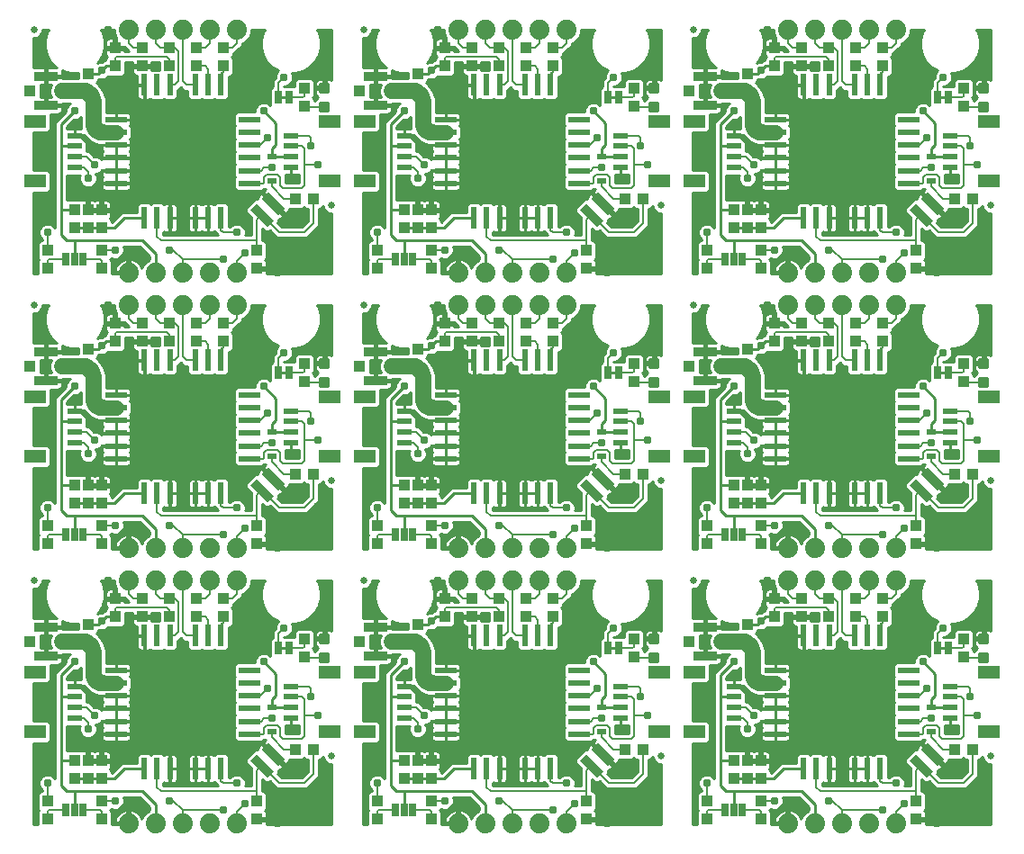
<source format=gtl>
G75*
%MOIN*%
%OFA0B0*%
%FSLAX25Y25*%
%IPPOS*%
%LPD*%
%AMOC8*
5,1,8,0,0,1.08239X$1,22.5*
%
%ADD10C,0.02500*%
%ADD11R,0.07874X0.04724*%
%ADD12R,0.05315X0.02362*%
%ADD13C,0.07400*%
%ADD14R,0.03937X0.04331*%
%ADD15R,0.08858X0.03346*%
%ADD16R,0.07874X0.02362*%
%ADD17R,0.02362X0.07874*%
%ADD18R,0.02500X0.05000*%
%ADD19C,0.01181*%
%ADD20C,0.01000*%
%ADD21R,0.03268X0.02480*%
%ADD22R,0.04331X0.03937*%
%ADD23R,0.08661X0.03346*%
%ADD24R,0.04134X0.03937*%
%ADD25C,0.03100*%
%ADD26C,0.00700*%
%ADD27C,0.05500*%
%ADD28C,0.05850*%
D10*
X0159500Y0091833D03*
X0171500Y0156833D03*
X0159500Y0193833D03*
X0171500Y0258833D03*
X0159500Y0295833D03*
X0171500Y0360833D03*
X0281500Y0295833D03*
X0293500Y0258833D03*
X0281500Y0193833D03*
X0293500Y0156833D03*
X0281500Y0091833D03*
X0403500Y0091833D03*
X0403500Y0193833D03*
X0403500Y0295833D03*
X0293500Y0360833D03*
X0049500Y0360833D03*
X0049500Y0258833D03*
X0049500Y0156833D03*
D11*
X0050031Y0122857D03*
X0050031Y0100810D03*
X0158969Y0100810D03*
X0172031Y0100810D03*
X0172031Y0122857D03*
X0158969Y0122857D03*
X0158969Y0202810D03*
X0172031Y0202810D03*
X0172031Y0224857D03*
X0158969Y0224857D03*
X0158969Y0304810D03*
X0172031Y0304810D03*
X0172031Y0326857D03*
X0158969Y0326857D03*
X0050031Y0326857D03*
X0050031Y0304810D03*
X0050031Y0224857D03*
X0050031Y0202810D03*
X0280969Y0202810D03*
X0294031Y0202810D03*
X0294031Y0224857D03*
X0280969Y0224857D03*
X0280969Y0304810D03*
X0294031Y0304810D03*
X0294031Y0326857D03*
X0280969Y0326857D03*
X0402969Y0326857D03*
X0402969Y0304810D03*
X0402969Y0224857D03*
X0402969Y0202810D03*
X0402969Y0122857D03*
X0402969Y0100810D03*
X0294031Y0100810D03*
X0280969Y0100810D03*
X0280969Y0122857D03*
X0294031Y0122857D03*
D12*
X0308500Y0117739D03*
X0308500Y0113802D03*
X0308500Y0109865D03*
X0308500Y0105928D03*
X0266500Y0105928D03*
X0266500Y0109865D03*
X0266500Y0113802D03*
X0266500Y0117739D03*
X0186500Y0117739D03*
X0186500Y0113802D03*
X0186500Y0109865D03*
X0186500Y0105928D03*
X0144500Y0105928D03*
X0144500Y0109865D03*
X0144500Y0113802D03*
X0144500Y0117739D03*
X0064500Y0117739D03*
X0064500Y0113802D03*
X0064500Y0109865D03*
X0064500Y0105928D03*
X0064500Y0207928D03*
X0064500Y0211865D03*
X0064500Y0215802D03*
X0064500Y0219739D03*
X0144500Y0219739D03*
X0144500Y0215802D03*
X0144500Y0211865D03*
X0144500Y0207928D03*
X0186500Y0207928D03*
X0186500Y0211865D03*
X0186500Y0215802D03*
X0186500Y0219739D03*
X0266500Y0219739D03*
X0266500Y0215802D03*
X0266500Y0211865D03*
X0266500Y0207928D03*
X0308500Y0207928D03*
X0308500Y0211865D03*
X0308500Y0215802D03*
X0308500Y0219739D03*
X0388500Y0219739D03*
X0388500Y0215802D03*
X0388500Y0211865D03*
X0388500Y0207928D03*
X0388500Y0117739D03*
X0388500Y0113802D03*
X0388500Y0109865D03*
X0388500Y0105928D03*
X0388500Y0309928D03*
X0388500Y0313865D03*
X0388500Y0317802D03*
X0388500Y0321739D03*
X0308500Y0321739D03*
X0308500Y0317802D03*
X0308500Y0313865D03*
X0308500Y0309928D03*
X0266500Y0309928D03*
X0266500Y0313865D03*
X0266500Y0317802D03*
X0266500Y0321739D03*
X0186500Y0321739D03*
X0186500Y0317802D03*
X0186500Y0313865D03*
X0186500Y0309928D03*
X0144500Y0309928D03*
X0144500Y0313865D03*
X0144500Y0317802D03*
X0144500Y0321739D03*
X0064500Y0321739D03*
X0064500Y0317802D03*
X0064500Y0313865D03*
X0064500Y0309928D03*
D13*
X0084500Y0270833D03*
X0094500Y0270833D03*
X0104500Y0270833D03*
X0114500Y0270833D03*
X0124500Y0270833D03*
X0124500Y0258833D03*
X0114500Y0258833D03*
X0104500Y0258833D03*
X0094500Y0258833D03*
X0084500Y0258833D03*
X0084500Y0168833D03*
X0094500Y0168833D03*
X0104500Y0168833D03*
X0114500Y0168833D03*
X0124500Y0168833D03*
X0124500Y0156833D03*
X0114500Y0156833D03*
X0104500Y0156833D03*
X0094500Y0156833D03*
X0084500Y0156833D03*
X0084500Y0066833D03*
X0094500Y0066833D03*
X0104500Y0066833D03*
X0114500Y0066833D03*
X0124500Y0066833D03*
X0206500Y0066833D03*
X0216500Y0066833D03*
X0226500Y0066833D03*
X0236500Y0066833D03*
X0246500Y0066833D03*
X0328500Y0066833D03*
X0338500Y0066833D03*
X0348500Y0066833D03*
X0358500Y0066833D03*
X0368500Y0066833D03*
X0368500Y0156833D03*
X0358500Y0156833D03*
X0348500Y0156833D03*
X0338500Y0156833D03*
X0328500Y0156833D03*
X0328500Y0168833D03*
X0338500Y0168833D03*
X0348500Y0168833D03*
X0358500Y0168833D03*
X0368500Y0168833D03*
X0368500Y0258833D03*
X0358500Y0258833D03*
X0348500Y0258833D03*
X0338500Y0258833D03*
X0328500Y0258833D03*
X0328500Y0270833D03*
X0338500Y0270833D03*
X0348500Y0270833D03*
X0358500Y0270833D03*
X0368500Y0270833D03*
X0368500Y0360833D03*
X0358500Y0360833D03*
X0348500Y0360833D03*
X0338500Y0360833D03*
X0328500Y0360833D03*
X0246500Y0360833D03*
X0236500Y0360833D03*
X0226500Y0360833D03*
X0216500Y0360833D03*
X0206500Y0360833D03*
X0124500Y0360833D03*
X0114500Y0360833D03*
X0104500Y0360833D03*
X0094500Y0360833D03*
X0084500Y0360833D03*
X0206500Y0270833D03*
X0216500Y0270833D03*
X0226500Y0270833D03*
X0236500Y0270833D03*
X0246500Y0270833D03*
X0246500Y0258833D03*
X0236500Y0258833D03*
X0226500Y0258833D03*
X0216500Y0258833D03*
X0206500Y0258833D03*
X0206500Y0168833D03*
X0216500Y0168833D03*
X0226500Y0168833D03*
X0236500Y0168833D03*
X0246500Y0168833D03*
X0246500Y0156833D03*
X0236500Y0156833D03*
X0226500Y0156833D03*
X0216500Y0156833D03*
X0206500Y0156833D03*
D14*
X0201500Y0150180D03*
X0201500Y0143487D03*
X0211500Y0143487D03*
X0211500Y0150180D03*
X0221500Y0150180D03*
X0221500Y0143487D03*
X0231500Y0143487D03*
X0231500Y0150180D03*
X0241500Y0150180D03*
X0241500Y0143487D03*
X0254000Y0170487D03*
X0254000Y0177180D03*
X0298500Y0177180D03*
X0298500Y0170487D03*
X0308500Y0185487D03*
X0313500Y0185487D03*
X0318500Y0185487D03*
X0318500Y0192180D03*
X0313500Y0192180D03*
X0308500Y0192180D03*
X0318500Y0177180D03*
X0318500Y0170487D03*
X0323500Y0150180D03*
X0323500Y0143487D03*
X0333500Y0143487D03*
X0333500Y0150180D03*
X0343500Y0150180D03*
X0343500Y0143487D03*
X0353500Y0143487D03*
X0353500Y0150180D03*
X0363500Y0150180D03*
X0363500Y0143487D03*
X0376000Y0170487D03*
X0376000Y0177180D03*
X0393500Y0135180D03*
X0393500Y0128487D03*
X0376000Y0075180D03*
X0376000Y0068487D03*
X0318500Y0068487D03*
X0318500Y0075180D03*
X0318500Y0083487D03*
X0313500Y0083487D03*
X0308500Y0083487D03*
X0308500Y0090180D03*
X0313500Y0090180D03*
X0318500Y0090180D03*
X0298500Y0075180D03*
X0298500Y0068487D03*
X0254000Y0068487D03*
X0254000Y0075180D03*
X0196500Y0075180D03*
X0196500Y0068487D03*
X0196500Y0083487D03*
X0191500Y0083487D03*
X0186500Y0083487D03*
X0186500Y0090180D03*
X0191500Y0090180D03*
X0196500Y0090180D03*
X0176500Y0075180D03*
X0176500Y0068487D03*
X0132000Y0068487D03*
X0132000Y0075180D03*
X0074500Y0075180D03*
X0074500Y0068487D03*
X0074500Y0083487D03*
X0069500Y0083487D03*
X0064500Y0083487D03*
X0064500Y0090180D03*
X0069500Y0090180D03*
X0074500Y0090180D03*
X0054500Y0075180D03*
X0054500Y0068487D03*
X0069500Y0133987D03*
X0069500Y0140680D03*
X0079500Y0143487D03*
X0079500Y0150180D03*
X0089500Y0150180D03*
X0089500Y0143487D03*
X0099500Y0143487D03*
X0099500Y0150180D03*
X0109500Y0150180D03*
X0109500Y0143487D03*
X0119500Y0143487D03*
X0119500Y0150180D03*
X0132000Y0170487D03*
X0132000Y0177180D03*
X0176500Y0177180D03*
X0176500Y0170487D03*
X0186500Y0185487D03*
X0191500Y0185487D03*
X0196500Y0185487D03*
X0196500Y0192180D03*
X0191500Y0192180D03*
X0186500Y0192180D03*
X0196500Y0177180D03*
X0196500Y0170487D03*
X0191500Y0140680D03*
X0191500Y0133987D03*
X0149500Y0135180D03*
X0149500Y0128487D03*
X0074500Y0170487D03*
X0074500Y0177180D03*
X0074500Y0185487D03*
X0069500Y0185487D03*
X0064500Y0185487D03*
X0064500Y0192180D03*
X0069500Y0192180D03*
X0074500Y0192180D03*
X0054500Y0177180D03*
X0054500Y0170487D03*
X0069500Y0235987D03*
X0069500Y0242680D03*
X0079500Y0245487D03*
X0079500Y0252180D03*
X0089500Y0252180D03*
X0089500Y0245487D03*
X0099500Y0245487D03*
X0099500Y0252180D03*
X0109500Y0252180D03*
X0109500Y0245487D03*
X0119500Y0245487D03*
X0119500Y0252180D03*
X0132000Y0272487D03*
X0132000Y0279180D03*
X0176500Y0279180D03*
X0176500Y0272487D03*
X0186500Y0287487D03*
X0191500Y0287487D03*
X0196500Y0287487D03*
X0196500Y0294180D03*
X0191500Y0294180D03*
X0186500Y0294180D03*
X0196500Y0279180D03*
X0196500Y0272487D03*
X0201500Y0252180D03*
X0201500Y0245487D03*
X0211500Y0245487D03*
X0211500Y0252180D03*
X0221500Y0252180D03*
X0221500Y0245487D03*
X0231500Y0245487D03*
X0231500Y0252180D03*
X0241500Y0252180D03*
X0241500Y0245487D03*
X0254000Y0272487D03*
X0254000Y0279180D03*
X0298500Y0279180D03*
X0298500Y0272487D03*
X0308500Y0287487D03*
X0313500Y0287487D03*
X0318500Y0287487D03*
X0318500Y0294180D03*
X0313500Y0294180D03*
X0308500Y0294180D03*
X0318500Y0279180D03*
X0318500Y0272487D03*
X0323500Y0252180D03*
X0323500Y0245487D03*
X0333500Y0245487D03*
X0333500Y0252180D03*
X0343500Y0252180D03*
X0343500Y0245487D03*
X0353500Y0245487D03*
X0353500Y0252180D03*
X0363500Y0252180D03*
X0363500Y0245487D03*
X0376000Y0272487D03*
X0376000Y0279180D03*
X0393500Y0237180D03*
X0393500Y0230487D03*
X0313500Y0235987D03*
X0313500Y0242680D03*
X0271500Y0237180D03*
X0271500Y0230487D03*
X0191500Y0235987D03*
X0191500Y0242680D03*
X0149500Y0237180D03*
X0149500Y0230487D03*
X0074500Y0272487D03*
X0074500Y0279180D03*
X0074500Y0287487D03*
X0069500Y0287487D03*
X0064500Y0287487D03*
X0064500Y0294180D03*
X0069500Y0294180D03*
X0074500Y0294180D03*
X0054500Y0279180D03*
X0054500Y0272487D03*
X0069500Y0337987D03*
X0069500Y0344680D03*
X0079500Y0347487D03*
X0079500Y0354180D03*
X0089500Y0354180D03*
X0089500Y0347487D03*
X0099500Y0347487D03*
X0099500Y0354180D03*
X0109500Y0354180D03*
X0109500Y0347487D03*
X0119500Y0347487D03*
X0119500Y0354180D03*
X0149500Y0339180D03*
X0149500Y0332487D03*
X0191500Y0337987D03*
X0191500Y0344680D03*
X0201500Y0347487D03*
X0201500Y0354180D03*
X0211500Y0354180D03*
X0211500Y0347487D03*
X0221500Y0347487D03*
X0221500Y0354180D03*
X0231500Y0354180D03*
X0231500Y0347487D03*
X0241500Y0347487D03*
X0241500Y0354180D03*
X0271500Y0339180D03*
X0271500Y0332487D03*
X0313500Y0337987D03*
X0313500Y0344680D03*
X0323500Y0347487D03*
X0323500Y0354180D03*
X0333500Y0354180D03*
X0333500Y0347487D03*
X0343500Y0347487D03*
X0343500Y0354180D03*
X0353500Y0354180D03*
X0353500Y0347487D03*
X0363500Y0347487D03*
X0363500Y0354180D03*
X0393500Y0339180D03*
X0393500Y0332487D03*
X0313500Y0140680D03*
X0313500Y0133987D03*
X0271500Y0135180D03*
X0271500Y0128487D03*
D15*
G36*
X0261978Y0088165D02*
X0255716Y0094427D01*
X0258082Y0096793D01*
X0264344Y0090531D01*
X0261978Y0088165D01*
G37*
G36*
X0257803Y0083989D02*
X0251541Y0090251D01*
X0253907Y0092617D01*
X0260169Y0086355D01*
X0257803Y0083989D01*
G37*
G36*
X0139978Y0088165D02*
X0133716Y0094427D01*
X0136082Y0096793D01*
X0142344Y0090531D01*
X0139978Y0088165D01*
G37*
G36*
X0135803Y0083989D02*
X0129541Y0090251D01*
X0131907Y0092617D01*
X0138169Y0086355D01*
X0135803Y0083989D01*
G37*
G36*
X0135803Y0185989D02*
X0129541Y0192251D01*
X0131907Y0194617D01*
X0138169Y0188355D01*
X0135803Y0185989D01*
G37*
G36*
X0139978Y0190165D02*
X0133716Y0196427D01*
X0136082Y0198793D01*
X0142344Y0192531D01*
X0139978Y0190165D01*
G37*
G36*
X0257803Y0185989D02*
X0251541Y0192251D01*
X0253907Y0194617D01*
X0260169Y0188355D01*
X0257803Y0185989D01*
G37*
G36*
X0261978Y0190165D02*
X0255716Y0196427D01*
X0258082Y0198793D01*
X0264344Y0192531D01*
X0261978Y0190165D01*
G37*
G36*
X0379803Y0185989D02*
X0373541Y0192251D01*
X0375907Y0194617D01*
X0382169Y0188355D01*
X0379803Y0185989D01*
G37*
G36*
X0383978Y0190165D02*
X0377716Y0196427D01*
X0380082Y0198793D01*
X0386344Y0192531D01*
X0383978Y0190165D01*
G37*
G36*
X0383978Y0088165D02*
X0377716Y0094427D01*
X0380082Y0096793D01*
X0386344Y0090531D01*
X0383978Y0088165D01*
G37*
G36*
X0379803Y0083989D02*
X0373541Y0090251D01*
X0375907Y0092617D01*
X0382169Y0086355D01*
X0379803Y0083989D01*
G37*
G36*
X0379803Y0287989D02*
X0373541Y0294251D01*
X0375907Y0296617D01*
X0382169Y0290355D01*
X0379803Y0287989D01*
G37*
G36*
X0383978Y0292165D02*
X0377716Y0298427D01*
X0380082Y0300793D01*
X0386344Y0294531D01*
X0383978Y0292165D01*
G37*
G36*
X0261978Y0292165D02*
X0255716Y0298427D01*
X0258082Y0300793D01*
X0264344Y0294531D01*
X0261978Y0292165D01*
G37*
G36*
X0257803Y0287989D02*
X0251541Y0294251D01*
X0253907Y0296617D01*
X0260169Y0290355D01*
X0257803Y0287989D01*
G37*
G36*
X0139978Y0292165D02*
X0133716Y0298427D01*
X0136082Y0300793D01*
X0142344Y0294531D01*
X0139978Y0292165D01*
G37*
G36*
X0135803Y0287989D02*
X0129541Y0294251D01*
X0131907Y0296617D01*
X0138169Y0290355D01*
X0135803Y0287989D01*
G37*
D16*
X0129106Y0304022D03*
X0129106Y0308747D03*
X0129106Y0313471D03*
X0129106Y0318196D03*
X0129106Y0322920D03*
X0129106Y0327644D03*
X0079894Y0327644D03*
X0079894Y0322920D03*
X0079894Y0318196D03*
X0079894Y0313471D03*
X0079894Y0308747D03*
X0079894Y0304022D03*
X0079894Y0225644D03*
X0079894Y0220920D03*
X0079894Y0216196D03*
X0079894Y0211471D03*
X0079894Y0206747D03*
X0079894Y0202022D03*
X0129106Y0202022D03*
X0129106Y0206747D03*
X0129106Y0211471D03*
X0129106Y0216196D03*
X0129106Y0220920D03*
X0129106Y0225644D03*
X0201894Y0225644D03*
X0201894Y0220920D03*
X0201894Y0216196D03*
X0201894Y0211471D03*
X0201894Y0206747D03*
X0201894Y0202022D03*
X0251106Y0202022D03*
X0251106Y0206747D03*
X0251106Y0211471D03*
X0251106Y0216196D03*
X0251106Y0220920D03*
X0251106Y0225644D03*
X0323894Y0225644D03*
X0323894Y0220920D03*
X0323894Y0216196D03*
X0323894Y0211471D03*
X0323894Y0206747D03*
X0323894Y0202022D03*
X0373106Y0202022D03*
X0373106Y0206747D03*
X0373106Y0211471D03*
X0373106Y0216196D03*
X0373106Y0220920D03*
X0373106Y0225644D03*
X0373106Y0304022D03*
X0373106Y0308747D03*
X0373106Y0313471D03*
X0373106Y0318196D03*
X0373106Y0322920D03*
X0373106Y0327644D03*
X0323894Y0327644D03*
X0323894Y0322920D03*
X0323894Y0318196D03*
X0323894Y0313471D03*
X0323894Y0308747D03*
X0323894Y0304022D03*
X0251106Y0304022D03*
X0251106Y0308747D03*
X0251106Y0313471D03*
X0251106Y0318196D03*
X0251106Y0322920D03*
X0251106Y0327644D03*
X0201894Y0327644D03*
X0201894Y0322920D03*
X0201894Y0318196D03*
X0201894Y0313471D03*
X0201894Y0308747D03*
X0201894Y0304022D03*
X0201894Y0123644D03*
X0201894Y0118920D03*
X0201894Y0114196D03*
X0201894Y0109471D03*
X0201894Y0104747D03*
X0201894Y0100022D03*
X0251106Y0100022D03*
X0251106Y0104747D03*
X0251106Y0109471D03*
X0251106Y0114196D03*
X0251106Y0118920D03*
X0251106Y0123644D03*
X0323894Y0123644D03*
X0323894Y0118920D03*
X0323894Y0114196D03*
X0323894Y0109471D03*
X0323894Y0104747D03*
X0323894Y0100022D03*
X0373106Y0100022D03*
X0373106Y0104747D03*
X0373106Y0109471D03*
X0373106Y0114196D03*
X0373106Y0118920D03*
X0373106Y0123644D03*
X0129106Y0123644D03*
X0129106Y0118920D03*
X0129106Y0114196D03*
X0129106Y0109471D03*
X0129106Y0104747D03*
X0129106Y0100022D03*
X0079894Y0100022D03*
X0079894Y0104747D03*
X0079894Y0109471D03*
X0079894Y0114196D03*
X0079894Y0118920D03*
X0079894Y0123644D03*
D17*
X0090327Y0136440D03*
X0095051Y0136440D03*
X0099776Y0136440D03*
X0109224Y0136440D03*
X0113949Y0136440D03*
X0118673Y0136440D03*
X0118673Y0087227D03*
X0113949Y0087227D03*
X0109224Y0087227D03*
X0099776Y0087227D03*
X0095051Y0087227D03*
X0090327Y0087227D03*
X0212327Y0087227D03*
X0217051Y0087227D03*
X0221776Y0087227D03*
X0231224Y0087227D03*
X0235949Y0087227D03*
X0240673Y0087227D03*
X0240673Y0136440D03*
X0235949Y0136440D03*
X0231224Y0136440D03*
X0221776Y0136440D03*
X0217051Y0136440D03*
X0212327Y0136440D03*
X0212327Y0189227D03*
X0217051Y0189227D03*
X0221776Y0189227D03*
X0231224Y0189227D03*
X0235949Y0189227D03*
X0240673Y0189227D03*
X0240673Y0238440D03*
X0235949Y0238440D03*
X0231224Y0238440D03*
X0221776Y0238440D03*
X0217051Y0238440D03*
X0212327Y0238440D03*
X0212327Y0291227D03*
X0217051Y0291227D03*
X0221776Y0291227D03*
X0231224Y0291227D03*
X0235949Y0291227D03*
X0240673Y0291227D03*
X0240673Y0340440D03*
X0235949Y0340440D03*
X0231224Y0340440D03*
X0221776Y0340440D03*
X0217051Y0340440D03*
X0212327Y0340440D03*
X0118673Y0340440D03*
X0113949Y0340440D03*
X0109224Y0340440D03*
X0099776Y0340440D03*
X0095051Y0340440D03*
X0090327Y0340440D03*
X0090327Y0291227D03*
X0095051Y0291227D03*
X0099776Y0291227D03*
X0109224Y0291227D03*
X0113949Y0291227D03*
X0118673Y0291227D03*
X0118673Y0238440D03*
X0113949Y0238440D03*
X0109224Y0238440D03*
X0099776Y0238440D03*
X0095051Y0238440D03*
X0090327Y0238440D03*
X0090327Y0189227D03*
X0095051Y0189227D03*
X0099776Y0189227D03*
X0109224Y0189227D03*
X0113949Y0189227D03*
X0118673Y0189227D03*
X0334327Y0189227D03*
X0339051Y0189227D03*
X0343776Y0189227D03*
X0353224Y0189227D03*
X0357949Y0189227D03*
X0362673Y0189227D03*
X0362673Y0238440D03*
X0357949Y0238440D03*
X0353224Y0238440D03*
X0343776Y0238440D03*
X0339051Y0238440D03*
X0334327Y0238440D03*
X0334327Y0291227D03*
X0339051Y0291227D03*
X0343776Y0291227D03*
X0353224Y0291227D03*
X0357949Y0291227D03*
X0362673Y0291227D03*
X0362673Y0340440D03*
X0357949Y0340440D03*
X0353224Y0340440D03*
X0343776Y0340440D03*
X0339051Y0340440D03*
X0334327Y0340440D03*
X0334327Y0136440D03*
X0339051Y0136440D03*
X0343776Y0136440D03*
X0353224Y0136440D03*
X0357949Y0136440D03*
X0362673Y0136440D03*
X0362673Y0087227D03*
X0357949Y0087227D03*
X0353224Y0087227D03*
X0343776Y0087227D03*
X0339051Y0087227D03*
X0334327Y0087227D03*
D18*
X0311700Y0071833D03*
X0308500Y0071833D03*
X0305300Y0071833D03*
X0266000Y0131833D03*
X0262000Y0131833D03*
X0305300Y0173833D03*
X0308500Y0173833D03*
X0311700Y0173833D03*
X0384000Y0131833D03*
X0388000Y0131833D03*
X0388000Y0233833D03*
X0384000Y0233833D03*
X0311700Y0275833D03*
X0308500Y0275833D03*
X0305300Y0275833D03*
X0266000Y0233833D03*
X0262000Y0233833D03*
X0189700Y0275833D03*
X0186500Y0275833D03*
X0183300Y0275833D03*
X0144000Y0233833D03*
X0140000Y0233833D03*
X0067700Y0275833D03*
X0064500Y0275833D03*
X0061300Y0275833D03*
X0140000Y0335833D03*
X0144000Y0335833D03*
X0262000Y0335833D03*
X0266000Y0335833D03*
X0384000Y0335833D03*
X0388000Y0335833D03*
X0189700Y0173833D03*
X0186500Y0173833D03*
X0183300Y0173833D03*
X0144000Y0131833D03*
X0140000Y0131833D03*
X0067700Y0173833D03*
X0064500Y0173833D03*
X0061300Y0173833D03*
X0061300Y0071833D03*
X0064500Y0071833D03*
X0067700Y0071833D03*
X0183300Y0071833D03*
X0186500Y0071833D03*
X0189700Y0071833D03*
D19*
X0158378Y0127003D02*
X0155622Y0127003D01*
X0155622Y0129759D01*
X0158378Y0129759D01*
X0158378Y0127003D01*
X0158378Y0128183D02*
X0155622Y0128183D01*
X0155622Y0129363D02*
X0158378Y0129363D01*
X0158378Y0133908D02*
X0155622Y0133908D01*
X0155622Y0136664D01*
X0158378Y0136664D01*
X0158378Y0133908D01*
X0158378Y0135088D02*
X0155622Y0135088D01*
X0155622Y0136268D02*
X0158378Y0136268D01*
X0158378Y0229003D02*
X0155622Y0229003D01*
X0155622Y0231759D01*
X0158378Y0231759D01*
X0158378Y0229003D01*
X0158378Y0230183D02*
X0155622Y0230183D01*
X0155622Y0231363D02*
X0158378Y0231363D01*
X0158378Y0235908D02*
X0155622Y0235908D01*
X0155622Y0238664D01*
X0158378Y0238664D01*
X0158378Y0235908D01*
X0158378Y0237088D02*
X0155622Y0237088D01*
X0155622Y0238268D02*
X0158378Y0238268D01*
X0158378Y0331003D02*
X0155622Y0331003D01*
X0155622Y0333759D01*
X0158378Y0333759D01*
X0158378Y0331003D01*
X0158378Y0332183D02*
X0155622Y0332183D01*
X0155622Y0333363D02*
X0158378Y0333363D01*
X0158378Y0337908D02*
X0155622Y0337908D01*
X0155622Y0340664D01*
X0158378Y0340664D01*
X0158378Y0337908D01*
X0158378Y0339088D02*
X0155622Y0339088D01*
X0155622Y0340268D02*
X0158378Y0340268D01*
X0277622Y0337908D02*
X0280378Y0337908D01*
X0277622Y0337908D02*
X0277622Y0340664D01*
X0280378Y0340664D01*
X0280378Y0337908D01*
X0280378Y0339088D02*
X0277622Y0339088D01*
X0277622Y0340268D02*
X0280378Y0340268D01*
X0280378Y0331003D02*
X0277622Y0331003D01*
X0277622Y0333759D01*
X0280378Y0333759D01*
X0280378Y0331003D01*
X0280378Y0332183D02*
X0277622Y0332183D01*
X0277622Y0333363D02*
X0280378Y0333363D01*
X0280378Y0235908D02*
X0277622Y0235908D01*
X0277622Y0238664D01*
X0280378Y0238664D01*
X0280378Y0235908D01*
X0280378Y0237088D02*
X0277622Y0237088D01*
X0277622Y0238268D02*
X0280378Y0238268D01*
X0280378Y0229003D02*
X0277622Y0229003D01*
X0277622Y0231759D01*
X0280378Y0231759D01*
X0280378Y0229003D01*
X0280378Y0230183D02*
X0277622Y0230183D01*
X0277622Y0231363D02*
X0280378Y0231363D01*
X0280378Y0133908D02*
X0277622Y0133908D01*
X0277622Y0136664D01*
X0280378Y0136664D01*
X0280378Y0133908D01*
X0280378Y0135088D02*
X0277622Y0135088D01*
X0277622Y0136268D02*
X0280378Y0136268D01*
X0280378Y0127003D02*
X0277622Y0127003D01*
X0277622Y0129759D01*
X0280378Y0129759D01*
X0280378Y0127003D01*
X0280378Y0128183D02*
X0277622Y0128183D01*
X0277622Y0129363D02*
X0280378Y0129363D01*
X0399622Y0127003D02*
X0402378Y0127003D01*
X0399622Y0127003D02*
X0399622Y0129759D01*
X0402378Y0129759D01*
X0402378Y0127003D01*
X0402378Y0128183D02*
X0399622Y0128183D01*
X0399622Y0129363D02*
X0402378Y0129363D01*
X0402378Y0133908D02*
X0399622Y0133908D01*
X0399622Y0136664D01*
X0402378Y0136664D01*
X0402378Y0133908D01*
X0402378Y0135088D02*
X0399622Y0135088D01*
X0399622Y0136268D02*
X0402378Y0136268D01*
X0402378Y0229003D02*
X0399622Y0229003D01*
X0399622Y0231759D01*
X0402378Y0231759D01*
X0402378Y0229003D01*
X0402378Y0230183D02*
X0399622Y0230183D01*
X0399622Y0231363D02*
X0402378Y0231363D01*
X0402378Y0235908D02*
X0399622Y0235908D01*
X0399622Y0238664D01*
X0402378Y0238664D01*
X0402378Y0235908D01*
X0402378Y0237088D02*
X0399622Y0237088D01*
X0399622Y0238268D02*
X0402378Y0238268D01*
X0402378Y0331003D02*
X0399622Y0331003D01*
X0399622Y0333759D01*
X0402378Y0333759D01*
X0402378Y0331003D01*
X0402378Y0332183D02*
X0399622Y0332183D01*
X0399622Y0333363D02*
X0402378Y0333363D01*
X0402378Y0337908D02*
X0399622Y0337908D01*
X0399622Y0340664D01*
X0402378Y0340664D01*
X0402378Y0337908D01*
X0402378Y0339088D02*
X0399622Y0339088D01*
X0399622Y0340268D02*
X0402378Y0340268D01*
D20*
X0049400Y0096748D02*
X0049400Y0066733D01*
X0050831Y0066733D01*
X0050831Y0071356D01*
X0051308Y0071833D01*
X0050831Y0072310D01*
X0050831Y0078049D01*
X0051827Y0079045D01*
X0052450Y0079045D01*
X0052450Y0079287D01*
X0051745Y0079992D01*
X0051250Y0081187D01*
X0051250Y0082480D01*
X0051745Y0083674D01*
X0052659Y0084589D01*
X0053854Y0085083D01*
X0055146Y0085083D01*
X0056341Y0084589D01*
X0057255Y0083674D01*
X0057300Y0083566D01*
X0057300Y0122745D01*
X0061250Y0126695D01*
X0061250Y0127480D01*
X0061745Y0128674D01*
X0062659Y0129589D01*
X0062948Y0129708D01*
X0059831Y0129708D01*
X0059831Y0129257D01*
X0054337Y0129257D01*
X0054337Y0128583D01*
X0059831Y0128583D01*
X0059831Y0127049D01*
X0059728Y0126668D01*
X0059531Y0126326D01*
X0059252Y0126046D01*
X0058910Y0125849D01*
X0058528Y0125747D01*
X0055668Y0125747D01*
X0055668Y0119791D01*
X0054673Y0118795D01*
X0049400Y0118795D01*
X0049400Y0104872D01*
X0054673Y0104872D01*
X0055668Y0103876D01*
X0055668Y0097743D01*
X0054673Y0096748D01*
X0049400Y0096748D01*
X0049400Y0095783D02*
X0057300Y0095783D01*
X0057300Y0096781D02*
X0054706Y0096781D01*
X0055668Y0097780D02*
X0057300Y0097780D01*
X0057300Y0098778D02*
X0055668Y0098778D01*
X0055668Y0099777D02*
X0057300Y0099777D01*
X0057300Y0100775D02*
X0055668Y0100775D01*
X0055668Y0101774D02*
X0057300Y0101774D01*
X0057300Y0102772D02*
X0055668Y0102772D01*
X0055668Y0103771D02*
X0057300Y0103771D01*
X0057300Y0104769D02*
X0054775Y0104769D01*
X0057300Y0105768D02*
X0049400Y0105768D01*
X0049400Y0106766D02*
X0057300Y0106766D01*
X0057300Y0107765D02*
X0049400Y0107765D01*
X0049400Y0108763D02*
X0057300Y0108763D01*
X0057300Y0109762D02*
X0049400Y0109762D01*
X0049400Y0110760D02*
X0057300Y0110760D01*
X0057300Y0111759D02*
X0049400Y0111759D01*
X0049400Y0112757D02*
X0057300Y0112757D01*
X0057300Y0113756D02*
X0049400Y0113756D01*
X0049400Y0114754D02*
X0057300Y0114754D01*
X0057300Y0115753D02*
X0049400Y0115753D01*
X0049400Y0116751D02*
X0057300Y0116751D01*
X0057300Y0117750D02*
X0049400Y0117750D01*
X0049400Y0118748D02*
X0057300Y0118748D01*
X0057300Y0119747D02*
X0055625Y0119747D01*
X0055668Y0120745D02*
X0057300Y0120745D01*
X0057300Y0121744D02*
X0055668Y0121744D01*
X0055668Y0122743D02*
X0057300Y0122743D01*
X0058296Y0123741D02*
X0055668Y0123741D01*
X0055668Y0124740D02*
X0059295Y0124740D01*
X0060293Y0125738D02*
X0055668Y0125738D01*
X0054337Y0128734D02*
X0061804Y0128734D01*
X0061356Y0127735D02*
X0059831Y0127735D01*
X0059747Y0126737D02*
X0061250Y0126737D01*
X0064500Y0126833D02*
X0059500Y0121833D01*
X0059500Y0113833D01*
X0059500Y0090333D01*
X0059654Y0090180D01*
X0059500Y0090026D01*
X0059500Y0080833D01*
X0061500Y0078833D01*
X0064500Y0078833D01*
X0089500Y0078833D01*
X0094500Y0073833D01*
X0094500Y0066833D01*
X0089479Y0068823D02*
X0089321Y0068823D01*
X0089319Y0068829D02*
X0088947Y0069559D01*
X0088466Y0070221D01*
X0087888Y0070800D01*
X0087225Y0071281D01*
X0086496Y0071652D01*
X0085718Y0071905D01*
X0085000Y0072019D01*
X0085000Y0067333D01*
X0084000Y0067333D01*
X0084000Y0066733D01*
X0078168Y0066733D01*
X0078168Y0071356D01*
X0077692Y0071833D01*
X0078168Y0072310D01*
X0078168Y0072367D01*
X0078854Y0072083D01*
X0080146Y0072083D01*
X0081341Y0072578D01*
X0082255Y0073492D01*
X0082750Y0074687D01*
X0082750Y0075980D01*
X0082479Y0076633D01*
X0088589Y0076633D01*
X0092300Y0072922D01*
X0092300Y0071767D01*
X0091441Y0071411D01*
X0089922Y0069892D01*
X0089391Y0068609D01*
X0089319Y0068829D01*
X0088757Y0069821D02*
X0089893Y0069821D01*
X0090850Y0070820D02*
X0087860Y0070820D01*
X0085985Y0071818D02*
X0092300Y0071818D01*
X0092300Y0072817D02*
X0081580Y0072817D01*
X0082389Y0073815D02*
X0091407Y0073815D01*
X0090408Y0074814D02*
X0082750Y0074814D01*
X0082750Y0075812D02*
X0089410Y0075812D01*
X0085000Y0071818D02*
X0084000Y0071818D01*
X0084000Y0072019D02*
X0083282Y0071905D01*
X0082504Y0071652D01*
X0081775Y0071281D01*
X0081112Y0070800D01*
X0080534Y0070221D01*
X0080053Y0069559D01*
X0079681Y0068829D01*
X0079428Y0068051D01*
X0079314Y0067333D01*
X0084000Y0067333D01*
X0084000Y0072019D01*
X0083015Y0071818D02*
X0077706Y0071818D01*
X0078168Y0070820D02*
X0081140Y0070820D01*
X0080243Y0069821D02*
X0078168Y0069821D01*
X0078168Y0068823D02*
X0079679Y0068823D01*
X0079392Y0067824D02*
X0078168Y0067824D01*
X0078168Y0066826D02*
X0084000Y0066826D01*
X0084000Y0067824D02*
X0085000Y0067824D01*
X0085000Y0068823D02*
X0084000Y0068823D01*
X0084000Y0069821D02*
X0085000Y0069821D01*
X0085000Y0070820D02*
X0084000Y0070820D01*
X0097101Y0081131D02*
X0097101Y0081755D01*
X0097555Y0082208D01*
X0097673Y0082090D01*
X0098016Y0081892D01*
X0098397Y0081790D01*
X0099685Y0081790D01*
X0099685Y0087136D01*
X0099866Y0087136D01*
X0099866Y0081790D01*
X0101154Y0081790D01*
X0101536Y0081892D01*
X0101878Y0082090D01*
X0102157Y0082369D01*
X0102354Y0082711D01*
X0102457Y0083093D01*
X0102457Y0087136D01*
X0099866Y0087136D01*
X0099866Y0087318D01*
X0099685Y0087318D01*
X0099685Y0092664D01*
X0098397Y0092664D01*
X0098016Y0092562D01*
X0097673Y0092364D01*
X0097555Y0092246D01*
X0096936Y0092864D01*
X0093166Y0092864D01*
X0092689Y0092387D01*
X0092212Y0092864D01*
X0088441Y0092864D01*
X0087446Y0091868D01*
X0087446Y0089427D01*
X0081982Y0089427D01*
X0078242Y0085687D01*
X0078168Y0085687D01*
X0078168Y0086356D01*
X0077550Y0086975D01*
X0077669Y0087093D01*
X0077866Y0087435D01*
X0077968Y0087817D01*
X0077968Y0089696D01*
X0074984Y0089696D01*
X0074984Y0090664D01*
X0074016Y0090664D01*
X0074016Y0093845D01*
X0072334Y0093845D01*
X0072000Y0093756D01*
X0071666Y0093845D01*
X0069984Y0093845D01*
X0069984Y0090664D01*
X0069016Y0090664D01*
X0069016Y0093845D01*
X0067373Y0093845D01*
X0067173Y0094045D01*
X0061827Y0094045D01*
X0061700Y0093918D01*
X0061700Y0103047D01*
X0066485Y0103047D01*
X0066250Y0102480D01*
X0066250Y0101187D01*
X0066745Y0099992D01*
X0067659Y0099078D01*
X0068854Y0098583D01*
X0070146Y0098583D01*
X0071341Y0099078D01*
X0072255Y0099992D01*
X0072750Y0101187D01*
X0072750Y0102480D01*
X0072293Y0103583D01*
X0072646Y0103583D01*
X0073841Y0104078D01*
X0074600Y0104837D01*
X0079803Y0104837D01*
X0079803Y0104656D01*
X0079984Y0104656D01*
X0079984Y0100113D01*
X0079803Y0100113D01*
X0079803Y0102703D01*
X0079803Y0104656D01*
X0074457Y0104656D01*
X0074457Y0103368D01*
X0074559Y0102987D01*
X0074756Y0102645D01*
X0075016Y0102385D01*
X0074756Y0102124D01*
X0074559Y0101782D01*
X0074457Y0101401D01*
X0074457Y0100113D01*
X0079803Y0100113D01*
X0079803Y0099932D01*
X0074457Y0099932D01*
X0074457Y0098644D01*
X0074559Y0098262D01*
X0074756Y0097920D01*
X0075036Y0097641D01*
X0075378Y0097443D01*
X0075759Y0097341D01*
X0079803Y0097341D01*
X0079803Y0099932D01*
X0079984Y0099932D01*
X0079984Y0097341D01*
X0084028Y0097341D01*
X0084410Y0097443D01*
X0084752Y0097641D01*
X0085031Y0097920D01*
X0085228Y0098262D01*
X0085331Y0098644D01*
X0085331Y0099932D01*
X0079984Y0099932D01*
X0079984Y0100113D01*
X0085331Y0100113D01*
X0085331Y0101401D01*
X0085228Y0101782D01*
X0085031Y0102124D01*
X0084771Y0102385D01*
X0085031Y0102645D01*
X0085228Y0102987D01*
X0085331Y0103368D01*
X0085331Y0104656D01*
X0079984Y0104656D01*
X0079984Y0104837D01*
X0085331Y0104837D01*
X0085331Y0106125D01*
X0085228Y0106507D01*
X0085031Y0106849D01*
X0084771Y0107109D01*
X0085031Y0107369D01*
X0085228Y0107711D01*
X0085331Y0108093D01*
X0085331Y0109381D01*
X0079984Y0109381D01*
X0079984Y0109562D01*
X0079803Y0109562D01*
X0079803Y0112152D01*
X0079803Y0114105D01*
X0074457Y0114105D01*
X0074457Y0112817D01*
X0074559Y0112435D01*
X0074756Y0112093D01*
X0075016Y0111833D01*
X0074756Y0111573D01*
X0074559Y0111231D01*
X0074457Y0110850D01*
X0074457Y0109562D01*
X0079803Y0109562D01*
X0079803Y0109381D01*
X0074457Y0109381D01*
X0074457Y0108973D01*
X0073841Y0109589D01*
X0072646Y0110083D01*
X0071649Y0110083D01*
X0069818Y0111915D01*
X0068856Y0111915D01*
X0068857Y0111917D01*
X0068857Y0115687D01*
X0068557Y0115987D01*
X0068657Y0116360D01*
X0068657Y0117221D01*
X0070360Y0115519D01*
X0073314Y0114295D01*
X0074457Y0114295D01*
X0074457Y0114286D01*
X0079803Y0114286D01*
X0079803Y0114105D01*
X0079984Y0114105D01*
X0079984Y0109562D01*
X0085331Y0109562D01*
X0085331Y0110850D01*
X0085228Y0111231D01*
X0085031Y0111573D01*
X0084771Y0111833D01*
X0085031Y0112093D01*
X0085228Y0112435D01*
X0085331Y0112817D01*
X0085331Y0114105D01*
X0079984Y0114105D01*
X0079984Y0114286D01*
X0085331Y0114286D01*
X0085331Y0115574D01*
X0085228Y0115956D01*
X0085031Y0116298D01*
X0084912Y0116416D01*
X0085531Y0117035D01*
X0085531Y0120805D01*
X0084912Y0121424D01*
X0085031Y0121542D01*
X0085228Y0121884D01*
X0085331Y0122266D01*
X0085331Y0123554D01*
X0079984Y0123554D01*
X0079984Y0123735D01*
X0079803Y0123735D01*
X0079803Y0126325D01*
X0076125Y0126325D01*
X0076125Y0131279D01*
X0075232Y0134028D01*
X0073533Y0136366D01*
X0073533Y0136366D01*
X0073168Y0136631D01*
X0073168Y0136856D01*
X0072692Y0137333D01*
X0073168Y0137810D01*
X0073168Y0138480D01*
X0074258Y0138480D01*
X0074361Y0138583D01*
X0075146Y0138583D01*
X0076341Y0139078D01*
X0076884Y0139622D01*
X0082173Y0139622D01*
X0083168Y0140617D01*
X0083168Y0144783D01*
X0086031Y0144783D01*
X0086031Y0143971D01*
X0089016Y0143971D01*
X0089016Y0143003D01*
X0086031Y0143003D01*
X0086031Y0141124D01*
X0086134Y0140743D01*
X0086331Y0140400D01*
X0086610Y0140121D01*
X0086953Y0139924D01*
X0087334Y0139822D01*
X0087646Y0139822D01*
X0087646Y0136530D01*
X0090236Y0136530D01*
X0090236Y0136349D01*
X0087646Y0136349D01*
X0087646Y0132305D01*
X0087748Y0131924D01*
X0087945Y0131582D01*
X0088225Y0131302D01*
X0088567Y0131105D01*
X0088948Y0131003D01*
X0090236Y0131003D01*
X0090236Y0136349D01*
X0090417Y0136349D01*
X0090417Y0131003D01*
X0091705Y0131003D01*
X0092087Y0131105D01*
X0092429Y0131302D01*
X0092548Y0131421D01*
X0093166Y0130803D01*
X0096936Y0130803D01*
X0097413Y0131280D01*
X0097890Y0130803D01*
X0101661Y0130803D01*
X0102657Y0131798D01*
X0102657Y0134591D01*
X0103750Y0135684D01*
X0105045Y0134390D01*
X0106343Y0134390D01*
X0106343Y0131798D01*
X0107339Y0130803D01*
X0111110Y0130803D01*
X0111587Y0131280D01*
X0112064Y0130803D01*
X0115834Y0130803D01*
X0116311Y0131280D01*
X0116788Y0130803D01*
X0120558Y0130803D01*
X0121554Y0131798D01*
X0121554Y0139622D01*
X0122173Y0139622D01*
X0123168Y0140617D01*
X0123168Y0146356D01*
X0122692Y0146833D01*
X0123168Y0147310D01*
X0123168Y0148130D01*
X0123696Y0148130D01*
X0125349Y0149783D01*
X0126550Y0150984D01*
X0126550Y0151838D01*
X0127559Y0152255D01*
X0129078Y0153774D01*
X0129900Y0155759D01*
X0129900Y0156933D01*
X0134743Y0156933D01*
X0134250Y0156079D01*
X0133500Y0153282D01*
X0133500Y0150385D01*
X0134250Y0147587D01*
X0135698Y0145079D01*
X0137746Y0143031D01*
X0139873Y0141803D01*
X0139245Y0141174D01*
X0138750Y0139980D01*
X0138750Y0138982D01*
X0137950Y0138182D01*
X0137950Y0135937D01*
X0137050Y0135037D01*
X0137050Y0128879D01*
X0136341Y0129589D01*
X0135146Y0130083D01*
X0133854Y0130083D01*
X0132659Y0129589D01*
X0131745Y0128674D01*
X0131250Y0127480D01*
X0131250Y0126525D01*
X0124465Y0126525D01*
X0123469Y0125530D01*
X0123469Y0121759D01*
X0123946Y0121282D01*
X0123469Y0120805D01*
X0123469Y0117035D01*
X0123946Y0116558D01*
X0123469Y0116081D01*
X0123469Y0112310D01*
X0123946Y0111833D01*
X0123469Y0111356D01*
X0123469Y0107586D01*
X0123946Y0107109D01*
X0123469Y0106632D01*
X0123469Y0102861D01*
X0123946Y0102384D01*
X0123469Y0101908D01*
X0123469Y0098137D01*
X0124465Y0097141D01*
X0133747Y0097141D01*
X0134579Y0097972D01*
X0135038Y0097972D01*
X0135047Y0097981D01*
X0135097Y0097930D01*
X0134076Y0096909D01*
X0138030Y0092955D01*
X0137554Y0092479D01*
X0133600Y0096433D01*
X0132515Y0095348D01*
X0132318Y0095006D01*
X0132215Y0094625D01*
X0132215Y0094318D01*
X0131202Y0094318D01*
X0127840Y0090956D01*
X0127840Y0089547D01*
X0130020Y0087367D01*
X0129950Y0087298D01*
X0129950Y0080883D01*
X0127624Y0080883D01*
X0127750Y0081187D01*
X0127750Y0082480D01*
X0127255Y0083674D01*
X0126341Y0084589D01*
X0125146Y0085083D01*
X0123854Y0085083D01*
X0122659Y0084589D01*
X0121954Y0083883D01*
X0121554Y0083883D01*
X0121554Y0091868D01*
X0120558Y0092864D01*
X0116788Y0092864D01*
X0116170Y0092246D01*
X0116051Y0092364D01*
X0115709Y0092562D01*
X0115327Y0092664D01*
X0114039Y0092664D01*
X0114039Y0087318D01*
X0113858Y0087318D01*
X0113858Y0092664D01*
X0112570Y0092664D01*
X0112189Y0092562D01*
X0111847Y0092364D01*
X0111587Y0092104D01*
X0111327Y0092364D01*
X0110984Y0092562D01*
X0110603Y0092664D01*
X0109315Y0092664D01*
X0109315Y0087318D01*
X0109134Y0087318D01*
X0109134Y0092664D01*
X0107846Y0092664D01*
X0107464Y0092562D01*
X0107122Y0092364D01*
X0106843Y0092085D01*
X0106646Y0091743D01*
X0106543Y0091362D01*
X0106543Y0087318D01*
X0109134Y0087318D01*
X0109134Y0087136D01*
X0109315Y0087136D01*
X0109315Y0081790D01*
X0110603Y0081790D01*
X0110984Y0081892D01*
X0111327Y0082090D01*
X0111587Y0082350D01*
X0111847Y0082090D01*
X0112189Y0081892D01*
X0112570Y0081790D01*
X0113858Y0081790D01*
X0113858Y0087136D01*
X0114039Y0087136D01*
X0114039Y0081790D01*
X0115327Y0081790D01*
X0115709Y0081892D01*
X0116051Y0082090D01*
X0116170Y0082208D01*
X0116788Y0081590D01*
X0116844Y0081590D01*
X0117450Y0080984D01*
X0117551Y0080883D01*
X0097349Y0080883D01*
X0097101Y0081131D01*
X0097150Y0081804D02*
X0098346Y0081804D01*
X0099685Y0081804D02*
X0099866Y0081804D01*
X0099866Y0082802D02*
X0099685Y0082802D01*
X0099685Y0083801D02*
X0099866Y0083801D01*
X0099866Y0084799D02*
X0099685Y0084799D01*
X0099685Y0085798D02*
X0099866Y0085798D01*
X0099866Y0086796D02*
X0099685Y0086796D01*
X0099866Y0087318D02*
X0102457Y0087318D01*
X0102457Y0091362D01*
X0102354Y0091743D01*
X0102157Y0092085D01*
X0101878Y0092364D01*
X0101536Y0092562D01*
X0101154Y0092664D01*
X0099866Y0092664D01*
X0099866Y0087318D01*
X0099866Y0087795D02*
X0099685Y0087795D01*
X0099685Y0088793D02*
X0099866Y0088793D01*
X0099866Y0089792D02*
X0099685Y0089792D01*
X0099685Y0090790D02*
X0099866Y0090790D01*
X0099866Y0091789D02*
X0099685Y0091789D01*
X0102328Y0091789D02*
X0106672Y0091789D01*
X0106543Y0090790D02*
X0102457Y0090790D01*
X0102457Y0089792D02*
X0106543Y0089792D01*
X0106543Y0088793D02*
X0102457Y0088793D01*
X0102457Y0087795D02*
X0106543Y0087795D01*
X0106543Y0087136D02*
X0106543Y0083093D01*
X0106646Y0082711D01*
X0106843Y0082369D01*
X0107122Y0082090D01*
X0107464Y0081892D01*
X0107846Y0081790D01*
X0109134Y0081790D01*
X0109134Y0087136D01*
X0106543Y0087136D01*
X0106543Y0086796D02*
X0102457Y0086796D01*
X0102457Y0085798D02*
X0106543Y0085798D01*
X0106543Y0084799D02*
X0102457Y0084799D01*
X0102457Y0083801D02*
X0106543Y0083801D01*
X0106621Y0082802D02*
X0102379Y0082802D01*
X0101205Y0081804D02*
X0107795Y0081804D01*
X0109134Y0081804D02*
X0109315Y0081804D01*
X0109315Y0082802D02*
X0109134Y0082802D01*
X0109134Y0083801D02*
X0109315Y0083801D01*
X0109315Y0084799D02*
X0109134Y0084799D01*
X0109134Y0085798D02*
X0109315Y0085798D01*
X0109315Y0086796D02*
X0109134Y0086796D01*
X0109315Y0087136D02*
X0109315Y0087318D01*
X0113858Y0087318D01*
X0113858Y0087136D01*
X0111268Y0087136D01*
X0109315Y0087136D01*
X0109315Y0087795D02*
X0109134Y0087795D01*
X0109134Y0088793D02*
X0109315Y0088793D01*
X0109315Y0089792D02*
X0109134Y0089792D01*
X0109134Y0090790D02*
X0109315Y0090790D01*
X0109315Y0091789D02*
X0109134Y0091789D01*
X0113858Y0091789D02*
X0114039Y0091789D01*
X0114039Y0090790D02*
X0113858Y0090790D01*
X0113858Y0089792D02*
X0114039Y0089792D01*
X0114039Y0088793D02*
X0113858Y0088793D01*
X0113858Y0087795D02*
X0114039Y0087795D01*
X0114039Y0086796D02*
X0113858Y0086796D01*
X0113858Y0085798D02*
X0114039Y0085798D01*
X0114039Y0084799D02*
X0113858Y0084799D01*
X0113858Y0083801D02*
X0114039Y0083801D01*
X0114039Y0082802D02*
X0113858Y0082802D01*
X0113858Y0081804D02*
X0114039Y0081804D01*
X0115378Y0081804D02*
X0116574Y0081804D01*
X0112520Y0081804D02*
X0110653Y0081804D01*
X0121554Y0084799D02*
X0123167Y0084799D01*
X0121554Y0085798D02*
X0129950Y0085798D01*
X0129950Y0086796D02*
X0121554Y0086796D01*
X0121554Y0087795D02*
X0129592Y0087795D01*
X0128594Y0088793D02*
X0121554Y0088793D01*
X0121554Y0089792D02*
X0127840Y0089792D01*
X0127840Y0090790D02*
X0121554Y0090790D01*
X0121554Y0091789D02*
X0128672Y0091789D01*
X0129671Y0092787D02*
X0120635Y0092787D01*
X0116711Y0092787D02*
X0097013Y0092787D01*
X0093089Y0092787D02*
X0092289Y0092787D01*
X0088365Y0092787D02*
X0077903Y0092787D01*
X0077866Y0092924D02*
X0077669Y0093266D01*
X0077390Y0093545D01*
X0077047Y0093743D01*
X0076666Y0093845D01*
X0074984Y0093845D01*
X0074984Y0090664D01*
X0077968Y0090664D01*
X0077968Y0092543D01*
X0077866Y0092924D01*
X0077968Y0091789D02*
X0087446Y0091789D01*
X0087446Y0090790D02*
X0077968Y0090790D01*
X0077968Y0088793D02*
X0081349Y0088793D01*
X0080350Y0087795D02*
X0077963Y0087795D01*
X0077729Y0086796D02*
X0079352Y0086796D01*
X0078353Y0085798D02*
X0078168Y0085798D01*
X0079154Y0083487D02*
X0082894Y0087227D01*
X0090327Y0087227D01*
X0087446Y0089792D02*
X0074984Y0089792D01*
X0074016Y0089792D02*
X0069984Y0089792D01*
X0069984Y0089696D02*
X0069984Y0090664D01*
X0074016Y0090664D01*
X0074016Y0089696D01*
X0071031Y0089696D01*
X0069984Y0089696D01*
X0069984Y0090790D02*
X0069016Y0090790D01*
X0069016Y0091789D02*
X0069984Y0091789D01*
X0069984Y0092787D02*
X0069016Y0092787D01*
X0069016Y0093786D02*
X0069984Y0093786D01*
X0071888Y0093786D02*
X0072112Y0093786D01*
X0074016Y0093786D02*
X0074984Y0093786D01*
X0074984Y0092787D02*
X0074016Y0092787D01*
X0074016Y0091789D02*
X0074984Y0091789D01*
X0074984Y0090790D02*
X0074016Y0090790D01*
X0076888Y0093786D02*
X0130669Y0093786D01*
X0132258Y0094784D02*
X0061700Y0094784D01*
X0061700Y0095783D02*
X0132949Y0095783D01*
X0134250Y0095783D02*
X0135202Y0095783D01*
X0135249Y0094784D02*
X0136201Y0094784D01*
X0136247Y0093786D02*
X0137199Y0093786D01*
X0137246Y0092787D02*
X0137863Y0092787D01*
X0138506Y0092479D02*
X0142461Y0088524D01*
X0143546Y0089609D01*
X0143743Y0089951D01*
X0143845Y0090333D01*
X0143845Y0090665D01*
X0149023Y0090665D01*
X0149500Y0091142D01*
X0149977Y0090665D01*
X0150796Y0090665D01*
X0150796Y0086029D01*
X0148651Y0083883D01*
X0141173Y0083883D01*
X0139638Y0085419D01*
X0139870Y0085650D01*
X0139870Y0086664D01*
X0140177Y0086664D01*
X0140558Y0086766D01*
X0140900Y0086963D01*
X0141985Y0088048D01*
X0138030Y0092003D01*
X0138506Y0092479D01*
X0138244Y0091789D02*
X0139197Y0091789D01*
X0139243Y0090790D02*
X0140195Y0090790D01*
X0140241Y0089792D02*
X0141194Y0089792D01*
X0141240Y0088793D02*
X0142192Y0088793D01*
X0142730Y0088793D02*
X0150796Y0088793D01*
X0150796Y0087795D02*
X0141731Y0087795D01*
X0140610Y0086796D02*
X0150796Y0086796D01*
X0150565Y0085798D02*
X0139870Y0085798D01*
X0140258Y0084799D02*
X0149567Y0084799D01*
X0152369Y0081804D02*
X0159600Y0081804D01*
X0159600Y0082802D02*
X0153368Y0082802D01*
X0154366Y0083801D02*
X0159600Y0083801D01*
X0159600Y0084799D02*
X0154896Y0084799D01*
X0154896Y0084331D02*
X0154896Y0090665D01*
X0155716Y0090665D01*
X0156550Y0091499D01*
X0156550Y0091247D01*
X0156999Y0090162D01*
X0157829Y0089332D01*
X0158913Y0088883D01*
X0159600Y0088883D01*
X0159600Y0066733D01*
X0135468Y0066733D01*
X0135468Y0068003D01*
X0132484Y0068003D01*
X0132484Y0068971D01*
X0135468Y0068971D01*
X0135468Y0070850D01*
X0135366Y0071231D01*
X0135169Y0071573D01*
X0135050Y0071692D01*
X0135668Y0072310D01*
X0135668Y0078049D01*
X0134673Y0079045D01*
X0134050Y0079045D01*
X0134050Y0083337D01*
X0135099Y0082288D01*
X0136507Y0082288D01*
X0136739Y0082519D01*
X0138274Y0080984D01*
X0139475Y0079783D01*
X0150349Y0079783D01*
X0151550Y0080984D01*
X0154896Y0084331D01*
X0154896Y0085798D02*
X0159600Y0085798D01*
X0159600Y0086796D02*
X0154896Y0086796D01*
X0154896Y0087795D02*
X0159600Y0087795D01*
X0159600Y0088793D02*
X0154896Y0088793D01*
X0154896Y0089792D02*
X0157370Y0089792D01*
X0156739Y0090790D02*
X0155841Y0090790D01*
X0150796Y0089792D02*
X0143651Y0089792D01*
X0149148Y0090790D02*
X0149852Y0090790D01*
X0147450Y0100383D02*
X0142550Y0100383D01*
X0142550Y0103182D01*
X0142486Y0103247D01*
X0144409Y0103247D01*
X0144409Y0105837D01*
X0144591Y0105837D01*
X0144591Y0103247D01*
X0147355Y0103247D01*
X0147450Y0103272D01*
X0147450Y0100383D01*
X0147450Y0100775D02*
X0142550Y0100775D01*
X0142550Y0101774D02*
X0147450Y0101774D01*
X0147450Y0102772D02*
X0142550Y0102772D01*
X0144409Y0103771D02*
X0144591Y0103771D01*
X0144591Y0104769D02*
X0144409Y0104769D01*
X0144409Y0105768D02*
X0144591Y0105768D01*
X0144500Y0109865D02*
X0137504Y0109865D01*
X0137500Y0109861D01*
X0137500Y0112833D01*
X0139000Y0114333D01*
X0139000Y0122333D01*
X0134500Y0126833D01*
X0131250Y0126737D02*
X0076125Y0126737D01*
X0076125Y0127735D02*
X0131356Y0127735D01*
X0131804Y0128734D02*
X0076125Y0128734D01*
X0076125Y0129732D02*
X0133006Y0129732D01*
X0135994Y0129732D02*
X0137050Y0129732D01*
X0137050Y0130731D02*
X0076125Y0130731D01*
X0075979Y0131729D02*
X0087860Y0131729D01*
X0087646Y0132728D02*
X0075654Y0132728D01*
X0075330Y0133726D02*
X0087646Y0133726D01*
X0087646Y0134725D02*
X0074725Y0134725D01*
X0074000Y0135723D02*
X0087646Y0135723D01*
X0087646Y0136722D02*
X0073168Y0136722D01*
X0073078Y0137720D02*
X0087646Y0137720D01*
X0087646Y0138719D02*
X0075473Y0138719D01*
X0073346Y0140680D02*
X0074500Y0141833D01*
X0076154Y0143487D01*
X0079500Y0143487D01*
X0083168Y0143711D02*
X0089016Y0143711D01*
X0089984Y0143711D02*
X0095831Y0143711D01*
X0095831Y0142713D02*
X0092968Y0142713D01*
X0092968Y0143003D02*
X0089984Y0143003D01*
X0089984Y0143971D01*
X0092968Y0143971D01*
X0092968Y0144783D01*
X0095831Y0144783D01*
X0095831Y0142077D01*
X0093166Y0142077D01*
X0092968Y0141879D01*
X0092968Y0143003D01*
X0092968Y0144710D02*
X0095831Y0144710D01*
X0087646Y0139717D02*
X0082268Y0139717D01*
X0083168Y0140716D02*
X0086149Y0140716D01*
X0086031Y0141714D02*
X0083168Y0141714D01*
X0083168Y0142713D02*
X0086031Y0142713D01*
X0086031Y0144710D02*
X0083168Y0144710D01*
X0082968Y0148883D02*
X0082968Y0149696D01*
X0079984Y0149696D01*
X0079984Y0150664D01*
X0079016Y0150664D01*
X0079016Y0153845D01*
X0077334Y0153845D01*
X0076953Y0153743D01*
X0076610Y0153545D01*
X0076331Y0153266D01*
X0076134Y0152924D01*
X0076031Y0152543D01*
X0076031Y0150664D01*
X0079016Y0150664D01*
X0079016Y0149696D01*
X0076031Y0149696D01*
X0076031Y0147817D01*
X0076134Y0147435D01*
X0076331Y0147093D01*
X0076450Y0146975D01*
X0075831Y0146356D01*
X0075831Y0145687D01*
X0075242Y0145687D01*
X0074639Y0145083D01*
X0073854Y0145083D01*
X0072919Y0144696D01*
X0073302Y0145079D01*
X0074750Y0147587D01*
X0075500Y0150385D01*
X0075500Y0153282D01*
X0074750Y0156079D01*
X0074257Y0156933D01*
X0079100Y0156933D01*
X0079100Y0155759D01*
X0079922Y0153774D01*
X0079984Y0153712D01*
X0079984Y0150664D01*
X0082770Y0150664D01*
X0083651Y0149783D01*
X0084551Y0148883D01*
X0082968Y0148883D01*
X0083732Y0149702D02*
X0079984Y0149702D01*
X0079016Y0149702D02*
X0075317Y0149702D01*
X0075500Y0150701D02*
X0076031Y0150701D01*
X0076031Y0151699D02*
X0075500Y0151699D01*
X0075500Y0152698D02*
X0076073Y0152698D01*
X0075389Y0153696D02*
X0076872Y0153696D01*
X0075121Y0154695D02*
X0079541Y0154695D01*
X0079127Y0155693D02*
X0074854Y0155693D01*
X0074397Y0156692D02*
X0079100Y0156692D01*
X0079016Y0153696D02*
X0079984Y0153696D01*
X0079984Y0152698D02*
X0079016Y0152698D01*
X0079016Y0151699D02*
X0079984Y0151699D01*
X0079984Y0150701D02*
X0079016Y0150701D01*
X0076031Y0148704D02*
X0075049Y0148704D01*
X0074782Y0147705D02*
X0076061Y0147705D01*
X0076182Y0146707D02*
X0074242Y0146707D01*
X0073665Y0145708D02*
X0075831Y0145708D01*
X0072952Y0144710D02*
X0072933Y0144710D01*
X0073346Y0140680D02*
X0069500Y0140680D01*
X0065831Y0140716D02*
X0059831Y0140716D01*
X0059831Y0140083D02*
X0059831Y0141617D01*
X0059764Y0141866D01*
X0060254Y0141583D01*
X0063052Y0140833D01*
X0065831Y0140833D01*
X0065831Y0138958D01*
X0059831Y0138958D01*
X0059831Y0139410D01*
X0054337Y0139410D01*
X0054337Y0140083D01*
X0059831Y0140083D01*
X0059805Y0141714D02*
X0060027Y0141714D01*
X0057938Y0142920D02*
X0054337Y0142920D01*
X0054337Y0140083D01*
X0053663Y0140083D01*
X0053663Y0142920D01*
X0049472Y0142920D01*
X0049400Y0142901D01*
X0049400Y0153883D01*
X0050087Y0153883D01*
X0051171Y0154332D01*
X0052001Y0155162D01*
X0052450Y0156247D01*
X0052450Y0156933D01*
X0054743Y0156933D01*
X0054250Y0156079D01*
X0053500Y0153282D01*
X0053500Y0150385D01*
X0054250Y0147587D01*
X0055698Y0145079D01*
X0057746Y0143031D01*
X0057938Y0142920D01*
X0057066Y0143711D02*
X0049400Y0143711D01*
X0049400Y0144710D02*
X0056067Y0144710D01*
X0055335Y0145708D02*
X0049400Y0145708D01*
X0049400Y0146707D02*
X0054758Y0146707D01*
X0054218Y0147705D02*
X0049400Y0147705D01*
X0049400Y0148704D02*
X0053951Y0148704D01*
X0053683Y0149702D02*
X0049400Y0149702D01*
X0049400Y0150701D02*
X0053500Y0150701D01*
X0053500Y0151699D02*
X0049400Y0151699D01*
X0049400Y0152698D02*
X0053500Y0152698D01*
X0053611Y0153696D02*
X0049400Y0153696D01*
X0051533Y0154695D02*
X0053879Y0154695D01*
X0054146Y0155693D02*
X0052221Y0155693D01*
X0052450Y0156692D02*
X0054603Y0156692D01*
X0050831Y0168733D02*
X0049400Y0168733D01*
X0049400Y0198748D01*
X0054673Y0198748D01*
X0055668Y0199743D01*
X0055668Y0205876D01*
X0054673Y0206872D01*
X0049400Y0206872D01*
X0049400Y0220795D01*
X0054673Y0220795D01*
X0055668Y0221791D01*
X0055668Y0227747D01*
X0058528Y0227747D01*
X0058910Y0227849D01*
X0059252Y0228046D01*
X0059531Y0228326D01*
X0059728Y0228668D01*
X0059831Y0229049D01*
X0059831Y0230583D01*
X0054337Y0230583D01*
X0054337Y0231257D01*
X0059831Y0231257D01*
X0059831Y0231708D01*
X0062948Y0231708D01*
X0062659Y0231589D01*
X0061745Y0230674D01*
X0061250Y0229480D01*
X0061250Y0228695D01*
X0057300Y0224745D01*
X0057300Y0185566D01*
X0057255Y0185674D01*
X0056341Y0186589D01*
X0055146Y0187083D01*
X0053854Y0187083D01*
X0052659Y0186589D01*
X0051745Y0185674D01*
X0051250Y0184480D01*
X0051250Y0183187D01*
X0051745Y0181992D01*
X0052450Y0181287D01*
X0052450Y0181045D01*
X0051827Y0181045D01*
X0050831Y0180049D01*
X0050831Y0174310D01*
X0051308Y0173833D01*
X0050831Y0173356D01*
X0050831Y0168733D01*
X0050831Y0169673D02*
X0049400Y0169673D01*
X0049400Y0170671D02*
X0050831Y0170671D01*
X0050831Y0171670D02*
X0049400Y0171670D01*
X0049400Y0172668D02*
X0050831Y0172668D01*
X0051142Y0173667D02*
X0049400Y0173667D01*
X0049400Y0174665D02*
X0050831Y0174665D01*
X0050831Y0175664D02*
X0049400Y0175664D01*
X0049400Y0176662D02*
X0050831Y0176662D01*
X0050831Y0177661D02*
X0049400Y0177661D01*
X0049400Y0178659D02*
X0050831Y0178659D01*
X0050831Y0179658D02*
X0049400Y0179658D01*
X0049400Y0180656D02*
X0051438Y0180656D01*
X0052082Y0181655D02*
X0049400Y0181655D01*
X0049400Y0182653D02*
X0051471Y0182653D01*
X0051250Y0183652D02*
X0049400Y0183652D01*
X0049400Y0184650D02*
X0051321Y0184650D01*
X0051734Y0185649D02*
X0049400Y0185649D01*
X0049400Y0186647D02*
X0052801Y0186647D01*
X0056199Y0186647D02*
X0057300Y0186647D01*
X0057266Y0185649D02*
X0057300Y0185649D01*
X0057300Y0187646D02*
X0049400Y0187646D01*
X0049400Y0188644D02*
X0057300Y0188644D01*
X0057300Y0189643D02*
X0049400Y0189643D01*
X0049400Y0190641D02*
X0057300Y0190641D01*
X0057300Y0191640D02*
X0049400Y0191640D01*
X0049400Y0192638D02*
X0057300Y0192638D01*
X0057300Y0193637D02*
X0049400Y0193637D01*
X0049400Y0194635D02*
X0057300Y0194635D01*
X0057300Y0195634D02*
X0049400Y0195634D01*
X0049400Y0196632D02*
X0057300Y0196632D01*
X0057300Y0197631D02*
X0049400Y0197631D01*
X0049400Y0198629D02*
X0057300Y0198629D01*
X0057300Y0199628D02*
X0055553Y0199628D01*
X0055668Y0200626D02*
X0057300Y0200626D01*
X0057300Y0201625D02*
X0055668Y0201625D01*
X0055668Y0202623D02*
X0057300Y0202623D01*
X0057300Y0203622D02*
X0055668Y0203622D01*
X0055668Y0204620D02*
X0057300Y0204620D01*
X0057300Y0205619D02*
X0055668Y0205619D01*
X0054927Y0206617D02*
X0057300Y0206617D01*
X0057300Y0207616D02*
X0049400Y0207616D01*
X0049400Y0208614D02*
X0057300Y0208614D01*
X0057300Y0209613D02*
X0049400Y0209613D01*
X0049400Y0210612D02*
X0057300Y0210612D01*
X0057300Y0211610D02*
X0049400Y0211610D01*
X0049400Y0212609D02*
X0057300Y0212609D01*
X0057300Y0213607D02*
X0049400Y0213607D01*
X0049400Y0214606D02*
X0057300Y0214606D01*
X0057300Y0215604D02*
X0049400Y0215604D01*
X0049400Y0216603D02*
X0057300Y0216603D01*
X0057300Y0217601D02*
X0049400Y0217601D01*
X0049400Y0218600D02*
X0057300Y0218600D01*
X0057300Y0219598D02*
X0049400Y0219598D01*
X0049400Y0220597D02*
X0057300Y0220597D01*
X0057300Y0221595D02*
X0055473Y0221595D01*
X0055668Y0222594D02*
X0057300Y0222594D01*
X0057300Y0223592D02*
X0055668Y0223592D01*
X0055668Y0224591D02*
X0057300Y0224591D01*
X0058145Y0225589D02*
X0055668Y0225589D01*
X0055668Y0226588D02*
X0059143Y0226588D01*
X0060142Y0227586D02*
X0055668Y0227586D01*
X0054337Y0231257D02*
X0053663Y0231257D01*
X0053663Y0234093D01*
X0051763Y0234093D01*
X0051763Y0238573D01*
X0053663Y0238573D01*
X0053663Y0241410D01*
X0054337Y0241410D01*
X0054337Y0242083D01*
X0059831Y0242083D01*
X0059831Y0243617D01*
X0059764Y0243866D01*
X0060254Y0243583D01*
X0063052Y0242833D01*
X0065831Y0242833D01*
X0065831Y0240958D01*
X0059831Y0240958D01*
X0059831Y0241410D01*
X0054337Y0241410D01*
X0054337Y0238573D01*
X0055926Y0238573D01*
X0055379Y0237253D01*
X0055379Y0235413D01*
X0055926Y0234093D01*
X0054337Y0234093D01*
X0054337Y0231257D01*
X0054337Y0231580D02*
X0053663Y0231580D01*
X0053663Y0232579D02*
X0054337Y0232579D01*
X0054337Y0233577D02*
X0053663Y0233577D01*
X0051763Y0234576D02*
X0055726Y0234576D01*
X0055379Y0235574D02*
X0051763Y0235574D01*
X0051763Y0236573D02*
X0055379Y0236573D01*
X0055511Y0237571D02*
X0051763Y0237571D01*
X0051763Y0238570D02*
X0055924Y0238570D01*
X0054337Y0239568D02*
X0053663Y0239568D01*
X0053663Y0240567D02*
X0054337Y0240567D01*
X0054337Y0241565D02*
X0065831Y0241565D01*
X0065831Y0242564D02*
X0059831Y0242564D01*
X0059831Y0243562D02*
X0060331Y0243562D01*
X0057938Y0244920D02*
X0054337Y0244920D01*
X0054337Y0242083D01*
X0053663Y0242083D01*
X0053663Y0244920D01*
X0049472Y0244920D01*
X0049400Y0244901D01*
X0049400Y0255883D01*
X0050087Y0255883D01*
X0051171Y0256332D01*
X0052001Y0257162D01*
X0052450Y0258247D01*
X0052450Y0258933D01*
X0054743Y0258933D01*
X0054250Y0258079D01*
X0053500Y0255282D01*
X0053500Y0252385D01*
X0054250Y0249587D01*
X0055698Y0247079D01*
X0057746Y0245031D01*
X0057938Y0244920D01*
X0057218Y0245559D02*
X0049400Y0245559D01*
X0049400Y0246558D02*
X0056219Y0246558D01*
X0055422Y0247556D02*
X0049400Y0247556D01*
X0049400Y0248555D02*
X0054846Y0248555D01*
X0054269Y0249553D02*
X0049400Y0249553D01*
X0049400Y0250552D02*
X0053991Y0250552D01*
X0053724Y0251550D02*
X0049400Y0251550D01*
X0049400Y0252549D02*
X0053500Y0252549D01*
X0053500Y0253548D02*
X0049400Y0253548D01*
X0049400Y0254546D02*
X0053500Y0254546D01*
X0053570Y0255545D02*
X0049400Y0255545D01*
X0051382Y0256543D02*
X0053838Y0256543D01*
X0054106Y0257542D02*
X0052158Y0257542D01*
X0052450Y0258540D02*
X0054516Y0258540D01*
X0050831Y0270733D02*
X0049400Y0270733D01*
X0049400Y0300748D01*
X0054673Y0300748D01*
X0055668Y0301743D01*
X0055668Y0307876D01*
X0054673Y0308872D01*
X0049400Y0308872D01*
X0049400Y0322795D01*
X0054673Y0322795D01*
X0055668Y0323791D01*
X0055668Y0329747D01*
X0058528Y0329747D01*
X0058910Y0329849D01*
X0059252Y0330046D01*
X0059531Y0330326D01*
X0059728Y0330668D01*
X0059831Y0331049D01*
X0059831Y0332583D01*
X0054337Y0332583D01*
X0054337Y0333257D01*
X0059831Y0333257D01*
X0059831Y0333708D01*
X0062948Y0333708D01*
X0062659Y0333589D01*
X0061745Y0332674D01*
X0061250Y0331480D01*
X0061250Y0330695D01*
X0057300Y0326745D01*
X0057300Y0287566D01*
X0057255Y0287674D01*
X0056341Y0288589D01*
X0055146Y0289083D01*
X0053854Y0289083D01*
X0052659Y0288589D01*
X0051745Y0287674D01*
X0051250Y0286480D01*
X0051250Y0285187D01*
X0051745Y0283992D01*
X0052450Y0283287D01*
X0052450Y0283045D01*
X0051827Y0283045D01*
X0050831Y0282049D01*
X0050831Y0276310D01*
X0051308Y0275833D01*
X0050831Y0275356D01*
X0050831Y0270733D01*
X0050831Y0271521D02*
X0049400Y0271521D01*
X0049400Y0272519D02*
X0050831Y0272519D01*
X0050831Y0273518D02*
X0049400Y0273518D01*
X0049400Y0274516D02*
X0050831Y0274516D01*
X0050990Y0275515D02*
X0049400Y0275515D01*
X0049400Y0276513D02*
X0050831Y0276513D01*
X0050831Y0277512D02*
X0049400Y0277512D01*
X0049400Y0278510D02*
X0050831Y0278510D01*
X0050831Y0279509D02*
X0049400Y0279509D01*
X0049400Y0280507D02*
X0050831Y0280507D01*
X0050831Y0281506D02*
X0049400Y0281506D01*
X0049400Y0282504D02*
X0051287Y0282504D01*
X0052234Y0283503D02*
X0049400Y0283503D01*
X0049400Y0284501D02*
X0051534Y0284501D01*
X0051250Y0285500D02*
X0049400Y0285500D01*
X0049400Y0286498D02*
X0051258Y0286498D01*
X0051671Y0287497D02*
X0049400Y0287497D01*
X0049400Y0288495D02*
X0052566Y0288495D01*
X0049400Y0289494D02*
X0057300Y0289494D01*
X0057300Y0290492D02*
X0049400Y0290492D01*
X0049400Y0291491D02*
X0057300Y0291491D01*
X0057300Y0292489D02*
X0049400Y0292489D01*
X0049400Y0293488D02*
X0057300Y0293488D01*
X0057300Y0294486D02*
X0049400Y0294486D01*
X0049400Y0295485D02*
X0057300Y0295485D01*
X0057300Y0296483D02*
X0049400Y0296483D01*
X0049400Y0297482D02*
X0057300Y0297482D01*
X0057300Y0298481D02*
X0049400Y0298481D01*
X0049400Y0299479D02*
X0057300Y0299479D01*
X0057300Y0300478D02*
X0049400Y0300478D01*
X0055401Y0301476D02*
X0057300Y0301476D01*
X0057300Y0302475D02*
X0055668Y0302475D01*
X0055668Y0303473D02*
X0057300Y0303473D01*
X0057300Y0304472D02*
X0055668Y0304472D01*
X0055668Y0305470D02*
X0057300Y0305470D01*
X0057300Y0306469D02*
X0055668Y0306469D01*
X0055668Y0307467D02*
X0057300Y0307467D01*
X0057300Y0308466D02*
X0055079Y0308466D01*
X0057300Y0309464D02*
X0049400Y0309464D01*
X0049400Y0310463D02*
X0057300Y0310463D01*
X0057300Y0311461D02*
X0049400Y0311461D01*
X0049400Y0312460D02*
X0057300Y0312460D01*
X0057300Y0313458D02*
X0049400Y0313458D01*
X0049400Y0314457D02*
X0057300Y0314457D01*
X0057300Y0315455D02*
X0049400Y0315455D01*
X0049400Y0316454D02*
X0057300Y0316454D01*
X0057300Y0317452D02*
X0049400Y0317452D01*
X0049400Y0318451D02*
X0057300Y0318451D01*
X0057300Y0319449D02*
X0049400Y0319449D01*
X0049400Y0320448D02*
X0057300Y0320448D01*
X0057300Y0321446D02*
X0049400Y0321446D01*
X0049400Y0322445D02*
X0057300Y0322445D01*
X0057300Y0323443D02*
X0055321Y0323443D01*
X0055668Y0324442D02*
X0057300Y0324442D01*
X0057300Y0325440D02*
X0055668Y0325440D01*
X0055668Y0326439D02*
X0057300Y0326439D01*
X0057993Y0327437D02*
X0055668Y0327437D01*
X0055668Y0328436D02*
X0058991Y0328436D01*
X0059990Y0329434D02*
X0055668Y0329434D01*
X0054337Y0333257D02*
X0053663Y0333257D01*
X0053663Y0336093D01*
X0051763Y0336093D01*
X0051763Y0340573D01*
X0053663Y0340573D01*
X0053663Y0343410D01*
X0054337Y0343410D01*
X0054337Y0344083D01*
X0059831Y0344083D01*
X0059831Y0345617D01*
X0059764Y0345866D01*
X0060254Y0345583D01*
X0063052Y0344833D01*
X0065831Y0344833D01*
X0065831Y0342958D01*
X0059831Y0342958D01*
X0059831Y0343410D01*
X0054337Y0343410D01*
X0054337Y0340573D01*
X0055926Y0340573D01*
X0055379Y0339253D01*
X0055379Y0337413D01*
X0055926Y0336093D01*
X0054337Y0336093D01*
X0054337Y0333257D01*
X0054337Y0333428D02*
X0053663Y0333428D01*
X0053663Y0334427D02*
X0054337Y0334427D01*
X0054337Y0335425D02*
X0053663Y0335425D01*
X0051763Y0336424D02*
X0055789Y0336424D01*
X0055379Y0337422D02*
X0051763Y0337422D01*
X0051763Y0338421D02*
X0055379Y0338421D01*
X0055448Y0339419D02*
X0051763Y0339419D01*
X0051763Y0340418D02*
X0055861Y0340418D01*
X0054337Y0341416D02*
X0053663Y0341416D01*
X0053663Y0342415D02*
X0054337Y0342415D01*
X0054337Y0343414D02*
X0065831Y0343414D01*
X0065831Y0344412D02*
X0059831Y0344412D01*
X0059831Y0345411D02*
X0060898Y0345411D01*
X0057938Y0346920D02*
X0054337Y0346920D01*
X0054337Y0344083D01*
X0053663Y0344083D01*
X0053663Y0346920D01*
X0049472Y0346920D01*
X0049400Y0346901D01*
X0049400Y0357883D01*
X0050087Y0357883D01*
X0051171Y0358332D01*
X0052001Y0359162D01*
X0052450Y0360247D01*
X0052450Y0360933D01*
X0054743Y0360933D01*
X0054250Y0360079D01*
X0053500Y0357282D01*
X0053500Y0354385D01*
X0054250Y0351587D01*
X0055698Y0349079D01*
X0057746Y0347031D01*
X0057938Y0346920D01*
X0057369Y0347408D02*
X0049400Y0347408D01*
X0049400Y0348406D02*
X0056371Y0348406D01*
X0055510Y0349405D02*
X0049400Y0349405D01*
X0049400Y0350403D02*
X0054933Y0350403D01*
X0054357Y0351402D02*
X0049400Y0351402D01*
X0049400Y0352400D02*
X0054032Y0352400D01*
X0053764Y0353399D02*
X0049400Y0353399D01*
X0049400Y0354397D02*
X0053500Y0354397D01*
X0053500Y0355396D02*
X0049400Y0355396D01*
X0049400Y0356394D02*
X0053500Y0356394D01*
X0053530Y0357393D02*
X0049400Y0357393D01*
X0051230Y0358391D02*
X0053797Y0358391D01*
X0054065Y0359390D02*
X0052095Y0359390D01*
X0052450Y0360388D02*
X0054428Y0360388D01*
X0054337Y0346409D02*
X0053663Y0346409D01*
X0053663Y0345411D02*
X0054337Y0345411D01*
X0054337Y0344412D02*
X0053663Y0344412D01*
X0064500Y0338333D02*
X0064846Y0337987D01*
X0069500Y0337987D01*
X0073168Y0340631D02*
X0073168Y0340856D01*
X0072692Y0341333D01*
X0073168Y0341810D01*
X0073168Y0342480D01*
X0074258Y0342480D01*
X0074361Y0342583D01*
X0075146Y0342583D01*
X0076341Y0343078D01*
X0076884Y0343622D01*
X0082173Y0343622D01*
X0083168Y0344617D01*
X0083168Y0348783D01*
X0086031Y0348783D01*
X0086031Y0347971D01*
X0089016Y0347971D01*
X0089016Y0347003D01*
X0086031Y0347003D01*
X0086031Y0345124D01*
X0086134Y0344743D01*
X0086331Y0344400D01*
X0086610Y0344121D01*
X0086953Y0343924D01*
X0087334Y0343822D01*
X0087646Y0343822D01*
X0087646Y0340530D01*
X0090236Y0340530D01*
X0090236Y0340349D01*
X0087646Y0340349D01*
X0087646Y0336305D01*
X0087748Y0335924D01*
X0087945Y0335582D01*
X0088225Y0335302D01*
X0088567Y0335105D01*
X0088948Y0335003D01*
X0090236Y0335003D01*
X0090236Y0340349D01*
X0090417Y0340349D01*
X0090417Y0335003D01*
X0091705Y0335003D01*
X0092087Y0335105D01*
X0092429Y0335302D01*
X0092548Y0335421D01*
X0093166Y0334803D01*
X0096936Y0334803D01*
X0097413Y0335280D01*
X0097890Y0334803D01*
X0101661Y0334803D01*
X0102657Y0335798D01*
X0102657Y0338591D01*
X0103750Y0339684D01*
X0105045Y0338390D01*
X0106343Y0338390D01*
X0106343Y0335798D01*
X0107339Y0334803D01*
X0111110Y0334803D01*
X0111587Y0335280D01*
X0112064Y0334803D01*
X0115834Y0334803D01*
X0116311Y0335280D01*
X0116788Y0334803D01*
X0120558Y0334803D01*
X0121554Y0335798D01*
X0121554Y0343622D01*
X0122173Y0343622D01*
X0123168Y0344617D01*
X0123168Y0350356D01*
X0122692Y0350833D01*
X0123168Y0351310D01*
X0123168Y0352130D01*
X0123696Y0352130D01*
X0125349Y0353783D01*
X0126550Y0354984D01*
X0126550Y0355838D01*
X0127559Y0356255D01*
X0129078Y0357774D01*
X0129900Y0359759D01*
X0129900Y0360933D01*
X0134743Y0360933D01*
X0134250Y0360079D01*
X0133500Y0357282D01*
X0133500Y0354385D01*
X0134250Y0351587D01*
X0135698Y0349079D01*
X0137746Y0347031D01*
X0139873Y0345803D01*
X0139245Y0345174D01*
X0138750Y0343980D01*
X0138750Y0342982D01*
X0137950Y0342182D01*
X0137950Y0339937D01*
X0137050Y0339037D01*
X0137050Y0332879D01*
X0136341Y0333589D01*
X0135146Y0334083D01*
X0133854Y0334083D01*
X0132659Y0333589D01*
X0131745Y0332674D01*
X0131250Y0331480D01*
X0131250Y0330525D01*
X0124465Y0330525D01*
X0123469Y0329530D01*
X0123469Y0325759D01*
X0123946Y0325282D01*
X0123469Y0324805D01*
X0123469Y0321035D01*
X0123946Y0320558D01*
X0123469Y0320081D01*
X0123469Y0316310D01*
X0123946Y0315833D01*
X0123469Y0315356D01*
X0123469Y0311586D01*
X0123946Y0311109D01*
X0123469Y0310632D01*
X0123469Y0306861D01*
X0123946Y0306384D01*
X0123469Y0305908D01*
X0123469Y0302137D01*
X0124465Y0301141D01*
X0133747Y0301141D01*
X0134579Y0301972D01*
X0135038Y0301972D01*
X0135047Y0301981D01*
X0135097Y0301930D01*
X0134076Y0300909D01*
X0138030Y0296955D01*
X0137554Y0296479D01*
X0133600Y0300433D01*
X0132515Y0299348D01*
X0132318Y0299006D01*
X0132215Y0298625D01*
X0132215Y0298318D01*
X0131202Y0298318D01*
X0127840Y0294956D01*
X0127840Y0293547D01*
X0130020Y0291367D01*
X0129950Y0291298D01*
X0129950Y0284883D01*
X0127624Y0284883D01*
X0127750Y0285187D01*
X0127750Y0286480D01*
X0127255Y0287674D01*
X0126341Y0288589D01*
X0125146Y0289083D01*
X0123854Y0289083D01*
X0122659Y0288589D01*
X0121954Y0287883D01*
X0121554Y0287883D01*
X0121554Y0295868D01*
X0120558Y0296864D01*
X0116788Y0296864D01*
X0116170Y0296246D01*
X0116051Y0296364D01*
X0115709Y0296562D01*
X0115327Y0296664D01*
X0114039Y0296664D01*
X0114039Y0291318D01*
X0113858Y0291318D01*
X0113858Y0296664D01*
X0112570Y0296664D01*
X0112189Y0296562D01*
X0111847Y0296364D01*
X0111587Y0296104D01*
X0111327Y0296364D01*
X0110984Y0296562D01*
X0110603Y0296664D01*
X0109315Y0296664D01*
X0109315Y0291318D01*
X0109134Y0291318D01*
X0109134Y0296664D01*
X0107846Y0296664D01*
X0107464Y0296562D01*
X0107122Y0296364D01*
X0106843Y0296085D01*
X0106646Y0295743D01*
X0106543Y0295362D01*
X0106543Y0291318D01*
X0109134Y0291318D01*
X0109134Y0291136D01*
X0109315Y0291136D01*
X0109315Y0285790D01*
X0110603Y0285790D01*
X0110984Y0285892D01*
X0111327Y0286090D01*
X0111587Y0286350D01*
X0111847Y0286090D01*
X0112189Y0285892D01*
X0112570Y0285790D01*
X0113858Y0285790D01*
X0113858Y0291136D01*
X0114039Y0291136D01*
X0114039Y0285790D01*
X0115327Y0285790D01*
X0115709Y0285892D01*
X0116051Y0286090D01*
X0116170Y0286208D01*
X0116788Y0285590D01*
X0116844Y0285590D01*
X0117551Y0284883D01*
X0097349Y0284883D01*
X0097101Y0285131D01*
X0097101Y0285755D01*
X0097555Y0286208D01*
X0097673Y0286090D01*
X0098016Y0285892D01*
X0098397Y0285790D01*
X0099685Y0285790D01*
X0099685Y0291136D01*
X0099866Y0291136D01*
X0099866Y0285790D01*
X0101154Y0285790D01*
X0101536Y0285892D01*
X0101878Y0286090D01*
X0102157Y0286369D01*
X0102354Y0286711D01*
X0102457Y0287093D01*
X0102457Y0291136D01*
X0099866Y0291136D01*
X0099866Y0291318D01*
X0099685Y0291318D01*
X0099685Y0296664D01*
X0098397Y0296664D01*
X0098016Y0296562D01*
X0097673Y0296364D01*
X0097555Y0296246D01*
X0096936Y0296864D01*
X0093166Y0296864D01*
X0092689Y0296387D01*
X0092212Y0296864D01*
X0088441Y0296864D01*
X0087446Y0295868D01*
X0087446Y0293427D01*
X0081982Y0293427D01*
X0078242Y0289687D01*
X0078168Y0289687D01*
X0078168Y0290356D01*
X0077550Y0290975D01*
X0077669Y0291093D01*
X0077866Y0291435D01*
X0077968Y0291817D01*
X0077968Y0293696D01*
X0074984Y0293696D01*
X0074984Y0294664D01*
X0074016Y0294664D01*
X0074016Y0297845D01*
X0072334Y0297845D01*
X0072000Y0297756D01*
X0071666Y0297845D01*
X0069984Y0297845D01*
X0069984Y0294664D01*
X0069016Y0294664D01*
X0069016Y0297845D01*
X0067373Y0297845D01*
X0067173Y0298045D01*
X0061827Y0298045D01*
X0061700Y0297918D01*
X0061700Y0307047D01*
X0066485Y0307047D01*
X0066250Y0306480D01*
X0066250Y0305187D01*
X0066745Y0303992D01*
X0067659Y0303078D01*
X0068854Y0302583D01*
X0070146Y0302583D01*
X0071341Y0303078D01*
X0072255Y0303992D01*
X0072750Y0305187D01*
X0072750Y0306480D01*
X0072293Y0307583D01*
X0072646Y0307583D01*
X0073841Y0308078D01*
X0074600Y0308837D01*
X0079803Y0308837D01*
X0079803Y0308656D01*
X0079984Y0308656D01*
X0079984Y0304113D01*
X0079803Y0304113D01*
X0079803Y0306703D01*
X0079803Y0308656D01*
X0074457Y0308656D01*
X0074457Y0307368D01*
X0074559Y0306987D01*
X0074756Y0306645D01*
X0075016Y0306385D01*
X0074756Y0306124D01*
X0074559Y0305782D01*
X0074457Y0305401D01*
X0074457Y0304113D01*
X0079803Y0304113D01*
X0079803Y0303932D01*
X0074457Y0303932D01*
X0074457Y0302644D01*
X0074559Y0302262D01*
X0074756Y0301920D01*
X0075036Y0301641D01*
X0075378Y0301443D01*
X0075759Y0301341D01*
X0079803Y0301341D01*
X0079803Y0303932D01*
X0079984Y0303932D01*
X0079984Y0301341D01*
X0084028Y0301341D01*
X0084410Y0301443D01*
X0084752Y0301641D01*
X0085031Y0301920D01*
X0085228Y0302262D01*
X0085331Y0302644D01*
X0085331Y0303932D01*
X0079984Y0303932D01*
X0079984Y0304113D01*
X0085331Y0304113D01*
X0085331Y0305401D01*
X0085228Y0305782D01*
X0085031Y0306124D01*
X0084771Y0306385D01*
X0085031Y0306645D01*
X0085228Y0306987D01*
X0085331Y0307368D01*
X0085331Y0308656D01*
X0079984Y0308656D01*
X0079984Y0308837D01*
X0085331Y0308837D01*
X0085331Y0310125D01*
X0085228Y0310507D01*
X0085031Y0310849D01*
X0084771Y0311109D01*
X0085031Y0311369D01*
X0085228Y0311711D01*
X0085331Y0312093D01*
X0085331Y0313381D01*
X0079984Y0313381D01*
X0079984Y0313562D01*
X0079803Y0313562D01*
X0079803Y0316152D01*
X0079803Y0318105D01*
X0074457Y0318105D01*
X0074457Y0316817D01*
X0074559Y0316435D01*
X0074756Y0316093D01*
X0075016Y0315833D01*
X0074756Y0315573D01*
X0074559Y0315231D01*
X0074457Y0314850D01*
X0074457Y0313562D01*
X0079803Y0313562D01*
X0079803Y0313381D01*
X0074457Y0313381D01*
X0074457Y0312973D01*
X0073841Y0313589D01*
X0072646Y0314083D01*
X0071649Y0314083D01*
X0069818Y0315915D01*
X0068856Y0315915D01*
X0068857Y0315917D01*
X0068857Y0319687D01*
X0068557Y0319987D01*
X0068657Y0320360D01*
X0068657Y0321221D01*
X0070360Y0319519D01*
X0073314Y0318295D01*
X0074457Y0318295D01*
X0074457Y0318286D01*
X0079803Y0318286D01*
X0079803Y0318105D01*
X0079984Y0318105D01*
X0079984Y0313562D01*
X0085331Y0313562D01*
X0085331Y0314850D01*
X0085228Y0315231D01*
X0085031Y0315573D01*
X0084771Y0315833D01*
X0085031Y0316093D01*
X0085228Y0316435D01*
X0085331Y0316817D01*
X0085331Y0318105D01*
X0079984Y0318105D01*
X0079984Y0318286D01*
X0085331Y0318286D01*
X0085331Y0319574D01*
X0085228Y0319956D01*
X0085031Y0320298D01*
X0084912Y0320416D01*
X0085531Y0321035D01*
X0085531Y0324805D01*
X0084912Y0325424D01*
X0085031Y0325542D01*
X0085228Y0325884D01*
X0085331Y0326266D01*
X0085331Y0327554D01*
X0079984Y0327554D01*
X0079984Y0327735D01*
X0079803Y0327735D01*
X0079803Y0330325D01*
X0076125Y0330325D01*
X0076125Y0335279D01*
X0075232Y0338028D01*
X0073533Y0340366D01*
X0073533Y0340366D01*
X0073533Y0340366D01*
X0073168Y0340631D01*
X0073461Y0340418D02*
X0090236Y0340418D01*
X0090236Y0339419D02*
X0090417Y0339419D01*
X0090417Y0338421D02*
X0090236Y0338421D01*
X0090236Y0337422D02*
X0090417Y0337422D01*
X0090417Y0336424D02*
X0090236Y0336424D01*
X0090236Y0335425D02*
X0090417Y0335425D01*
X0088102Y0335425D02*
X0076077Y0335425D01*
X0076125Y0334427D02*
X0137050Y0334427D01*
X0137050Y0335425D02*
X0121181Y0335425D01*
X0121554Y0336424D02*
X0137050Y0336424D01*
X0137050Y0337422D02*
X0121554Y0337422D01*
X0121554Y0338421D02*
X0137050Y0338421D01*
X0137432Y0339419D02*
X0121554Y0339419D01*
X0121554Y0340418D02*
X0137950Y0340418D01*
X0137950Y0341416D02*
X0121554Y0341416D01*
X0121554Y0342415D02*
X0138183Y0342415D01*
X0138750Y0343414D02*
X0121554Y0343414D01*
X0122963Y0344412D02*
X0138929Y0344412D01*
X0139481Y0345411D02*
X0123168Y0345411D01*
X0123168Y0346409D02*
X0138823Y0346409D01*
X0137369Y0347408D02*
X0123168Y0347408D01*
X0123168Y0348406D02*
X0136371Y0348406D01*
X0135510Y0349405D02*
X0123168Y0349405D01*
X0123122Y0350403D02*
X0134933Y0350403D01*
X0134357Y0351402D02*
X0123168Y0351402D01*
X0123966Y0352400D02*
X0134032Y0352400D01*
X0133764Y0353399D02*
X0124964Y0353399D01*
X0125963Y0354397D02*
X0133500Y0354397D01*
X0133500Y0355396D02*
X0126550Y0355396D01*
X0127698Y0356394D02*
X0133500Y0356394D01*
X0133530Y0357393D02*
X0128696Y0357393D01*
X0129333Y0358391D02*
X0133797Y0358391D01*
X0134065Y0359390D02*
X0129747Y0359390D01*
X0129900Y0360388D02*
X0134428Y0360388D01*
X0150177Y0346409D02*
X0159600Y0346409D01*
X0159600Y0345411D02*
X0148102Y0345411D01*
X0148746Y0345583D02*
X0151254Y0347031D01*
X0153302Y0349079D01*
X0154750Y0351587D01*
X0155500Y0354385D01*
X0155500Y0357282D01*
X0154750Y0360079D01*
X0154257Y0360933D01*
X0159600Y0360933D01*
X0159600Y0342372D01*
X0159185Y0342612D01*
X0158653Y0342755D01*
X0157484Y0342755D01*
X0157484Y0339770D01*
X0156516Y0339770D01*
X0156516Y0338802D01*
X0153531Y0338802D01*
X0153531Y0337633D01*
X0153674Y0337101D01*
X0153949Y0336624D01*
X0154338Y0336235D01*
X0154669Y0336045D01*
X0153331Y0334707D01*
X0153331Y0334431D01*
X0153168Y0334431D01*
X0153168Y0335356D01*
X0152692Y0335833D01*
X0153168Y0336310D01*
X0153168Y0342049D01*
X0152173Y0343045D01*
X0146827Y0343045D01*
X0145831Y0342049D01*
X0145831Y0340033D01*
X0142050Y0340033D01*
X0142050Y0340083D01*
X0142646Y0340083D01*
X0143841Y0340578D01*
X0144755Y0341492D01*
X0145250Y0342687D01*
X0145250Y0343980D01*
X0144896Y0344833D01*
X0145948Y0344833D01*
X0148746Y0345583D01*
X0151631Y0347408D02*
X0159600Y0347408D01*
X0159600Y0348406D02*
X0152629Y0348406D01*
X0153490Y0349405D02*
X0159600Y0349405D01*
X0159600Y0350403D02*
X0154067Y0350403D01*
X0154643Y0351402D02*
X0159600Y0351402D01*
X0159600Y0352400D02*
X0154968Y0352400D01*
X0155236Y0353399D02*
X0159600Y0353399D01*
X0159600Y0354397D02*
X0155500Y0354397D01*
X0155500Y0355396D02*
X0159600Y0355396D01*
X0159600Y0356394D02*
X0155500Y0356394D01*
X0155470Y0357393D02*
X0159600Y0357393D01*
X0159600Y0358391D02*
X0155203Y0358391D01*
X0154935Y0359390D02*
X0159600Y0359390D01*
X0159600Y0360388D02*
X0154572Y0360388D01*
X0171400Y0357883D02*
X0171400Y0346901D01*
X0171472Y0346920D01*
X0175663Y0346920D01*
X0175663Y0344083D01*
X0176337Y0344083D01*
X0181831Y0344083D01*
X0181831Y0345617D01*
X0181764Y0345866D01*
X0182254Y0345583D01*
X0185052Y0344833D01*
X0187831Y0344833D01*
X0187831Y0342958D01*
X0181831Y0342958D01*
X0181831Y0343410D01*
X0176337Y0343410D01*
X0176337Y0344083D01*
X0176337Y0346920D01*
X0179938Y0346920D01*
X0179746Y0347031D01*
X0177698Y0349079D01*
X0176250Y0351587D01*
X0175500Y0354385D01*
X0175500Y0357282D01*
X0176250Y0360079D01*
X0176743Y0360933D01*
X0174450Y0360933D01*
X0174450Y0360247D01*
X0174001Y0359162D01*
X0173171Y0358332D01*
X0172087Y0357883D01*
X0171400Y0357883D01*
X0171400Y0357393D02*
X0175530Y0357393D01*
X0175500Y0356394D02*
X0171400Y0356394D01*
X0171400Y0355396D02*
X0175500Y0355396D01*
X0175500Y0354397D02*
X0171400Y0354397D01*
X0171400Y0353399D02*
X0175764Y0353399D01*
X0176032Y0352400D02*
X0171400Y0352400D01*
X0171400Y0351402D02*
X0176357Y0351402D01*
X0176933Y0350403D02*
X0171400Y0350403D01*
X0171400Y0349405D02*
X0177510Y0349405D01*
X0178371Y0348406D02*
X0171400Y0348406D01*
X0171400Y0347408D02*
X0179369Y0347408D01*
X0181831Y0345411D02*
X0182898Y0345411D01*
X0181831Y0344412D02*
X0187831Y0344412D01*
X0187831Y0343414D02*
X0176337Y0343414D01*
X0176337Y0343410D02*
X0176337Y0340573D01*
X0177926Y0340573D01*
X0177379Y0339253D01*
X0177379Y0337413D01*
X0177926Y0336093D01*
X0176337Y0336093D01*
X0176337Y0333257D01*
X0181831Y0333257D01*
X0181831Y0333708D01*
X0184948Y0333708D01*
X0184659Y0333589D01*
X0183745Y0332674D01*
X0183250Y0331480D01*
X0183250Y0330695D01*
X0179300Y0326745D01*
X0179300Y0287566D01*
X0179255Y0287674D01*
X0178341Y0288589D01*
X0177146Y0289083D01*
X0175854Y0289083D01*
X0174659Y0288589D01*
X0173745Y0287674D01*
X0173250Y0286480D01*
X0173250Y0285187D01*
X0173745Y0283992D01*
X0174450Y0283287D01*
X0174450Y0283045D01*
X0173827Y0283045D01*
X0172831Y0282049D01*
X0172831Y0276310D01*
X0173308Y0275833D01*
X0172831Y0275356D01*
X0172831Y0270733D01*
X0171400Y0270733D01*
X0171400Y0300748D01*
X0176673Y0300748D01*
X0177668Y0301743D01*
X0177668Y0307876D01*
X0176673Y0308872D01*
X0171400Y0308872D01*
X0171400Y0322795D01*
X0176673Y0322795D01*
X0177668Y0323791D01*
X0177668Y0329747D01*
X0180528Y0329747D01*
X0180910Y0329849D01*
X0181252Y0330046D01*
X0181531Y0330326D01*
X0181728Y0330668D01*
X0181831Y0331049D01*
X0181831Y0332583D01*
X0176337Y0332583D01*
X0176337Y0333257D01*
X0175663Y0333257D01*
X0175663Y0336093D01*
X0173763Y0336093D01*
X0173763Y0340573D01*
X0175663Y0340573D01*
X0175663Y0343410D01*
X0176337Y0343410D01*
X0176337Y0342415D02*
X0175663Y0342415D01*
X0175663Y0341416D02*
X0176337Y0341416D01*
X0177861Y0340418D02*
X0173763Y0340418D01*
X0173763Y0339419D02*
X0177448Y0339419D01*
X0177379Y0338421D02*
X0173763Y0338421D01*
X0173763Y0337422D02*
X0177379Y0337422D01*
X0177789Y0336424D02*
X0173763Y0336424D01*
X0175663Y0335425D02*
X0176337Y0335425D01*
X0176337Y0334427D02*
X0175663Y0334427D01*
X0175663Y0333428D02*
X0176337Y0333428D01*
X0177668Y0329434D02*
X0181990Y0329434D01*
X0181593Y0330433D02*
X0182988Y0330433D01*
X0183250Y0331431D02*
X0181831Y0331431D01*
X0181831Y0332430D02*
X0183644Y0332430D01*
X0184499Y0333428D02*
X0181831Y0333428D01*
X0180991Y0328436D02*
X0177668Y0328436D01*
X0177668Y0327437D02*
X0179993Y0327437D01*
X0179300Y0326439D02*
X0177668Y0326439D01*
X0177668Y0325440D02*
X0179300Y0325440D01*
X0179300Y0324442D02*
X0177668Y0324442D01*
X0177321Y0323443D02*
X0179300Y0323443D01*
X0179300Y0322445D02*
X0171400Y0322445D01*
X0171400Y0321446D02*
X0179300Y0321446D01*
X0179300Y0320448D02*
X0171400Y0320448D01*
X0171400Y0319449D02*
X0179300Y0319449D01*
X0179300Y0318451D02*
X0171400Y0318451D01*
X0171400Y0317452D02*
X0179300Y0317452D01*
X0179300Y0316454D02*
X0171400Y0316454D01*
X0171400Y0315455D02*
X0179300Y0315455D01*
X0179300Y0314457D02*
X0171400Y0314457D01*
X0171400Y0313458D02*
X0179300Y0313458D01*
X0179300Y0312460D02*
X0171400Y0312460D01*
X0171400Y0311461D02*
X0179300Y0311461D01*
X0179300Y0310463D02*
X0171400Y0310463D01*
X0171400Y0309464D02*
X0179300Y0309464D01*
X0179300Y0308466D02*
X0177079Y0308466D01*
X0177668Y0307467D02*
X0179300Y0307467D01*
X0179300Y0306469D02*
X0177668Y0306469D01*
X0177668Y0305470D02*
X0179300Y0305470D01*
X0179300Y0304472D02*
X0177668Y0304472D01*
X0177668Y0303473D02*
X0179300Y0303473D01*
X0179300Y0302475D02*
X0177668Y0302475D01*
X0177401Y0301476D02*
X0179300Y0301476D01*
X0179300Y0300478D02*
X0171400Y0300478D01*
X0171400Y0299479D02*
X0179300Y0299479D01*
X0179300Y0298481D02*
X0171400Y0298481D01*
X0171400Y0297482D02*
X0179300Y0297482D01*
X0179300Y0296483D02*
X0171400Y0296483D01*
X0171400Y0295485D02*
X0179300Y0295485D01*
X0179300Y0294486D02*
X0171400Y0294486D01*
X0171400Y0293488D02*
X0179300Y0293488D01*
X0179300Y0292489D02*
X0171400Y0292489D01*
X0171400Y0291491D02*
X0179300Y0291491D01*
X0179300Y0290492D02*
X0171400Y0290492D01*
X0171400Y0289494D02*
X0179300Y0289494D01*
X0179300Y0288495D02*
X0178434Y0288495D01*
X0174566Y0288495D02*
X0171400Y0288495D01*
X0171400Y0287497D02*
X0173671Y0287497D01*
X0173258Y0286498D02*
X0171400Y0286498D01*
X0171400Y0285500D02*
X0173250Y0285500D01*
X0173534Y0284501D02*
X0171400Y0284501D01*
X0171400Y0283503D02*
X0174234Y0283503D01*
X0173287Y0282504D02*
X0171400Y0282504D01*
X0171400Y0281506D02*
X0172831Y0281506D01*
X0172831Y0280507D02*
X0171400Y0280507D01*
X0171400Y0279509D02*
X0172831Y0279509D01*
X0172831Y0278510D02*
X0171400Y0278510D01*
X0171400Y0277512D02*
X0172831Y0277512D01*
X0172831Y0276513D02*
X0171400Y0276513D01*
X0171400Y0275515D02*
X0172990Y0275515D01*
X0172831Y0274516D02*
X0171400Y0274516D01*
X0171400Y0273518D02*
X0172831Y0273518D01*
X0172831Y0272519D02*
X0171400Y0272519D01*
X0171400Y0271521D02*
X0172831Y0271521D01*
X0186500Y0275833D02*
X0186500Y0282833D01*
X0183500Y0282833D01*
X0181500Y0284833D01*
X0181500Y0294026D01*
X0181654Y0294180D01*
X0181500Y0294333D01*
X0181500Y0317833D01*
X0181531Y0317802D01*
X0186500Y0317802D01*
X0186591Y0321648D02*
X0190230Y0321648D01*
X0190099Y0321780D01*
X0190099Y0321780D01*
X0190078Y0321829D01*
X0186591Y0321829D01*
X0186591Y0321648D01*
X0186500Y0321739D02*
X0188594Y0321739D01*
X0193000Y0317333D01*
X0191818Y0315915D02*
X0193649Y0314083D01*
X0194646Y0314083D01*
X0195841Y0313589D01*
X0196457Y0312973D01*
X0196457Y0313381D01*
X0201803Y0313381D01*
X0201803Y0313562D01*
X0201803Y0316152D01*
X0201803Y0318105D01*
X0196457Y0318105D01*
X0196457Y0316817D01*
X0196559Y0316435D01*
X0196756Y0316093D01*
X0197016Y0315833D01*
X0196756Y0315573D01*
X0196559Y0315231D01*
X0196457Y0314850D01*
X0196457Y0313562D01*
X0201803Y0313562D01*
X0201984Y0313562D01*
X0201984Y0318105D01*
X0201803Y0318105D01*
X0201803Y0318286D01*
X0196457Y0318286D01*
X0196457Y0318295D01*
X0195314Y0318295D01*
X0192360Y0319519D01*
X0192360Y0319519D01*
X0190657Y0321221D01*
X0190657Y0320360D01*
X0190557Y0319987D01*
X0190857Y0319687D01*
X0190857Y0315917D01*
X0190856Y0315915D01*
X0191818Y0315915D01*
X0192277Y0315455D02*
X0196688Y0315455D01*
X0196554Y0316454D02*
X0190857Y0316454D01*
X0190857Y0317452D02*
X0196457Y0317452D01*
X0194938Y0318451D02*
X0190857Y0318451D01*
X0190857Y0319449D02*
X0192528Y0319449D01*
X0191431Y0320448D02*
X0190657Y0320448D01*
X0186591Y0321829D02*
X0186409Y0321829D01*
X0186409Y0324420D01*
X0183700Y0324420D01*
X0183700Y0324922D01*
X0186361Y0327583D01*
X0187146Y0327583D01*
X0188341Y0328078D01*
X0188875Y0328612D01*
X0188875Y0327253D01*
X0188875Y0324734D01*
X0189005Y0324420D01*
X0186591Y0324420D01*
X0186591Y0321829D01*
X0186591Y0322445D02*
X0186409Y0322445D01*
X0186409Y0323443D02*
X0186591Y0323443D01*
X0188996Y0324442D02*
X0183700Y0324442D01*
X0184218Y0325440D02*
X0188875Y0325440D01*
X0188875Y0326439D02*
X0185217Y0326439D01*
X0186215Y0327437D02*
X0188875Y0327437D01*
X0188875Y0328436D02*
X0188699Y0328436D01*
X0186500Y0330833D02*
X0181500Y0325833D01*
X0181500Y0317833D01*
X0183700Y0307047D02*
X0188485Y0307047D01*
X0188250Y0306480D01*
X0188250Y0305187D01*
X0188745Y0303992D01*
X0189659Y0303078D01*
X0190854Y0302583D01*
X0192146Y0302583D01*
X0193341Y0303078D01*
X0194255Y0303992D01*
X0194750Y0305187D01*
X0194750Y0306480D01*
X0194293Y0307583D01*
X0194646Y0307583D01*
X0195841Y0308078D01*
X0196600Y0308837D01*
X0201803Y0308837D01*
X0201803Y0308656D01*
X0201984Y0308656D01*
X0201984Y0304113D01*
X0201803Y0304113D01*
X0201803Y0306703D01*
X0201803Y0308656D01*
X0196457Y0308656D01*
X0196457Y0307368D01*
X0196559Y0306987D01*
X0196756Y0306645D01*
X0197016Y0306385D01*
X0196756Y0306124D01*
X0196559Y0305782D01*
X0196457Y0305401D01*
X0196457Y0304113D01*
X0201803Y0304113D01*
X0201803Y0303932D01*
X0196457Y0303932D01*
X0196457Y0302644D01*
X0196559Y0302262D01*
X0196756Y0301920D01*
X0197036Y0301641D01*
X0197378Y0301443D01*
X0197759Y0301341D01*
X0201803Y0301341D01*
X0201803Y0303932D01*
X0201984Y0303932D01*
X0201984Y0301341D01*
X0206028Y0301341D01*
X0206410Y0301443D01*
X0206752Y0301641D01*
X0207031Y0301920D01*
X0207228Y0302262D01*
X0207331Y0302644D01*
X0207331Y0303932D01*
X0201984Y0303932D01*
X0201984Y0304113D01*
X0207331Y0304113D01*
X0207331Y0305401D01*
X0207228Y0305782D01*
X0207031Y0306124D01*
X0206771Y0306385D01*
X0207031Y0306645D01*
X0207228Y0306987D01*
X0207331Y0307368D01*
X0207331Y0308656D01*
X0201984Y0308656D01*
X0201984Y0308837D01*
X0207331Y0308837D01*
X0207331Y0310125D01*
X0207228Y0310507D01*
X0207031Y0310849D01*
X0206771Y0311109D01*
X0207031Y0311369D01*
X0207228Y0311711D01*
X0207331Y0312093D01*
X0207331Y0313381D01*
X0201984Y0313381D01*
X0201984Y0313562D01*
X0207331Y0313562D01*
X0207331Y0314850D01*
X0207228Y0315231D01*
X0207031Y0315573D01*
X0206771Y0315833D01*
X0207031Y0316093D01*
X0207228Y0316435D01*
X0207331Y0316817D01*
X0207331Y0318105D01*
X0201984Y0318105D01*
X0201984Y0318286D01*
X0207331Y0318286D01*
X0207331Y0319574D01*
X0207228Y0319956D01*
X0207031Y0320298D01*
X0206912Y0320416D01*
X0207531Y0321035D01*
X0207531Y0324805D01*
X0206912Y0325424D01*
X0207031Y0325542D01*
X0207228Y0325884D01*
X0207331Y0326266D01*
X0207331Y0327554D01*
X0201984Y0327554D01*
X0201984Y0327735D01*
X0201803Y0327735D01*
X0201803Y0330325D01*
X0198125Y0330325D01*
X0198125Y0335279D01*
X0197232Y0338028D01*
X0195533Y0340366D01*
X0195533Y0340366D01*
X0195533Y0340366D01*
X0195168Y0340631D01*
X0195168Y0340856D01*
X0194692Y0341333D01*
X0195168Y0341810D01*
X0195168Y0342480D01*
X0196258Y0342480D01*
X0196361Y0342583D01*
X0197146Y0342583D01*
X0198341Y0343078D01*
X0198884Y0343622D01*
X0204173Y0343622D01*
X0205168Y0344617D01*
X0205168Y0348783D01*
X0208031Y0348783D01*
X0208031Y0347971D01*
X0211016Y0347971D01*
X0211016Y0347003D01*
X0208031Y0347003D01*
X0208031Y0345124D01*
X0208134Y0344743D01*
X0208331Y0344400D01*
X0208610Y0344121D01*
X0208953Y0343924D01*
X0209334Y0343822D01*
X0209646Y0343822D01*
X0209646Y0340530D01*
X0212236Y0340530D01*
X0212236Y0340349D01*
X0209646Y0340349D01*
X0209646Y0336305D01*
X0209748Y0335924D01*
X0209945Y0335582D01*
X0210225Y0335302D01*
X0210567Y0335105D01*
X0210948Y0335003D01*
X0212236Y0335003D01*
X0212236Y0340349D01*
X0212417Y0340349D01*
X0212417Y0335003D01*
X0213705Y0335003D01*
X0214087Y0335105D01*
X0214429Y0335302D01*
X0214548Y0335421D01*
X0215166Y0334803D01*
X0218936Y0334803D01*
X0219413Y0335280D01*
X0219890Y0334803D01*
X0223661Y0334803D01*
X0224657Y0335798D01*
X0224657Y0338591D01*
X0225750Y0339684D01*
X0227045Y0338390D01*
X0228343Y0338390D01*
X0228343Y0335798D01*
X0229339Y0334803D01*
X0233110Y0334803D01*
X0233587Y0335280D01*
X0234064Y0334803D01*
X0237834Y0334803D01*
X0238311Y0335280D01*
X0238788Y0334803D01*
X0242558Y0334803D01*
X0243554Y0335798D01*
X0243554Y0343622D01*
X0244173Y0343622D01*
X0245168Y0344617D01*
X0245168Y0350356D01*
X0244692Y0350833D01*
X0245168Y0351310D01*
X0245168Y0352130D01*
X0245696Y0352130D01*
X0247349Y0353783D01*
X0248550Y0354984D01*
X0248550Y0355838D01*
X0249559Y0356255D01*
X0251078Y0357774D01*
X0251900Y0359759D01*
X0251900Y0360933D01*
X0256743Y0360933D01*
X0256250Y0360079D01*
X0255500Y0357282D01*
X0255500Y0354385D01*
X0256250Y0351587D01*
X0257698Y0349079D01*
X0259746Y0347031D01*
X0261873Y0345803D01*
X0261245Y0345174D01*
X0260750Y0343980D01*
X0260750Y0342982D01*
X0259950Y0342182D01*
X0259950Y0339937D01*
X0259050Y0339037D01*
X0259050Y0332879D01*
X0258341Y0333589D01*
X0257146Y0334083D01*
X0255854Y0334083D01*
X0254659Y0333589D01*
X0253745Y0332674D01*
X0253250Y0331480D01*
X0253250Y0330525D01*
X0246465Y0330525D01*
X0245469Y0329530D01*
X0245469Y0325759D01*
X0245946Y0325282D01*
X0245469Y0324805D01*
X0245469Y0321035D01*
X0245946Y0320558D01*
X0245469Y0320081D01*
X0245469Y0316310D01*
X0245946Y0315833D01*
X0245469Y0315356D01*
X0245469Y0311586D01*
X0245946Y0311109D01*
X0245469Y0310632D01*
X0245469Y0306861D01*
X0245946Y0306384D01*
X0245469Y0305908D01*
X0245469Y0302137D01*
X0246465Y0301141D01*
X0255747Y0301141D01*
X0256579Y0301972D01*
X0257038Y0301972D01*
X0257047Y0301981D01*
X0257097Y0301930D01*
X0256076Y0300909D01*
X0260030Y0296955D01*
X0259554Y0296479D01*
X0255600Y0300433D01*
X0254515Y0299348D01*
X0254318Y0299006D01*
X0254215Y0298625D01*
X0254215Y0298318D01*
X0253202Y0298318D01*
X0249840Y0294956D01*
X0249840Y0293547D01*
X0252020Y0291367D01*
X0251950Y0291298D01*
X0251950Y0284883D01*
X0249624Y0284883D01*
X0249750Y0285187D01*
X0249750Y0286480D01*
X0249255Y0287674D01*
X0248341Y0288589D01*
X0247146Y0289083D01*
X0245854Y0289083D01*
X0244659Y0288589D01*
X0243954Y0287883D01*
X0243554Y0287883D01*
X0243554Y0295868D01*
X0242558Y0296864D01*
X0238788Y0296864D01*
X0238170Y0296246D01*
X0238051Y0296364D01*
X0237709Y0296562D01*
X0237327Y0296664D01*
X0236039Y0296664D01*
X0236039Y0291318D01*
X0235858Y0291318D01*
X0235858Y0296664D01*
X0234570Y0296664D01*
X0234189Y0296562D01*
X0233847Y0296364D01*
X0233587Y0296104D01*
X0233327Y0296364D01*
X0232984Y0296562D01*
X0232603Y0296664D01*
X0231315Y0296664D01*
X0231315Y0291318D01*
X0231134Y0291318D01*
X0231134Y0296664D01*
X0229846Y0296664D01*
X0229464Y0296562D01*
X0229122Y0296364D01*
X0228843Y0296085D01*
X0228646Y0295743D01*
X0228543Y0295362D01*
X0228543Y0291318D01*
X0231134Y0291318D01*
X0231134Y0291136D01*
X0231315Y0291136D01*
X0231315Y0285790D01*
X0232603Y0285790D01*
X0232984Y0285892D01*
X0233327Y0286090D01*
X0233587Y0286350D01*
X0233847Y0286090D01*
X0234189Y0285892D01*
X0234570Y0285790D01*
X0235858Y0285790D01*
X0235858Y0291136D01*
X0236039Y0291136D01*
X0236039Y0285790D01*
X0237327Y0285790D01*
X0237709Y0285892D01*
X0238051Y0286090D01*
X0238170Y0286208D01*
X0238788Y0285590D01*
X0238844Y0285590D01*
X0239450Y0284984D01*
X0239551Y0284883D01*
X0219349Y0284883D01*
X0219101Y0285131D01*
X0219101Y0285755D01*
X0219555Y0286208D01*
X0219673Y0286090D01*
X0220016Y0285892D01*
X0220397Y0285790D01*
X0221685Y0285790D01*
X0221685Y0291136D01*
X0221866Y0291136D01*
X0221866Y0285790D01*
X0223154Y0285790D01*
X0223536Y0285892D01*
X0223878Y0286090D01*
X0224157Y0286369D01*
X0224354Y0286711D01*
X0224457Y0287093D01*
X0224457Y0291136D01*
X0221866Y0291136D01*
X0221866Y0291318D01*
X0221685Y0291318D01*
X0221685Y0296664D01*
X0220397Y0296664D01*
X0220016Y0296562D01*
X0219673Y0296364D01*
X0219555Y0296246D01*
X0218936Y0296864D01*
X0215166Y0296864D01*
X0214689Y0296387D01*
X0214212Y0296864D01*
X0210441Y0296864D01*
X0209446Y0295868D01*
X0209446Y0293427D01*
X0203982Y0293427D01*
X0202694Y0292138D01*
X0200242Y0289687D01*
X0200168Y0289687D01*
X0200168Y0290356D01*
X0199550Y0290975D01*
X0199669Y0291093D01*
X0199866Y0291435D01*
X0199968Y0291817D01*
X0199968Y0293696D01*
X0196984Y0293696D01*
X0196984Y0294664D01*
X0196016Y0294664D01*
X0196016Y0297845D01*
X0194334Y0297845D01*
X0194000Y0297756D01*
X0193666Y0297845D01*
X0191984Y0297845D01*
X0191984Y0294664D01*
X0191016Y0294664D01*
X0191016Y0297845D01*
X0189373Y0297845D01*
X0189173Y0298045D01*
X0183827Y0298045D01*
X0183700Y0297918D01*
X0183700Y0307047D01*
X0183700Y0306469D02*
X0188250Y0306469D01*
X0188250Y0305470D02*
X0183700Y0305470D01*
X0183700Y0304472D02*
X0188546Y0304472D01*
X0189264Y0303473D02*
X0183700Y0303473D01*
X0183700Y0302475D02*
X0196502Y0302475D01*
X0196457Y0303473D02*
X0193736Y0303473D01*
X0194454Y0304472D02*
X0196457Y0304472D01*
X0196475Y0305470D02*
X0194750Y0305470D01*
X0194750Y0306469D02*
X0196932Y0306469D01*
X0196457Y0307467D02*
X0194341Y0307467D01*
X0196228Y0308466D02*
X0196457Y0308466D01*
X0195971Y0313458D02*
X0201803Y0313458D01*
X0201803Y0313380D02*
X0201984Y0313380D01*
X0201984Y0308837D01*
X0201803Y0308837D01*
X0201803Y0311428D01*
X0201803Y0313380D01*
X0201984Y0313458D02*
X0245469Y0313458D01*
X0245469Y0312460D02*
X0207331Y0312460D01*
X0207084Y0311461D02*
X0245594Y0311461D01*
X0245469Y0310463D02*
X0207240Y0310463D01*
X0207331Y0309464D02*
X0245469Y0309464D01*
X0245469Y0308466D02*
X0207331Y0308466D01*
X0207331Y0307467D02*
X0245469Y0307467D01*
X0245862Y0306469D02*
X0206855Y0306469D01*
X0207312Y0305470D02*
X0245469Y0305470D01*
X0245469Y0304472D02*
X0207331Y0304472D01*
X0207331Y0303473D02*
X0245469Y0303473D01*
X0245469Y0302475D02*
X0207285Y0302475D01*
X0206466Y0301476D02*
X0246130Y0301476D01*
X0252366Y0297482D02*
X0199453Y0297482D01*
X0199390Y0297545D02*
X0199047Y0297743D01*
X0198666Y0297845D01*
X0196984Y0297845D01*
X0196984Y0294664D01*
X0199968Y0294664D01*
X0199968Y0296543D01*
X0199866Y0296924D01*
X0199669Y0297266D01*
X0199390Y0297545D01*
X0199968Y0296483D02*
X0210061Y0296483D01*
X0209446Y0295485D02*
X0199968Y0295485D01*
X0199968Y0293488D02*
X0209446Y0293488D01*
X0209446Y0294486D02*
X0196984Y0294486D01*
X0196016Y0294486D02*
X0191984Y0294486D01*
X0191984Y0294664D02*
X0196016Y0294664D01*
X0196016Y0293696D01*
X0194968Y0293696D01*
X0191984Y0293696D01*
X0191984Y0294664D01*
X0191984Y0295485D02*
X0191016Y0295485D01*
X0191016Y0296483D02*
X0191984Y0296483D01*
X0191984Y0297482D02*
X0191016Y0297482D01*
X0196016Y0297482D02*
X0196984Y0297482D01*
X0196984Y0296483D02*
X0196016Y0296483D01*
X0196016Y0295485D02*
X0196984Y0295485D01*
X0199968Y0292489D02*
X0203045Y0292489D01*
X0202694Y0292138D02*
X0202694Y0292138D01*
X0202046Y0291491D02*
X0199881Y0291491D01*
X0200032Y0290492D02*
X0201048Y0290492D01*
X0201154Y0287487D02*
X0196500Y0287487D01*
X0191500Y0287487D01*
X0186500Y0287487D01*
X0186500Y0282833D02*
X0211500Y0282833D01*
X0216500Y0277833D01*
X0216500Y0270833D01*
X0214300Y0275767D02*
X0213441Y0275411D01*
X0211922Y0273892D01*
X0211391Y0272609D01*
X0211319Y0272829D01*
X0210947Y0273559D01*
X0210466Y0274221D01*
X0209888Y0274800D01*
X0209225Y0275281D01*
X0208496Y0275652D01*
X0207718Y0275905D01*
X0207000Y0276019D01*
X0207000Y0271333D01*
X0206000Y0271333D01*
X0206000Y0270733D01*
X0200168Y0270733D01*
X0200168Y0275356D01*
X0199692Y0275833D01*
X0200168Y0276310D01*
X0200168Y0276367D01*
X0200854Y0276083D01*
X0202146Y0276083D01*
X0203341Y0276578D01*
X0204255Y0277492D01*
X0204750Y0278687D01*
X0204750Y0279980D01*
X0204479Y0280633D01*
X0210589Y0280633D01*
X0214300Y0276922D01*
X0214300Y0275767D01*
X0213691Y0275515D02*
X0208766Y0275515D01*
X0210171Y0274516D02*
X0212546Y0274516D01*
X0211767Y0273518D02*
X0210968Y0273518D01*
X0207000Y0273518D02*
X0206000Y0273518D01*
X0206000Y0274516D02*
X0207000Y0274516D01*
X0207000Y0275515D02*
X0206000Y0275515D01*
X0206000Y0276019D02*
X0205282Y0275905D01*
X0204504Y0275652D01*
X0203775Y0275281D01*
X0203112Y0274800D01*
X0202534Y0274221D01*
X0202053Y0273559D01*
X0201681Y0272829D01*
X0201428Y0272051D01*
X0201314Y0271333D01*
X0206000Y0271333D01*
X0206000Y0276019D01*
X0204234Y0275515D02*
X0200010Y0275515D01*
X0200168Y0274516D02*
X0202829Y0274516D01*
X0202032Y0273518D02*
X0200168Y0273518D01*
X0200168Y0272519D02*
X0201580Y0272519D01*
X0201344Y0271521D02*
X0200168Y0271521D01*
X0206000Y0271521D02*
X0207000Y0271521D01*
X0207000Y0272519D02*
X0206000Y0272519D01*
X0203184Y0276513D02*
X0214300Y0276513D01*
X0213710Y0277512D02*
X0204263Y0277512D01*
X0204677Y0278510D02*
X0212712Y0278510D01*
X0211713Y0279509D02*
X0204750Y0279509D01*
X0204531Y0280507D02*
X0210715Y0280507D01*
X0219101Y0285500D02*
X0238934Y0285500D01*
X0236039Y0286498D02*
X0235858Y0286498D01*
X0235858Y0287497D02*
X0236039Y0287497D01*
X0236039Y0288495D02*
X0235858Y0288495D01*
X0235858Y0289494D02*
X0236039Y0289494D01*
X0236039Y0290492D02*
X0235858Y0290492D01*
X0235858Y0291136D02*
X0233905Y0291136D01*
X0231315Y0291136D01*
X0231315Y0291318D01*
X0235858Y0291318D01*
X0235858Y0291136D01*
X0235858Y0291491D02*
X0236039Y0291491D01*
X0236039Y0292489D02*
X0235858Y0292489D01*
X0235858Y0293488D02*
X0236039Y0293488D01*
X0236039Y0294486D02*
X0235858Y0294486D01*
X0235858Y0295485D02*
X0236039Y0295485D01*
X0236039Y0296483D02*
X0235858Y0296483D01*
X0234053Y0296483D02*
X0233120Y0296483D01*
X0231315Y0296483D02*
X0231134Y0296483D01*
X0231134Y0295485D02*
X0231315Y0295485D01*
X0231315Y0294486D02*
X0231134Y0294486D01*
X0231134Y0293488D02*
X0231315Y0293488D01*
X0231315Y0292489D02*
X0231134Y0292489D01*
X0231134Y0291491D02*
X0231315Y0291491D01*
X0231134Y0291136D02*
X0228543Y0291136D01*
X0228543Y0287093D01*
X0228646Y0286711D01*
X0228843Y0286369D01*
X0229122Y0286090D01*
X0229464Y0285892D01*
X0229846Y0285790D01*
X0231134Y0285790D01*
X0231134Y0291136D01*
X0231134Y0290492D02*
X0231315Y0290492D01*
X0231315Y0289494D02*
X0231134Y0289494D01*
X0231134Y0288495D02*
X0231315Y0288495D01*
X0231315Y0287497D02*
X0231134Y0287497D01*
X0231134Y0286498D02*
X0231315Y0286498D01*
X0228768Y0286498D02*
X0224232Y0286498D01*
X0224457Y0287497D02*
X0228543Y0287497D01*
X0228543Y0288495D02*
X0224457Y0288495D01*
X0224457Y0289494D02*
X0228543Y0289494D01*
X0228543Y0290492D02*
X0224457Y0290492D01*
X0224457Y0291318D02*
X0224457Y0295362D01*
X0224354Y0295743D01*
X0224157Y0296085D01*
X0223878Y0296364D01*
X0223536Y0296562D01*
X0223154Y0296664D01*
X0221866Y0296664D01*
X0221866Y0291318D01*
X0224457Y0291318D01*
X0224457Y0291491D02*
X0228543Y0291491D01*
X0228543Y0292489D02*
X0224457Y0292489D01*
X0224457Y0293488D02*
X0228543Y0293488D01*
X0228543Y0294486D02*
X0224457Y0294486D01*
X0224424Y0295485D02*
X0228576Y0295485D01*
X0229329Y0296483D02*
X0223671Y0296483D01*
X0221866Y0296483D02*
X0221685Y0296483D01*
X0221685Y0295485D02*
X0221866Y0295485D01*
X0221866Y0294486D02*
X0221685Y0294486D01*
X0221685Y0293488D02*
X0221866Y0293488D01*
X0221866Y0292489D02*
X0221685Y0292489D01*
X0221685Y0291491D02*
X0221866Y0291491D01*
X0221866Y0290492D02*
X0221685Y0290492D01*
X0221685Y0289494D02*
X0221866Y0289494D01*
X0221866Y0288495D02*
X0221685Y0288495D01*
X0221685Y0287497D02*
X0221866Y0287497D01*
X0221866Y0286498D02*
X0221685Y0286498D01*
X0219880Y0296483D02*
X0219317Y0296483D01*
X0214785Y0296483D02*
X0214593Y0296483D01*
X0212327Y0291227D02*
X0204894Y0291227D01*
X0201154Y0287487D01*
X0186500Y0294180D02*
X0181654Y0294180D01*
X0183700Y0298481D02*
X0254215Y0298481D01*
X0254646Y0299479D02*
X0183700Y0299479D01*
X0183700Y0300478D02*
X0256508Y0300478D01*
X0256554Y0299479D02*
X0257506Y0299479D01*
X0257553Y0298481D02*
X0258505Y0298481D01*
X0258551Y0297482D02*
X0259503Y0297482D01*
X0259550Y0296483D02*
X0259559Y0296483D01*
X0260030Y0296003D02*
X0263985Y0292048D01*
X0262900Y0290963D01*
X0262558Y0290766D01*
X0262177Y0290664D01*
X0261870Y0290664D01*
X0261870Y0289650D01*
X0261638Y0289419D01*
X0263173Y0287883D01*
X0270651Y0287883D01*
X0272796Y0290029D01*
X0272796Y0294665D01*
X0271977Y0294665D01*
X0271500Y0295142D01*
X0271023Y0294665D01*
X0265845Y0294665D01*
X0265845Y0294333D01*
X0265743Y0293951D01*
X0265546Y0293609D01*
X0264461Y0292524D01*
X0260506Y0296479D01*
X0260030Y0296003D01*
X0260548Y0295485D02*
X0261500Y0295485D01*
X0261547Y0294486D02*
X0262499Y0294486D01*
X0262545Y0293488D02*
X0263497Y0293488D01*
X0263544Y0292489D02*
X0272796Y0292489D01*
X0272796Y0291491D02*
X0263428Y0291491D01*
X0261870Y0290492D02*
X0272796Y0290492D01*
X0272261Y0289494D02*
X0261713Y0289494D01*
X0262561Y0288495D02*
X0271263Y0288495D01*
X0274066Y0285500D02*
X0281600Y0285500D01*
X0281600Y0286498D02*
X0275064Y0286498D01*
X0276063Y0287497D02*
X0281600Y0287497D01*
X0281600Y0288495D02*
X0276896Y0288495D01*
X0276896Y0288331D02*
X0276896Y0294665D01*
X0277716Y0294665D01*
X0278550Y0295499D01*
X0278550Y0295247D01*
X0278999Y0294162D01*
X0279829Y0293332D01*
X0280913Y0292883D01*
X0281600Y0292883D01*
X0281600Y0270733D01*
X0257468Y0270733D01*
X0257468Y0272003D01*
X0254484Y0272003D01*
X0254484Y0272971D01*
X0257468Y0272971D01*
X0257468Y0274850D01*
X0257366Y0275231D01*
X0257169Y0275573D01*
X0257050Y0275692D01*
X0257668Y0276310D01*
X0257668Y0282049D01*
X0256673Y0283045D01*
X0256050Y0283045D01*
X0256050Y0287337D01*
X0257099Y0286288D01*
X0258507Y0286288D01*
X0258739Y0286519D01*
X0260274Y0284984D01*
X0261475Y0283783D01*
X0272349Y0283783D01*
X0273550Y0284984D01*
X0276896Y0288331D01*
X0276896Y0289494D02*
X0281600Y0289494D01*
X0281600Y0290492D02*
X0276896Y0290492D01*
X0276896Y0291491D02*
X0281600Y0291491D01*
X0281600Y0292489D02*
X0276896Y0292489D01*
X0276896Y0293488D02*
X0279673Y0293488D01*
X0278865Y0294486D02*
X0276896Y0294486D01*
X0278536Y0295485D02*
X0278550Y0295485D01*
X0272796Y0294486D02*
X0265845Y0294486D01*
X0265425Y0293488D02*
X0272796Y0293488D01*
X0269450Y0304383D02*
X0264550Y0304383D01*
X0264550Y0307182D01*
X0264486Y0307247D01*
X0266409Y0307247D01*
X0266409Y0309837D01*
X0266591Y0309837D01*
X0266591Y0307247D01*
X0269355Y0307247D01*
X0269450Y0307272D01*
X0269450Y0304383D01*
X0269450Y0304472D02*
X0264550Y0304472D01*
X0264550Y0305470D02*
X0269450Y0305470D01*
X0269450Y0306469D02*
X0264550Y0306469D01*
X0266409Y0307467D02*
X0266591Y0307467D01*
X0266591Y0308466D02*
X0266409Y0308466D01*
X0266409Y0309464D02*
X0266591Y0309464D01*
X0266500Y0313865D02*
X0259504Y0313865D01*
X0259500Y0313861D01*
X0259500Y0316833D01*
X0261000Y0318333D01*
X0261000Y0326333D01*
X0256500Y0330833D01*
X0253644Y0332430D02*
X0198125Y0332430D01*
X0198125Y0333428D02*
X0254499Y0333428D01*
X0253250Y0331431D02*
X0198125Y0331431D01*
X0198125Y0330433D02*
X0246373Y0330433D01*
X0245469Y0329434D02*
X0207211Y0329434D01*
X0207228Y0329404D02*
X0207031Y0329746D01*
X0206752Y0330026D01*
X0206410Y0330223D01*
X0206028Y0330325D01*
X0201984Y0330325D01*
X0201984Y0327735D01*
X0207331Y0327735D01*
X0207331Y0329023D01*
X0207228Y0329404D01*
X0207331Y0328436D02*
X0245469Y0328436D01*
X0245469Y0327437D02*
X0207331Y0327437D01*
X0207331Y0326439D02*
X0245469Y0326439D01*
X0245788Y0325440D02*
X0206929Y0325440D01*
X0207531Y0324442D02*
X0245469Y0324442D01*
X0245469Y0323443D02*
X0207531Y0323443D01*
X0207531Y0322445D02*
X0245469Y0322445D01*
X0245469Y0321446D02*
X0207531Y0321446D01*
X0206944Y0320448D02*
X0245836Y0320448D01*
X0245469Y0319449D02*
X0207331Y0319449D01*
X0207331Y0318451D02*
X0245469Y0318451D01*
X0245469Y0317452D02*
X0207331Y0317452D01*
X0207233Y0316454D02*
X0245469Y0316454D01*
X0245568Y0315455D02*
X0207099Y0315455D01*
X0207331Y0314457D02*
X0245469Y0314457D01*
X0256082Y0301476D02*
X0256643Y0301476D01*
X0251367Y0296483D02*
X0242939Y0296483D01*
X0243554Y0295485D02*
X0250369Y0295485D01*
X0249840Y0294486D02*
X0243554Y0294486D01*
X0243554Y0293488D02*
X0249899Y0293488D01*
X0250898Y0292489D02*
X0243554Y0292489D01*
X0243554Y0291491D02*
X0251896Y0291491D01*
X0251950Y0290492D02*
X0243554Y0290492D01*
X0243554Y0289494D02*
X0251950Y0289494D01*
X0251950Y0288495D02*
X0248434Y0288495D01*
X0249329Y0287497D02*
X0251950Y0287497D01*
X0251950Y0286498D02*
X0249742Y0286498D01*
X0249750Y0285500D02*
X0251950Y0285500D01*
X0256050Y0285500D02*
X0259758Y0285500D01*
X0260274Y0284984D02*
X0260274Y0284984D01*
X0260757Y0284501D02*
X0256050Y0284501D01*
X0256050Y0283503D02*
X0281600Y0283503D01*
X0281600Y0284501D02*
X0273067Y0284501D01*
X0281600Y0282504D02*
X0257213Y0282504D01*
X0257668Y0281506D02*
X0281600Y0281506D01*
X0281600Y0280507D02*
X0257668Y0280507D01*
X0257668Y0279509D02*
X0281600Y0279509D01*
X0281600Y0278510D02*
X0257668Y0278510D01*
X0257668Y0277512D02*
X0281600Y0277512D01*
X0281600Y0276513D02*
X0257668Y0276513D01*
X0257203Y0275515D02*
X0281600Y0275515D01*
X0281600Y0274516D02*
X0257468Y0274516D01*
X0257468Y0273518D02*
X0281600Y0273518D01*
X0281600Y0272519D02*
X0254484Y0272519D01*
X0257468Y0271521D02*
X0281600Y0271521D01*
X0293400Y0271521D02*
X0294831Y0271521D01*
X0294831Y0270733D02*
X0293400Y0270733D01*
X0293400Y0300748D01*
X0298673Y0300748D01*
X0299668Y0301743D01*
X0299668Y0307876D01*
X0298673Y0308872D01*
X0293400Y0308872D01*
X0293400Y0322795D01*
X0298673Y0322795D01*
X0299668Y0323791D01*
X0299668Y0329747D01*
X0302528Y0329747D01*
X0302910Y0329849D01*
X0303252Y0330046D01*
X0303531Y0330326D01*
X0303728Y0330668D01*
X0303831Y0331049D01*
X0303831Y0332583D01*
X0298337Y0332583D01*
X0298337Y0333257D01*
X0303831Y0333257D01*
X0303831Y0333708D01*
X0306948Y0333708D01*
X0306659Y0333589D01*
X0305745Y0332674D01*
X0305250Y0331480D01*
X0305250Y0330695D01*
X0301300Y0326745D01*
X0301300Y0287566D01*
X0301255Y0287674D01*
X0300341Y0288589D01*
X0299146Y0289083D01*
X0297854Y0289083D01*
X0296659Y0288589D01*
X0295745Y0287674D01*
X0295250Y0286480D01*
X0295250Y0285187D01*
X0295745Y0283992D01*
X0296450Y0283287D01*
X0296450Y0283045D01*
X0295827Y0283045D01*
X0294831Y0282049D01*
X0294831Y0276310D01*
X0295308Y0275833D01*
X0294831Y0275356D01*
X0294831Y0270733D01*
X0294831Y0272519D02*
X0293400Y0272519D01*
X0293400Y0273518D02*
X0294831Y0273518D01*
X0294831Y0274516D02*
X0293400Y0274516D01*
X0293400Y0275515D02*
X0294990Y0275515D01*
X0294831Y0276513D02*
X0293400Y0276513D01*
X0293400Y0277512D02*
X0294831Y0277512D01*
X0294831Y0278510D02*
X0293400Y0278510D01*
X0293400Y0279509D02*
X0294831Y0279509D01*
X0294831Y0280507D02*
X0293400Y0280507D01*
X0293400Y0281506D02*
X0294831Y0281506D01*
X0295287Y0282504D02*
X0293400Y0282504D01*
X0293400Y0283503D02*
X0296234Y0283503D01*
X0295534Y0284501D02*
X0293400Y0284501D01*
X0293400Y0285500D02*
X0295250Y0285500D01*
X0295258Y0286498D02*
X0293400Y0286498D01*
X0293400Y0287497D02*
X0295671Y0287497D01*
X0296566Y0288495D02*
X0293400Y0288495D01*
X0293400Y0289494D02*
X0301300Y0289494D01*
X0301300Y0290492D02*
X0293400Y0290492D01*
X0293400Y0291491D02*
X0301300Y0291491D01*
X0301300Y0292489D02*
X0293400Y0292489D01*
X0293400Y0293488D02*
X0301300Y0293488D01*
X0301300Y0294486D02*
X0293400Y0294486D01*
X0293400Y0295485D02*
X0301300Y0295485D01*
X0301300Y0296483D02*
X0293400Y0296483D01*
X0293400Y0297482D02*
X0301300Y0297482D01*
X0301300Y0298481D02*
X0293400Y0298481D01*
X0293400Y0299479D02*
X0301300Y0299479D01*
X0301300Y0300478D02*
X0293400Y0300478D01*
X0299401Y0301476D02*
X0301300Y0301476D01*
X0301300Y0302475D02*
X0299668Y0302475D01*
X0299668Y0303473D02*
X0301300Y0303473D01*
X0301300Y0304472D02*
X0299668Y0304472D01*
X0299668Y0305470D02*
X0301300Y0305470D01*
X0301300Y0306469D02*
X0299668Y0306469D01*
X0299668Y0307467D02*
X0301300Y0307467D01*
X0301300Y0308466D02*
X0299079Y0308466D01*
X0301300Y0309464D02*
X0293400Y0309464D01*
X0293400Y0310463D02*
X0301300Y0310463D01*
X0301300Y0311461D02*
X0293400Y0311461D01*
X0293400Y0312460D02*
X0301300Y0312460D01*
X0301300Y0313458D02*
X0293400Y0313458D01*
X0293400Y0314457D02*
X0301300Y0314457D01*
X0301300Y0315455D02*
X0293400Y0315455D01*
X0293400Y0316454D02*
X0301300Y0316454D01*
X0301300Y0317452D02*
X0293400Y0317452D01*
X0293400Y0318451D02*
X0301300Y0318451D01*
X0301300Y0319449D02*
X0293400Y0319449D01*
X0293400Y0320448D02*
X0301300Y0320448D01*
X0301300Y0321446D02*
X0293400Y0321446D01*
X0293400Y0322445D02*
X0301300Y0322445D01*
X0301300Y0323443D02*
X0299321Y0323443D01*
X0299668Y0324442D02*
X0301300Y0324442D01*
X0301300Y0325440D02*
X0299668Y0325440D01*
X0299668Y0326439D02*
X0301300Y0326439D01*
X0301993Y0327437D02*
X0299668Y0327437D01*
X0299668Y0328436D02*
X0302991Y0328436D01*
X0303990Y0329434D02*
X0299668Y0329434D01*
X0298337Y0333257D02*
X0297663Y0333257D01*
X0297663Y0336093D01*
X0295763Y0336093D01*
X0295763Y0340573D01*
X0297663Y0340573D01*
X0297663Y0343410D01*
X0298337Y0343410D01*
X0298337Y0344083D01*
X0303831Y0344083D01*
X0303831Y0345617D01*
X0303764Y0345866D01*
X0304254Y0345583D01*
X0307052Y0344833D01*
X0309831Y0344833D01*
X0309831Y0342958D01*
X0303831Y0342958D01*
X0303831Y0343410D01*
X0298337Y0343410D01*
X0298337Y0340573D01*
X0299926Y0340573D01*
X0299379Y0339253D01*
X0299379Y0337413D01*
X0299926Y0336093D01*
X0298337Y0336093D01*
X0298337Y0333257D01*
X0298337Y0333428D02*
X0297663Y0333428D01*
X0297663Y0334427D02*
X0298337Y0334427D01*
X0298337Y0335425D02*
X0297663Y0335425D01*
X0295763Y0336424D02*
X0299789Y0336424D01*
X0299379Y0337422D02*
X0295763Y0337422D01*
X0295763Y0338421D02*
X0299379Y0338421D01*
X0299448Y0339419D02*
X0295763Y0339419D01*
X0295763Y0340418D02*
X0299861Y0340418D01*
X0298337Y0341416D02*
X0297663Y0341416D01*
X0297663Y0342415D02*
X0298337Y0342415D01*
X0298337Y0343414D02*
X0309831Y0343414D01*
X0309831Y0344412D02*
X0303831Y0344412D01*
X0303831Y0345411D02*
X0304898Y0345411D01*
X0301938Y0346920D02*
X0298337Y0346920D01*
X0298337Y0344083D01*
X0297663Y0344083D01*
X0297663Y0346920D01*
X0293472Y0346920D01*
X0293400Y0346901D01*
X0293400Y0357883D01*
X0294087Y0357883D01*
X0295171Y0358332D01*
X0296001Y0359162D01*
X0296450Y0360247D01*
X0296450Y0360933D01*
X0298743Y0360933D01*
X0298250Y0360079D01*
X0297500Y0357282D01*
X0297500Y0354385D01*
X0298250Y0351587D01*
X0299698Y0349079D01*
X0301746Y0347031D01*
X0301938Y0346920D01*
X0301369Y0347408D02*
X0293400Y0347408D01*
X0293400Y0348406D02*
X0300371Y0348406D01*
X0299510Y0349405D02*
X0293400Y0349405D01*
X0293400Y0350403D02*
X0298933Y0350403D01*
X0298357Y0351402D02*
X0293400Y0351402D01*
X0293400Y0352400D02*
X0298032Y0352400D01*
X0297764Y0353399D02*
X0293400Y0353399D01*
X0293400Y0354397D02*
X0297500Y0354397D01*
X0297500Y0355396D02*
X0293400Y0355396D01*
X0293400Y0356394D02*
X0297500Y0356394D01*
X0297530Y0357393D02*
X0293400Y0357393D01*
X0295230Y0358391D02*
X0297797Y0358391D01*
X0298065Y0359390D02*
X0296095Y0359390D01*
X0296450Y0360388D02*
X0298428Y0360388D01*
X0298337Y0346409D02*
X0297663Y0346409D01*
X0297663Y0345411D02*
X0298337Y0345411D01*
X0298337Y0344412D02*
X0297663Y0344412D01*
X0308500Y0338333D02*
X0308846Y0337987D01*
X0313500Y0337987D01*
X0317168Y0340631D02*
X0317168Y0340856D01*
X0316692Y0341333D01*
X0317168Y0341810D01*
X0317168Y0342480D01*
X0318258Y0342480D01*
X0318361Y0342583D01*
X0319146Y0342583D01*
X0320341Y0343078D01*
X0320884Y0343622D01*
X0326173Y0343622D01*
X0327168Y0344617D01*
X0327168Y0348783D01*
X0330031Y0348783D01*
X0330031Y0347971D01*
X0333016Y0347971D01*
X0333016Y0347003D01*
X0330031Y0347003D01*
X0330031Y0345124D01*
X0330134Y0344743D01*
X0330331Y0344400D01*
X0330610Y0344121D01*
X0330953Y0343924D01*
X0331334Y0343822D01*
X0331646Y0343822D01*
X0331646Y0340530D01*
X0334236Y0340530D01*
X0334236Y0340349D01*
X0331646Y0340349D01*
X0331646Y0336305D01*
X0331748Y0335924D01*
X0331945Y0335582D01*
X0332225Y0335302D01*
X0332567Y0335105D01*
X0332948Y0335003D01*
X0334236Y0335003D01*
X0334236Y0340349D01*
X0334417Y0340349D01*
X0334417Y0335003D01*
X0335705Y0335003D01*
X0336087Y0335105D01*
X0336429Y0335302D01*
X0336548Y0335421D01*
X0337166Y0334803D01*
X0340936Y0334803D01*
X0341413Y0335280D01*
X0341890Y0334803D01*
X0345661Y0334803D01*
X0346657Y0335798D01*
X0346657Y0338591D01*
X0347750Y0339684D01*
X0349045Y0338390D01*
X0350343Y0338390D01*
X0350343Y0335798D01*
X0351339Y0334803D01*
X0355110Y0334803D01*
X0355587Y0335280D01*
X0356064Y0334803D01*
X0359834Y0334803D01*
X0360311Y0335280D01*
X0360788Y0334803D01*
X0364558Y0334803D01*
X0365554Y0335798D01*
X0365554Y0343622D01*
X0366173Y0343622D01*
X0367168Y0344617D01*
X0367168Y0350356D01*
X0366692Y0350833D01*
X0367168Y0351310D01*
X0367168Y0352130D01*
X0367696Y0352130D01*
X0369349Y0353783D01*
X0370550Y0354984D01*
X0370550Y0355838D01*
X0371559Y0356255D01*
X0373078Y0357774D01*
X0373900Y0359759D01*
X0373900Y0360933D01*
X0378743Y0360933D01*
X0378250Y0360079D01*
X0377500Y0357282D01*
X0377500Y0354385D01*
X0378250Y0351587D01*
X0379698Y0349079D01*
X0381746Y0347031D01*
X0383873Y0345803D01*
X0383245Y0345174D01*
X0382750Y0343980D01*
X0382750Y0342982D01*
X0381950Y0342182D01*
X0381950Y0339937D01*
X0381050Y0339037D01*
X0381050Y0332879D01*
X0380341Y0333589D01*
X0379146Y0334083D01*
X0377854Y0334083D01*
X0376659Y0333589D01*
X0375745Y0332674D01*
X0375250Y0331480D01*
X0375250Y0330525D01*
X0368465Y0330525D01*
X0367469Y0329530D01*
X0367469Y0325759D01*
X0367946Y0325282D01*
X0367469Y0324805D01*
X0367469Y0321035D01*
X0367946Y0320558D01*
X0367469Y0320081D01*
X0367469Y0316310D01*
X0367946Y0315833D01*
X0367469Y0315356D01*
X0367469Y0311586D01*
X0367946Y0311109D01*
X0367469Y0310632D01*
X0367469Y0306861D01*
X0367946Y0306384D01*
X0367469Y0305908D01*
X0367469Y0302137D01*
X0368465Y0301141D01*
X0377747Y0301141D01*
X0378579Y0301972D01*
X0379038Y0301972D01*
X0379047Y0301981D01*
X0379097Y0301930D01*
X0378076Y0300909D01*
X0382030Y0296955D01*
X0381554Y0296479D01*
X0377600Y0300433D01*
X0376515Y0299348D01*
X0376318Y0299006D01*
X0376215Y0298625D01*
X0376215Y0298318D01*
X0375202Y0298318D01*
X0371840Y0294956D01*
X0371840Y0293547D01*
X0374020Y0291367D01*
X0373950Y0291298D01*
X0373950Y0284883D01*
X0371624Y0284883D01*
X0371750Y0285187D01*
X0371750Y0286480D01*
X0371255Y0287674D01*
X0370341Y0288589D01*
X0369146Y0289083D01*
X0367854Y0289083D01*
X0366659Y0288589D01*
X0365954Y0287883D01*
X0365554Y0287883D01*
X0365554Y0295868D01*
X0364558Y0296864D01*
X0360788Y0296864D01*
X0360170Y0296246D01*
X0360051Y0296364D01*
X0359709Y0296562D01*
X0359327Y0296664D01*
X0358039Y0296664D01*
X0358039Y0291318D01*
X0357858Y0291318D01*
X0357858Y0296664D01*
X0356570Y0296664D01*
X0356189Y0296562D01*
X0355847Y0296364D01*
X0355587Y0296104D01*
X0355327Y0296364D01*
X0354984Y0296562D01*
X0354603Y0296664D01*
X0353315Y0296664D01*
X0353315Y0291318D01*
X0353134Y0291318D01*
X0353134Y0296664D01*
X0351846Y0296664D01*
X0351464Y0296562D01*
X0351122Y0296364D01*
X0350843Y0296085D01*
X0350646Y0295743D01*
X0350543Y0295362D01*
X0350543Y0291318D01*
X0353134Y0291318D01*
X0353134Y0291136D01*
X0353315Y0291136D01*
X0353315Y0285790D01*
X0354603Y0285790D01*
X0354984Y0285892D01*
X0355327Y0286090D01*
X0355587Y0286350D01*
X0355847Y0286090D01*
X0356189Y0285892D01*
X0356570Y0285790D01*
X0357858Y0285790D01*
X0357858Y0291136D01*
X0358039Y0291136D01*
X0358039Y0285790D01*
X0359327Y0285790D01*
X0359709Y0285892D01*
X0360051Y0286090D01*
X0360170Y0286208D01*
X0360788Y0285590D01*
X0360844Y0285590D01*
X0361450Y0284984D01*
X0361551Y0284883D01*
X0341349Y0284883D01*
X0341101Y0285131D01*
X0341101Y0285755D01*
X0341555Y0286208D01*
X0341673Y0286090D01*
X0342016Y0285892D01*
X0342397Y0285790D01*
X0343685Y0285790D01*
X0343685Y0291136D01*
X0343866Y0291136D01*
X0343866Y0285790D01*
X0345154Y0285790D01*
X0345536Y0285892D01*
X0345878Y0286090D01*
X0346157Y0286369D01*
X0346354Y0286711D01*
X0346457Y0287093D01*
X0346457Y0291136D01*
X0343866Y0291136D01*
X0343866Y0291318D01*
X0343685Y0291318D01*
X0343685Y0296664D01*
X0342397Y0296664D01*
X0342016Y0296562D01*
X0341673Y0296364D01*
X0341555Y0296246D01*
X0340936Y0296864D01*
X0337166Y0296864D01*
X0336689Y0296387D01*
X0336212Y0296864D01*
X0332441Y0296864D01*
X0331446Y0295868D01*
X0331446Y0293427D01*
X0325982Y0293427D01*
X0322242Y0289687D01*
X0322168Y0289687D01*
X0322168Y0290356D01*
X0321550Y0290975D01*
X0321669Y0291093D01*
X0321866Y0291435D01*
X0321968Y0291817D01*
X0321968Y0293696D01*
X0318984Y0293696D01*
X0318984Y0294664D01*
X0318016Y0294664D01*
X0318016Y0297845D01*
X0316334Y0297845D01*
X0316000Y0297756D01*
X0315666Y0297845D01*
X0313984Y0297845D01*
X0313984Y0294664D01*
X0313016Y0294664D01*
X0313016Y0297845D01*
X0311373Y0297845D01*
X0311173Y0298045D01*
X0305827Y0298045D01*
X0305700Y0297918D01*
X0305700Y0307047D01*
X0310485Y0307047D01*
X0310250Y0306480D01*
X0310250Y0305187D01*
X0310745Y0303992D01*
X0311659Y0303078D01*
X0312854Y0302583D01*
X0314146Y0302583D01*
X0315341Y0303078D01*
X0316255Y0303992D01*
X0316750Y0305187D01*
X0316750Y0306480D01*
X0316293Y0307583D01*
X0316646Y0307583D01*
X0317841Y0308078D01*
X0318600Y0308837D01*
X0323803Y0308837D01*
X0323803Y0308656D01*
X0323984Y0308656D01*
X0323984Y0304113D01*
X0323803Y0304113D01*
X0323803Y0306703D01*
X0323803Y0308656D01*
X0318457Y0308656D01*
X0318457Y0307368D01*
X0318559Y0306987D01*
X0318756Y0306645D01*
X0319016Y0306385D01*
X0318756Y0306124D01*
X0318559Y0305782D01*
X0318457Y0305401D01*
X0318457Y0304113D01*
X0323803Y0304113D01*
X0323803Y0303932D01*
X0318457Y0303932D01*
X0318457Y0302644D01*
X0318559Y0302262D01*
X0318756Y0301920D01*
X0319036Y0301641D01*
X0319378Y0301443D01*
X0319759Y0301341D01*
X0323803Y0301341D01*
X0323803Y0303932D01*
X0323984Y0303932D01*
X0323984Y0301341D01*
X0328028Y0301341D01*
X0328410Y0301443D01*
X0328752Y0301641D01*
X0329031Y0301920D01*
X0329228Y0302262D01*
X0329331Y0302644D01*
X0329331Y0303932D01*
X0323984Y0303932D01*
X0323984Y0304113D01*
X0329331Y0304113D01*
X0329331Y0305401D01*
X0329228Y0305782D01*
X0329031Y0306124D01*
X0328771Y0306385D01*
X0329031Y0306645D01*
X0329228Y0306987D01*
X0329331Y0307368D01*
X0329331Y0308656D01*
X0323984Y0308656D01*
X0323984Y0308837D01*
X0329331Y0308837D01*
X0329331Y0310125D01*
X0329228Y0310507D01*
X0329031Y0310849D01*
X0328771Y0311109D01*
X0329031Y0311369D01*
X0329228Y0311711D01*
X0329331Y0312093D01*
X0329331Y0313381D01*
X0323984Y0313381D01*
X0323984Y0313562D01*
X0323803Y0313562D01*
X0323803Y0316152D01*
X0323803Y0318105D01*
X0318457Y0318105D01*
X0318457Y0316817D01*
X0318559Y0316435D01*
X0318756Y0316093D01*
X0319016Y0315833D01*
X0318756Y0315573D01*
X0318559Y0315231D01*
X0318457Y0314850D01*
X0318457Y0313562D01*
X0323803Y0313562D01*
X0323803Y0313381D01*
X0318457Y0313381D01*
X0318457Y0312973D01*
X0317841Y0313589D01*
X0316646Y0314083D01*
X0315649Y0314083D01*
X0313818Y0315915D01*
X0312856Y0315915D01*
X0312857Y0315917D01*
X0312857Y0319687D01*
X0312557Y0319987D01*
X0312657Y0320360D01*
X0312657Y0321221D01*
X0314360Y0319519D01*
X0317314Y0318295D01*
X0318457Y0318295D01*
X0318457Y0318286D01*
X0323803Y0318286D01*
X0323803Y0318105D01*
X0323984Y0318105D01*
X0323984Y0313562D01*
X0329331Y0313562D01*
X0329331Y0314850D01*
X0329228Y0315231D01*
X0329031Y0315573D01*
X0328771Y0315833D01*
X0329031Y0316093D01*
X0329228Y0316435D01*
X0329331Y0316817D01*
X0329331Y0318105D01*
X0323984Y0318105D01*
X0323984Y0318286D01*
X0329331Y0318286D01*
X0329331Y0319574D01*
X0329228Y0319956D01*
X0329031Y0320298D01*
X0328912Y0320416D01*
X0329531Y0321035D01*
X0329531Y0324805D01*
X0328912Y0325424D01*
X0329031Y0325542D01*
X0329228Y0325884D01*
X0329331Y0326266D01*
X0329331Y0327554D01*
X0323984Y0327554D01*
X0323984Y0327735D01*
X0323803Y0327735D01*
X0323803Y0330325D01*
X0320125Y0330325D01*
X0320125Y0335279D01*
X0319232Y0338028D01*
X0317533Y0340366D01*
X0317533Y0340366D01*
X0317533Y0340366D01*
X0317168Y0340631D01*
X0317461Y0340418D02*
X0334236Y0340418D01*
X0334236Y0339419D02*
X0334417Y0339419D01*
X0334417Y0338421D02*
X0334236Y0338421D01*
X0334236Y0337422D02*
X0334417Y0337422D01*
X0334417Y0336424D02*
X0334236Y0336424D01*
X0334236Y0335425D02*
X0334417Y0335425D01*
X0332102Y0335425D02*
X0320077Y0335425D01*
X0320125Y0334427D02*
X0381050Y0334427D01*
X0381050Y0335425D02*
X0365181Y0335425D01*
X0365554Y0336424D02*
X0381050Y0336424D01*
X0381050Y0337422D02*
X0365554Y0337422D01*
X0365554Y0338421D02*
X0381050Y0338421D01*
X0381432Y0339419D02*
X0365554Y0339419D01*
X0365554Y0340418D02*
X0381950Y0340418D01*
X0381950Y0341416D02*
X0365554Y0341416D01*
X0365554Y0342415D02*
X0382183Y0342415D01*
X0382750Y0343414D02*
X0365554Y0343414D01*
X0366963Y0344412D02*
X0382929Y0344412D01*
X0383481Y0345411D02*
X0367168Y0345411D01*
X0367168Y0346409D02*
X0382823Y0346409D01*
X0381369Y0347408D02*
X0367168Y0347408D01*
X0367168Y0348406D02*
X0380371Y0348406D01*
X0379510Y0349405D02*
X0367168Y0349405D01*
X0367122Y0350403D02*
X0378933Y0350403D01*
X0378357Y0351402D02*
X0367168Y0351402D01*
X0367966Y0352400D02*
X0378032Y0352400D01*
X0377764Y0353399D02*
X0368964Y0353399D01*
X0369963Y0354397D02*
X0377500Y0354397D01*
X0377500Y0355396D02*
X0370550Y0355396D01*
X0371698Y0356394D02*
X0377500Y0356394D01*
X0377530Y0357393D02*
X0372696Y0357393D01*
X0373333Y0358391D02*
X0377797Y0358391D01*
X0378065Y0359390D02*
X0373747Y0359390D01*
X0373900Y0360388D02*
X0378428Y0360388D01*
X0394177Y0346409D02*
X0403600Y0346409D01*
X0403600Y0345411D02*
X0392102Y0345411D01*
X0392746Y0345583D02*
X0395254Y0347031D01*
X0397302Y0349079D01*
X0398750Y0351587D01*
X0399500Y0354385D01*
X0399500Y0357282D01*
X0398750Y0360079D01*
X0398257Y0360933D01*
X0403600Y0360933D01*
X0403600Y0342372D01*
X0403185Y0342612D01*
X0402653Y0342755D01*
X0401484Y0342755D01*
X0401484Y0339770D01*
X0400516Y0339770D01*
X0400516Y0338802D01*
X0397531Y0338802D01*
X0397531Y0337633D01*
X0397674Y0337101D01*
X0397949Y0336624D01*
X0398338Y0336235D01*
X0398669Y0336045D01*
X0397331Y0334707D01*
X0397331Y0334431D01*
X0397168Y0334431D01*
X0397168Y0335356D01*
X0396692Y0335833D01*
X0397168Y0336310D01*
X0397168Y0342049D01*
X0396173Y0343045D01*
X0390827Y0343045D01*
X0389831Y0342049D01*
X0389831Y0340033D01*
X0386050Y0340033D01*
X0386050Y0340083D01*
X0386646Y0340083D01*
X0387841Y0340578D01*
X0388755Y0341492D01*
X0389250Y0342687D01*
X0389250Y0343980D01*
X0388896Y0344833D01*
X0389948Y0344833D01*
X0392746Y0345583D01*
X0395631Y0347408D02*
X0403600Y0347408D01*
X0403600Y0348406D02*
X0396629Y0348406D01*
X0397490Y0349405D02*
X0403600Y0349405D01*
X0403600Y0350403D02*
X0398067Y0350403D01*
X0398643Y0351402D02*
X0403600Y0351402D01*
X0403600Y0352400D02*
X0398968Y0352400D01*
X0399236Y0353399D02*
X0403600Y0353399D01*
X0403600Y0354397D02*
X0399500Y0354397D01*
X0399500Y0355396D02*
X0403600Y0355396D01*
X0403600Y0356394D02*
X0399500Y0356394D01*
X0399470Y0357393D02*
X0403600Y0357393D01*
X0403600Y0358391D02*
X0399203Y0358391D01*
X0398935Y0359390D02*
X0403600Y0359390D01*
X0403600Y0360388D02*
X0398572Y0360388D01*
X0403600Y0344412D02*
X0389071Y0344412D01*
X0389250Y0343414D02*
X0403600Y0343414D01*
X0403600Y0342415D02*
X0403526Y0342415D01*
X0401484Y0342415D02*
X0400516Y0342415D01*
X0400516Y0342755D02*
X0399347Y0342755D01*
X0398815Y0342612D01*
X0398338Y0342337D01*
X0397949Y0341948D01*
X0397674Y0341471D01*
X0397531Y0340939D01*
X0397531Y0339770D01*
X0400516Y0339770D01*
X0400516Y0342755D01*
X0400516Y0341416D02*
X0401484Y0341416D01*
X0401484Y0340418D02*
X0400516Y0340418D01*
X0400516Y0339419D02*
X0397168Y0339419D01*
X0397168Y0338421D02*
X0397531Y0338421D01*
X0397588Y0337422D02*
X0397168Y0337422D01*
X0397168Y0336424D02*
X0398150Y0336424D01*
X0398050Y0335425D02*
X0397099Y0335425D01*
X0397168Y0340418D02*
X0397531Y0340418D01*
X0397659Y0341416D02*
X0397168Y0341416D01*
X0396803Y0342415D02*
X0398474Y0342415D01*
X0390197Y0342415D02*
X0389137Y0342415D01*
X0388679Y0341416D02*
X0389831Y0341416D01*
X0389831Y0340418D02*
X0387454Y0340418D01*
X0388000Y0335833D02*
X0384000Y0335833D01*
X0381050Y0333428D02*
X0380501Y0333428D01*
X0378500Y0330833D02*
X0383000Y0326333D01*
X0383000Y0318333D01*
X0381500Y0316833D01*
X0381500Y0313861D01*
X0381504Y0313865D01*
X0388500Y0313865D01*
X0388591Y0309837D02*
X0388591Y0307247D01*
X0391355Y0307247D01*
X0391450Y0307272D01*
X0391450Y0304383D01*
X0386550Y0304383D01*
X0386550Y0307182D01*
X0386486Y0307247D01*
X0388409Y0307247D01*
X0388409Y0309837D01*
X0388591Y0309837D01*
X0388591Y0309464D02*
X0388409Y0309464D01*
X0388409Y0308466D02*
X0388591Y0308466D01*
X0388591Y0307467D02*
X0388409Y0307467D01*
X0386550Y0306469D02*
X0391450Y0306469D01*
X0391450Y0305470D02*
X0386550Y0305470D01*
X0386550Y0304472D02*
X0391450Y0304472D01*
X0393500Y0295142D02*
X0393977Y0294665D01*
X0394796Y0294665D01*
X0394796Y0290029D01*
X0392651Y0287883D01*
X0385173Y0287883D01*
X0383638Y0289419D01*
X0383870Y0289650D01*
X0383870Y0290664D01*
X0384177Y0290664D01*
X0384558Y0290766D01*
X0384900Y0290963D01*
X0385985Y0292048D01*
X0382030Y0296003D01*
X0382506Y0296479D01*
X0386461Y0292524D01*
X0387546Y0293609D01*
X0387743Y0293951D01*
X0387845Y0294333D01*
X0387845Y0294665D01*
X0393023Y0294665D01*
X0393500Y0295142D01*
X0394796Y0294486D02*
X0387845Y0294486D01*
X0387425Y0293488D02*
X0394796Y0293488D01*
X0394796Y0292489D02*
X0385544Y0292489D01*
X0385497Y0293488D02*
X0384545Y0293488D01*
X0384499Y0294486D02*
X0383547Y0294486D01*
X0383500Y0295485D02*
X0382548Y0295485D01*
X0381559Y0296483D02*
X0381550Y0296483D01*
X0381503Y0297482D02*
X0380551Y0297482D01*
X0380505Y0298481D02*
X0379553Y0298481D01*
X0379506Y0299479D02*
X0378554Y0299479D01*
X0378508Y0300478D02*
X0305700Y0300478D01*
X0305700Y0301476D02*
X0319321Y0301476D01*
X0318502Y0302475D02*
X0305700Y0302475D01*
X0305700Y0303473D02*
X0311264Y0303473D01*
X0310546Y0304472D02*
X0305700Y0304472D01*
X0305700Y0305470D02*
X0310250Y0305470D01*
X0310250Y0306469D02*
X0305700Y0306469D01*
X0305700Y0299479D02*
X0376646Y0299479D01*
X0376215Y0298481D02*
X0305700Y0298481D01*
X0303500Y0294333D02*
X0303654Y0294180D01*
X0303500Y0294026D01*
X0303500Y0284833D01*
X0305500Y0282833D01*
X0308500Y0282833D01*
X0333500Y0282833D01*
X0338500Y0277833D01*
X0338500Y0270833D01*
X0336300Y0275767D02*
X0335441Y0275411D01*
X0333922Y0273892D01*
X0333391Y0272609D01*
X0333319Y0272829D01*
X0332947Y0273559D01*
X0332466Y0274221D01*
X0331888Y0274800D01*
X0331225Y0275281D01*
X0330496Y0275652D01*
X0329718Y0275905D01*
X0329000Y0276019D01*
X0329000Y0271333D01*
X0328000Y0271333D01*
X0328000Y0270733D01*
X0322168Y0270733D01*
X0322168Y0275356D01*
X0321692Y0275833D01*
X0322168Y0276310D01*
X0322168Y0276367D01*
X0322854Y0276083D01*
X0324146Y0276083D01*
X0325341Y0276578D01*
X0326255Y0277492D01*
X0326750Y0278687D01*
X0326750Y0279980D01*
X0326479Y0280633D01*
X0332589Y0280633D01*
X0336300Y0276922D01*
X0336300Y0275767D01*
X0335691Y0275515D02*
X0330766Y0275515D01*
X0332171Y0274516D02*
X0334546Y0274516D01*
X0333767Y0273518D02*
X0332968Y0273518D01*
X0329000Y0273518D02*
X0328000Y0273518D01*
X0328000Y0274516D02*
X0329000Y0274516D01*
X0329000Y0275515D02*
X0328000Y0275515D01*
X0328000Y0276019D02*
X0327282Y0275905D01*
X0326504Y0275652D01*
X0325775Y0275281D01*
X0325112Y0274800D01*
X0324534Y0274221D01*
X0324053Y0273559D01*
X0323681Y0272829D01*
X0323428Y0272051D01*
X0323314Y0271333D01*
X0328000Y0271333D01*
X0328000Y0276019D01*
X0326234Y0275515D02*
X0322010Y0275515D01*
X0322168Y0274516D02*
X0324829Y0274516D01*
X0324032Y0273518D02*
X0322168Y0273518D01*
X0322168Y0272519D02*
X0323580Y0272519D01*
X0323344Y0271521D02*
X0322168Y0271521D01*
X0325184Y0276513D02*
X0336300Y0276513D01*
X0335710Y0277512D02*
X0326263Y0277512D01*
X0326677Y0278510D02*
X0334712Y0278510D01*
X0333713Y0279509D02*
X0326750Y0279509D01*
X0326531Y0280507D02*
X0332715Y0280507D01*
X0329000Y0272519D02*
X0328000Y0272519D01*
X0328000Y0271521D02*
X0329000Y0271521D01*
X0323100Y0258933D02*
X0318257Y0258933D01*
X0318750Y0258079D01*
X0319500Y0255282D01*
X0319500Y0252385D01*
X0318750Y0249587D01*
X0317302Y0247079D01*
X0316919Y0246696D01*
X0317854Y0247083D01*
X0318639Y0247083D01*
X0319242Y0247687D01*
X0319831Y0247687D01*
X0319831Y0248356D01*
X0320450Y0248975D01*
X0320331Y0249093D01*
X0320134Y0249435D01*
X0320031Y0249817D01*
X0320031Y0251696D01*
X0323016Y0251696D01*
X0323016Y0252664D01*
X0323016Y0255845D01*
X0321334Y0255845D01*
X0320953Y0255743D01*
X0320610Y0255545D01*
X0320331Y0255266D01*
X0320134Y0254924D01*
X0320031Y0254543D01*
X0320031Y0252664D01*
X0323016Y0252664D01*
X0323984Y0252664D01*
X0323984Y0255712D01*
X0323922Y0255774D01*
X0323100Y0257759D01*
X0323100Y0258933D01*
X0323100Y0258540D02*
X0318484Y0258540D01*
X0318894Y0257542D02*
X0323190Y0257542D01*
X0323604Y0256543D02*
X0319162Y0256543D01*
X0319430Y0255545D02*
X0320610Y0255545D01*
X0320032Y0254546D02*
X0319500Y0254546D01*
X0319500Y0253548D02*
X0320031Y0253548D01*
X0319500Y0252549D02*
X0323016Y0252549D01*
X0323984Y0252549D02*
X0326885Y0252549D01*
X0326770Y0252664D02*
X0327651Y0251783D01*
X0328551Y0250883D01*
X0326968Y0250883D01*
X0326968Y0251696D01*
X0323984Y0251696D01*
X0323984Y0252664D01*
X0326770Y0252664D01*
X0326968Y0251550D02*
X0327884Y0251550D01*
X0323984Y0253548D02*
X0323016Y0253548D01*
X0323016Y0254546D02*
X0323984Y0254546D01*
X0323984Y0255545D02*
X0323016Y0255545D01*
X0320031Y0251550D02*
X0319276Y0251550D01*
X0319009Y0250552D02*
X0320031Y0250552D01*
X0320102Y0249553D02*
X0318731Y0249553D01*
X0318154Y0248555D02*
X0320030Y0248555D01*
X0319112Y0247556D02*
X0317578Y0247556D01*
X0320154Y0245487D02*
X0318500Y0243833D01*
X0317346Y0242680D01*
X0313500Y0242680D01*
X0309831Y0242564D02*
X0303831Y0242564D01*
X0303831Y0242083D02*
X0303831Y0243617D01*
X0303764Y0243866D01*
X0304254Y0243583D01*
X0307052Y0242833D01*
X0309831Y0242833D01*
X0309831Y0240958D01*
X0303831Y0240958D01*
X0303831Y0241410D01*
X0298337Y0241410D01*
X0298337Y0242083D01*
X0303831Y0242083D01*
X0303831Y0243562D02*
X0304331Y0243562D01*
X0301938Y0244920D02*
X0298337Y0244920D01*
X0298337Y0242083D01*
X0297663Y0242083D01*
X0297663Y0244920D01*
X0293472Y0244920D01*
X0293400Y0244901D01*
X0293400Y0255883D01*
X0294087Y0255883D01*
X0295171Y0256332D01*
X0296001Y0257162D01*
X0296450Y0258247D01*
X0296450Y0258933D01*
X0298743Y0258933D01*
X0298250Y0258079D01*
X0297500Y0255282D01*
X0297500Y0252385D01*
X0298250Y0249587D01*
X0299698Y0247079D01*
X0301746Y0245031D01*
X0301938Y0244920D01*
X0301218Y0245559D02*
X0293400Y0245559D01*
X0293400Y0246558D02*
X0300219Y0246558D01*
X0299422Y0247556D02*
X0293400Y0247556D01*
X0293400Y0248555D02*
X0298846Y0248555D01*
X0298269Y0249553D02*
X0293400Y0249553D01*
X0293400Y0250552D02*
X0297991Y0250552D01*
X0297724Y0251550D02*
X0293400Y0251550D01*
X0293400Y0252549D02*
X0297500Y0252549D01*
X0297500Y0253548D02*
X0293400Y0253548D01*
X0293400Y0254546D02*
X0297500Y0254546D01*
X0297570Y0255545D02*
X0293400Y0255545D01*
X0295382Y0256543D02*
X0297838Y0256543D01*
X0298106Y0257542D02*
X0296158Y0257542D01*
X0296450Y0258540D02*
X0298516Y0258540D01*
X0298337Y0244561D02*
X0297663Y0244561D01*
X0297663Y0243562D02*
X0298337Y0243562D01*
X0298337Y0242564D02*
X0297663Y0242564D01*
X0297663Y0241410D02*
X0298337Y0241410D01*
X0298337Y0238573D01*
X0299926Y0238573D01*
X0299379Y0237253D01*
X0299379Y0235413D01*
X0299926Y0234093D01*
X0298337Y0234093D01*
X0298337Y0231257D01*
X0303831Y0231257D01*
X0303831Y0231708D01*
X0306948Y0231708D01*
X0306659Y0231589D01*
X0305745Y0230674D01*
X0305250Y0229480D01*
X0305250Y0228695D01*
X0301300Y0224745D01*
X0301300Y0185566D01*
X0301255Y0185674D01*
X0300341Y0186589D01*
X0299146Y0187083D01*
X0297854Y0187083D01*
X0296659Y0186589D01*
X0295745Y0185674D01*
X0295250Y0184480D01*
X0295250Y0183187D01*
X0295745Y0181992D01*
X0296450Y0181287D01*
X0296450Y0181045D01*
X0295827Y0181045D01*
X0294831Y0180049D01*
X0294831Y0174310D01*
X0295308Y0173833D01*
X0294831Y0173356D01*
X0294831Y0168733D01*
X0293400Y0168733D01*
X0293400Y0198748D01*
X0298673Y0198748D01*
X0299668Y0199743D01*
X0299668Y0205876D01*
X0298673Y0206872D01*
X0293400Y0206872D01*
X0293400Y0220795D01*
X0298673Y0220795D01*
X0299668Y0221791D01*
X0299668Y0227747D01*
X0302528Y0227747D01*
X0302910Y0227849D01*
X0303252Y0228046D01*
X0303531Y0228326D01*
X0303728Y0228668D01*
X0303831Y0229049D01*
X0303831Y0230583D01*
X0298337Y0230583D01*
X0298337Y0231257D01*
X0297663Y0231257D01*
X0297663Y0234093D01*
X0295763Y0234093D01*
X0295763Y0238573D01*
X0297663Y0238573D01*
X0297663Y0241410D01*
X0298337Y0241565D02*
X0309831Y0241565D01*
X0308500Y0236333D02*
X0308846Y0235987D01*
X0313500Y0235987D01*
X0317168Y0238631D02*
X0317168Y0238856D01*
X0316692Y0239333D01*
X0317168Y0239810D01*
X0317168Y0240480D01*
X0318258Y0240480D01*
X0318361Y0240583D01*
X0319146Y0240583D01*
X0320341Y0241078D01*
X0320884Y0241622D01*
X0326173Y0241622D01*
X0327168Y0242617D01*
X0327168Y0246783D01*
X0330031Y0246783D01*
X0330031Y0245971D01*
X0333016Y0245971D01*
X0333016Y0245003D01*
X0330031Y0245003D01*
X0330031Y0243124D01*
X0330134Y0242743D01*
X0330331Y0242400D01*
X0330610Y0242121D01*
X0330953Y0241924D01*
X0331334Y0241822D01*
X0331646Y0241822D01*
X0331646Y0238530D01*
X0334236Y0238530D01*
X0334236Y0238349D01*
X0331646Y0238349D01*
X0331646Y0234305D01*
X0331748Y0233924D01*
X0331945Y0233582D01*
X0332225Y0233302D01*
X0332567Y0233105D01*
X0332948Y0233003D01*
X0334236Y0233003D01*
X0334236Y0238349D01*
X0334417Y0238349D01*
X0334417Y0233003D01*
X0335705Y0233003D01*
X0336087Y0233105D01*
X0336429Y0233302D01*
X0336548Y0233421D01*
X0337166Y0232803D01*
X0340936Y0232803D01*
X0341413Y0233280D01*
X0341890Y0232803D01*
X0345661Y0232803D01*
X0346657Y0233798D01*
X0346657Y0236591D01*
X0347750Y0237684D01*
X0349045Y0236390D01*
X0350343Y0236390D01*
X0350343Y0233798D01*
X0351339Y0232803D01*
X0355110Y0232803D01*
X0355587Y0233280D01*
X0356064Y0232803D01*
X0359834Y0232803D01*
X0360311Y0233280D01*
X0360788Y0232803D01*
X0364558Y0232803D01*
X0365554Y0233798D01*
X0365554Y0241622D01*
X0366173Y0241622D01*
X0367168Y0242617D01*
X0367168Y0248356D01*
X0366692Y0248833D01*
X0367168Y0249310D01*
X0367168Y0250130D01*
X0367696Y0250130D01*
X0369349Y0251783D01*
X0370550Y0252984D01*
X0370550Y0253838D01*
X0371559Y0254255D01*
X0373078Y0255774D01*
X0373900Y0257759D01*
X0373900Y0258933D01*
X0378743Y0258933D01*
X0378250Y0258079D01*
X0377500Y0255282D01*
X0377500Y0252385D01*
X0378250Y0249587D01*
X0379698Y0247079D01*
X0381746Y0245031D01*
X0383873Y0243803D01*
X0383245Y0243174D01*
X0382750Y0241980D01*
X0382750Y0240982D01*
X0381950Y0240182D01*
X0381950Y0237937D01*
X0381050Y0237037D01*
X0381050Y0230879D01*
X0380341Y0231589D01*
X0379146Y0232083D01*
X0377854Y0232083D01*
X0376659Y0231589D01*
X0375745Y0230674D01*
X0375250Y0229480D01*
X0375250Y0228525D01*
X0368465Y0228525D01*
X0367469Y0227530D01*
X0367469Y0223759D01*
X0367946Y0223282D01*
X0367469Y0222805D01*
X0367469Y0219035D01*
X0367946Y0218558D01*
X0367469Y0218081D01*
X0367469Y0214310D01*
X0367946Y0213833D01*
X0367469Y0213356D01*
X0367469Y0209586D01*
X0367946Y0209109D01*
X0367469Y0208632D01*
X0367469Y0204861D01*
X0367946Y0204384D01*
X0367469Y0203908D01*
X0367469Y0200137D01*
X0368465Y0199141D01*
X0377747Y0199141D01*
X0378579Y0199972D01*
X0379038Y0199972D01*
X0379047Y0199981D01*
X0379097Y0199930D01*
X0378076Y0198909D01*
X0382030Y0194955D01*
X0381554Y0194479D01*
X0377600Y0198433D01*
X0376515Y0197348D01*
X0376318Y0197006D01*
X0376215Y0196625D01*
X0376215Y0196318D01*
X0375202Y0196318D01*
X0371840Y0192956D01*
X0371840Y0191547D01*
X0374020Y0189367D01*
X0373950Y0189298D01*
X0373950Y0182883D01*
X0371624Y0182883D01*
X0371750Y0183187D01*
X0371750Y0184480D01*
X0371255Y0185674D01*
X0370341Y0186589D01*
X0369146Y0187083D01*
X0367854Y0187083D01*
X0366659Y0186589D01*
X0365954Y0185883D01*
X0365554Y0185883D01*
X0365554Y0193868D01*
X0364558Y0194864D01*
X0360788Y0194864D01*
X0360170Y0194246D01*
X0360051Y0194364D01*
X0359709Y0194562D01*
X0359327Y0194664D01*
X0358039Y0194664D01*
X0358039Y0189318D01*
X0357858Y0189318D01*
X0357858Y0194664D01*
X0356570Y0194664D01*
X0356189Y0194562D01*
X0355847Y0194364D01*
X0355587Y0194104D01*
X0355327Y0194364D01*
X0354984Y0194562D01*
X0354603Y0194664D01*
X0353315Y0194664D01*
X0353315Y0189318D01*
X0353134Y0189318D01*
X0353134Y0194664D01*
X0351846Y0194664D01*
X0351464Y0194562D01*
X0351122Y0194364D01*
X0350843Y0194085D01*
X0350646Y0193743D01*
X0350543Y0193362D01*
X0350543Y0189318D01*
X0353134Y0189318D01*
X0353134Y0189136D01*
X0353315Y0189136D01*
X0353315Y0183790D01*
X0354603Y0183790D01*
X0354984Y0183892D01*
X0355327Y0184090D01*
X0355587Y0184350D01*
X0355847Y0184090D01*
X0356189Y0183892D01*
X0356570Y0183790D01*
X0357858Y0183790D01*
X0357858Y0189136D01*
X0358039Y0189136D01*
X0358039Y0183790D01*
X0359327Y0183790D01*
X0359709Y0183892D01*
X0360051Y0184090D01*
X0360170Y0184208D01*
X0360788Y0183590D01*
X0360844Y0183590D01*
X0361450Y0182984D01*
X0361551Y0182883D01*
X0341349Y0182883D01*
X0341101Y0183131D01*
X0341101Y0183755D01*
X0341555Y0184208D01*
X0341673Y0184090D01*
X0342016Y0183892D01*
X0342397Y0183790D01*
X0343685Y0183790D01*
X0343685Y0189136D01*
X0343866Y0189136D01*
X0343866Y0183790D01*
X0345154Y0183790D01*
X0345536Y0183892D01*
X0345878Y0184090D01*
X0346157Y0184369D01*
X0346354Y0184711D01*
X0346457Y0185093D01*
X0346457Y0189136D01*
X0343866Y0189136D01*
X0343866Y0189318D01*
X0343685Y0189318D01*
X0343685Y0194664D01*
X0342397Y0194664D01*
X0342016Y0194562D01*
X0341673Y0194364D01*
X0341555Y0194246D01*
X0340936Y0194864D01*
X0337166Y0194864D01*
X0336689Y0194387D01*
X0336212Y0194864D01*
X0332441Y0194864D01*
X0331446Y0193868D01*
X0331446Y0191427D01*
X0325982Y0191427D01*
X0322242Y0187687D01*
X0322168Y0187687D01*
X0322168Y0188356D01*
X0321550Y0188975D01*
X0321669Y0189093D01*
X0321866Y0189435D01*
X0321968Y0189817D01*
X0321968Y0191696D01*
X0318984Y0191696D01*
X0318984Y0192664D01*
X0318016Y0192664D01*
X0318016Y0195845D01*
X0316334Y0195845D01*
X0316000Y0195756D01*
X0315666Y0195845D01*
X0313984Y0195845D01*
X0313984Y0192664D01*
X0313016Y0192664D01*
X0313016Y0195845D01*
X0311373Y0195845D01*
X0311173Y0196045D01*
X0305827Y0196045D01*
X0305700Y0195918D01*
X0305700Y0205047D01*
X0310485Y0205047D01*
X0310250Y0204480D01*
X0310250Y0203187D01*
X0310745Y0201992D01*
X0311659Y0201078D01*
X0312854Y0200583D01*
X0314146Y0200583D01*
X0315341Y0201078D01*
X0316255Y0201992D01*
X0316750Y0203187D01*
X0316750Y0204480D01*
X0316293Y0205583D01*
X0316646Y0205583D01*
X0317841Y0206078D01*
X0318600Y0206837D01*
X0323803Y0206837D01*
X0323803Y0206656D01*
X0323984Y0206656D01*
X0323984Y0202113D01*
X0323803Y0202113D01*
X0323803Y0204703D01*
X0323803Y0206656D01*
X0318457Y0206656D01*
X0318457Y0205368D01*
X0318559Y0204987D01*
X0318756Y0204645D01*
X0319016Y0204385D01*
X0318756Y0204124D01*
X0318559Y0203782D01*
X0318457Y0203401D01*
X0318457Y0202113D01*
X0323803Y0202113D01*
X0323803Y0201932D01*
X0318457Y0201932D01*
X0318457Y0200644D01*
X0318559Y0200262D01*
X0318756Y0199920D01*
X0319036Y0199641D01*
X0319378Y0199443D01*
X0319759Y0199341D01*
X0323803Y0199341D01*
X0323803Y0201932D01*
X0323984Y0201932D01*
X0323984Y0199341D01*
X0328028Y0199341D01*
X0328410Y0199443D01*
X0328752Y0199641D01*
X0329031Y0199920D01*
X0329228Y0200262D01*
X0329331Y0200644D01*
X0329331Y0201932D01*
X0323984Y0201932D01*
X0323984Y0202113D01*
X0329331Y0202113D01*
X0329331Y0203401D01*
X0329228Y0203782D01*
X0329031Y0204124D01*
X0328771Y0204385D01*
X0329031Y0204645D01*
X0329228Y0204987D01*
X0329331Y0205368D01*
X0329331Y0206656D01*
X0323984Y0206656D01*
X0323984Y0206837D01*
X0329331Y0206837D01*
X0329331Y0208125D01*
X0329228Y0208507D01*
X0329031Y0208849D01*
X0328771Y0209109D01*
X0329031Y0209369D01*
X0329228Y0209711D01*
X0329331Y0210093D01*
X0329331Y0211381D01*
X0323984Y0211381D01*
X0323984Y0211562D01*
X0323803Y0211562D01*
X0323803Y0214152D01*
X0323803Y0216105D01*
X0318457Y0216105D01*
X0318457Y0214817D01*
X0318559Y0214435D01*
X0318756Y0214093D01*
X0319016Y0213833D01*
X0318756Y0213573D01*
X0318559Y0213231D01*
X0318457Y0212850D01*
X0318457Y0211562D01*
X0323803Y0211562D01*
X0323803Y0211381D01*
X0318457Y0211381D01*
X0318457Y0210973D01*
X0317841Y0211589D01*
X0316646Y0212083D01*
X0315649Y0212083D01*
X0313818Y0213915D01*
X0312856Y0213915D01*
X0312857Y0213917D01*
X0312857Y0217687D01*
X0312557Y0217987D01*
X0312657Y0218360D01*
X0312657Y0219221D01*
X0314360Y0217519D01*
X0317314Y0216295D01*
X0318457Y0216295D01*
X0318457Y0216286D01*
X0323803Y0216286D01*
X0323803Y0216105D01*
X0323984Y0216105D01*
X0323984Y0211562D01*
X0329331Y0211562D01*
X0329331Y0212850D01*
X0329228Y0213231D01*
X0329031Y0213573D01*
X0328771Y0213833D01*
X0329031Y0214093D01*
X0329228Y0214435D01*
X0329331Y0214817D01*
X0329331Y0216105D01*
X0323984Y0216105D01*
X0323984Y0216286D01*
X0329331Y0216286D01*
X0329331Y0217574D01*
X0329228Y0217956D01*
X0329031Y0218298D01*
X0328912Y0218416D01*
X0329531Y0219035D01*
X0329531Y0222805D01*
X0328912Y0223424D01*
X0329031Y0223542D01*
X0329228Y0223884D01*
X0329331Y0224266D01*
X0329331Y0225554D01*
X0323984Y0225554D01*
X0323984Y0225735D01*
X0323803Y0225735D01*
X0323803Y0228325D01*
X0320125Y0228325D01*
X0320125Y0233279D01*
X0319232Y0236028D01*
X0317533Y0238366D01*
X0317533Y0238366D01*
X0317533Y0238366D01*
X0317168Y0238631D01*
X0317252Y0238570D02*
X0331646Y0238570D01*
X0331646Y0239568D02*
X0316927Y0239568D01*
X0318345Y0240567D02*
X0331646Y0240567D01*
X0331646Y0241565D02*
X0320828Y0241565D01*
X0320154Y0245487D02*
X0323500Y0245487D01*
X0327168Y0245559D02*
X0333016Y0245559D01*
X0333984Y0245559D02*
X0339831Y0245559D01*
X0339831Y0244561D02*
X0336968Y0244561D01*
X0336968Y0245003D02*
X0333984Y0245003D01*
X0333984Y0245971D01*
X0336968Y0245971D01*
X0336968Y0246783D01*
X0339831Y0246783D01*
X0339831Y0244077D01*
X0337166Y0244077D01*
X0336968Y0243879D01*
X0336968Y0245003D01*
X0336968Y0246558D02*
X0339831Y0246558D01*
X0330031Y0246558D02*
X0327168Y0246558D01*
X0327168Y0244561D02*
X0330031Y0244561D01*
X0330031Y0243562D02*
X0327168Y0243562D01*
X0327115Y0242564D02*
X0330237Y0242564D01*
X0331646Y0237571D02*
X0318110Y0237571D01*
X0318836Y0236573D02*
X0331646Y0236573D01*
X0331646Y0235574D02*
X0319379Y0235574D01*
X0319232Y0236028D02*
X0319232Y0236028D01*
X0319704Y0234576D02*
X0331646Y0234576D01*
X0331950Y0233577D02*
X0320028Y0233577D01*
X0320125Y0232579D02*
X0381050Y0232579D01*
X0381050Y0233577D02*
X0365333Y0233577D01*
X0365554Y0234576D02*
X0381050Y0234576D01*
X0381050Y0235574D02*
X0365554Y0235574D01*
X0365554Y0236573D02*
X0381050Y0236573D01*
X0381584Y0237571D02*
X0365554Y0237571D01*
X0365554Y0238570D02*
X0381950Y0238570D01*
X0381950Y0239568D02*
X0365554Y0239568D01*
X0365554Y0240567D02*
X0382334Y0240567D01*
X0382750Y0241565D02*
X0365554Y0241565D01*
X0367115Y0242564D02*
X0382992Y0242564D01*
X0383633Y0243562D02*
X0367168Y0243562D01*
X0367168Y0244561D02*
X0382560Y0244561D01*
X0381218Y0245559D02*
X0367168Y0245559D01*
X0367168Y0246558D02*
X0380219Y0246558D01*
X0379422Y0247556D02*
X0367168Y0247556D01*
X0366970Y0248555D02*
X0378846Y0248555D01*
X0378269Y0249553D02*
X0367168Y0249553D01*
X0368118Y0250552D02*
X0377991Y0250552D01*
X0377724Y0251550D02*
X0369116Y0251550D01*
X0370115Y0252549D02*
X0377500Y0252549D01*
X0377500Y0253548D02*
X0370550Y0253548D01*
X0371849Y0254546D02*
X0377500Y0254546D01*
X0377570Y0255545D02*
X0372848Y0255545D01*
X0373396Y0256543D02*
X0377838Y0256543D01*
X0378106Y0257542D02*
X0373810Y0257542D01*
X0373900Y0258540D02*
X0378516Y0258540D01*
X0379468Y0270733D02*
X0379468Y0272003D01*
X0376484Y0272003D01*
X0376484Y0272971D01*
X0379468Y0272971D01*
X0379468Y0274850D01*
X0379366Y0275231D01*
X0379169Y0275573D01*
X0379050Y0275692D01*
X0379668Y0276310D01*
X0379668Y0282049D01*
X0378673Y0283045D01*
X0378050Y0283045D01*
X0378050Y0287337D01*
X0379099Y0286288D01*
X0380507Y0286288D01*
X0380739Y0286519D01*
X0382274Y0284984D01*
X0383475Y0283783D01*
X0394349Y0283783D01*
X0395550Y0284984D01*
X0398896Y0288331D01*
X0398896Y0294665D01*
X0399716Y0294665D01*
X0400550Y0295499D01*
X0400550Y0295247D01*
X0400999Y0294162D01*
X0401829Y0293332D01*
X0402913Y0292883D01*
X0403600Y0292883D01*
X0403600Y0270733D01*
X0379468Y0270733D01*
X0379468Y0271521D02*
X0403600Y0271521D01*
X0403600Y0272519D02*
X0376484Y0272519D01*
X0379468Y0273518D02*
X0403600Y0273518D01*
X0403600Y0274516D02*
X0379468Y0274516D01*
X0379203Y0275515D02*
X0403600Y0275515D01*
X0403600Y0276513D02*
X0379668Y0276513D01*
X0379668Y0277512D02*
X0403600Y0277512D01*
X0403600Y0278510D02*
X0379668Y0278510D01*
X0379668Y0279509D02*
X0403600Y0279509D01*
X0403600Y0280507D02*
X0379668Y0280507D01*
X0379668Y0281506D02*
X0403600Y0281506D01*
X0403600Y0282504D02*
X0379213Y0282504D01*
X0378050Y0283503D02*
X0403600Y0283503D01*
X0403600Y0284501D02*
X0395067Y0284501D01*
X0396066Y0285500D02*
X0403600Y0285500D01*
X0403600Y0286498D02*
X0397064Y0286498D01*
X0398063Y0287497D02*
X0403600Y0287497D01*
X0403600Y0288495D02*
X0398896Y0288495D01*
X0398896Y0289494D02*
X0403600Y0289494D01*
X0403600Y0290492D02*
X0398896Y0290492D01*
X0398896Y0291491D02*
X0403600Y0291491D01*
X0403600Y0292489D02*
X0398896Y0292489D01*
X0398896Y0293488D02*
X0401673Y0293488D01*
X0400865Y0294486D02*
X0398896Y0294486D01*
X0400536Y0295485D02*
X0400550Y0295485D01*
X0394796Y0291491D02*
X0385428Y0291491D01*
X0383870Y0290492D02*
X0394796Y0290492D01*
X0394261Y0289494D02*
X0383713Y0289494D01*
X0384561Y0288495D02*
X0393263Y0288495D01*
X0382757Y0284501D02*
X0378050Y0284501D01*
X0378050Y0285500D02*
X0381758Y0285500D01*
X0380760Y0286498D02*
X0380718Y0286498D01*
X0378889Y0286498D02*
X0378050Y0286498D01*
X0373950Y0286498D02*
X0371742Y0286498D01*
X0371750Y0285500D02*
X0373950Y0285500D01*
X0373950Y0287497D02*
X0371329Y0287497D01*
X0370434Y0288495D02*
X0373950Y0288495D01*
X0373950Y0289494D02*
X0365554Y0289494D01*
X0365554Y0290492D02*
X0373950Y0290492D01*
X0373896Y0291491D02*
X0365554Y0291491D01*
X0365554Y0292489D02*
X0372898Y0292489D01*
X0371899Y0293488D02*
X0365554Y0293488D01*
X0365554Y0294486D02*
X0371840Y0294486D01*
X0372369Y0295485D02*
X0365554Y0295485D01*
X0364939Y0296483D02*
X0373367Y0296483D01*
X0374366Y0297482D02*
X0321453Y0297482D01*
X0321390Y0297545D02*
X0321047Y0297743D01*
X0320666Y0297845D01*
X0318984Y0297845D01*
X0318984Y0294664D01*
X0321968Y0294664D01*
X0321968Y0296543D01*
X0321866Y0296924D01*
X0321669Y0297266D01*
X0321390Y0297545D01*
X0321968Y0296483D02*
X0332061Y0296483D01*
X0331446Y0295485D02*
X0321968Y0295485D01*
X0321968Y0293488D02*
X0331446Y0293488D01*
X0331446Y0294486D02*
X0318984Y0294486D01*
X0318016Y0294486D02*
X0313984Y0294486D01*
X0313984Y0294664D02*
X0318016Y0294664D01*
X0318016Y0293696D01*
X0316968Y0293696D01*
X0313984Y0293696D01*
X0313984Y0294664D01*
X0313984Y0295485D02*
X0313016Y0295485D01*
X0313016Y0296483D02*
X0313984Y0296483D01*
X0313984Y0297482D02*
X0313016Y0297482D01*
X0318016Y0297482D02*
X0318984Y0297482D01*
X0318984Y0296483D02*
X0318016Y0296483D01*
X0318016Y0295485D02*
X0318984Y0295485D01*
X0321968Y0292489D02*
X0325045Y0292489D01*
X0324046Y0291491D02*
X0321881Y0291491D01*
X0322032Y0290492D02*
X0323048Y0290492D01*
X0323154Y0287487D02*
X0326894Y0291227D01*
X0334327Y0291227D01*
X0336593Y0296483D02*
X0336785Y0296483D01*
X0341317Y0296483D02*
X0341880Y0296483D01*
X0343685Y0296483D02*
X0343866Y0296483D01*
X0343866Y0296664D02*
X0343866Y0291318D01*
X0346457Y0291318D01*
X0346457Y0295362D01*
X0346354Y0295743D01*
X0346157Y0296085D01*
X0345878Y0296364D01*
X0345536Y0296562D01*
X0345154Y0296664D01*
X0343866Y0296664D01*
X0343866Y0295485D02*
X0343685Y0295485D01*
X0343685Y0294486D02*
X0343866Y0294486D01*
X0343866Y0293488D02*
X0343685Y0293488D01*
X0343685Y0292489D02*
X0343866Y0292489D01*
X0343866Y0291491D02*
X0343685Y0291491D01*
X0343685Y0290492D02*
X0343866Y0290492D01*
X0343866Y0289494D02*
X0343685Y0289494D01*
X0343685Y0288495D02*
X0343866Y0288495D01*
X0343866Y0287497D02*
X0343685Y0287497D01*
X0343685Y0286498D02*
X0343866Y0286498D01*
X0346232Y0286498D02*
X0350768Y0286498D01*
X0350843Y0286369D02*
X0351122Y0286090D01*
X0351464Y0285892D01*
X0351846Y0285790D01*
X0353134Y0285790D01*
X0353134Y0291136D01*
X0350543Y0291136D01*
X0350543Y0287093D01*
X0350646Y0286711D01*
X0350843Y0286369D01*
X0350543Y0287497D02*
X0346457Y0287497D01*
X0346457Y0288495D02*
X0350543Y0288495D01*
X0350543Y0289494D02*
X0346457Y0289494D01*
X0346457Y0290492D02*
X0350543Y0290492D01*
X0350543Y0291491D02*
X0346457Y0291491D01*
X0346457Y0292489D02*
X0350543Y0292489D01*
X0350543Y0293488D02*
X0346457Y0293488D01*
X0346457Y0294486D02*
X0350543Y0294486D01*
X0350576Y0295485D02*
X0346424Y0295485D01*
X0345671Y0296483D02*
X0351329Y0296483D01*
X0353134Y0296483D02*
X0353315Y0296483D01*
X0353315Y0295485D02*
X0353134Y0295485D01*
X0353134Y0294486D02*
X0353315Y0294486D01*
X0353315Y0293488D02*
X0353134Y0293488D01*
X0353134Y0292489D02*
X0353315Y0292489D01*
X0353315Y0291491D02*
X0353134Y0291491D01*
X0353315Y0291318D02*
X0357858Y0291318D01*
X0357858Y0291136D01*
X0355905Y0291136D01*
X0353315Y0291136D01*
X0353315Y0291318D01*
X0353315Y0290492D02*
X0353134Y0290492D01*
X0353134Y0289494D02*
X0353315Y0289494D01*
X0353315Y0288495D02*
X0353134Y0288495D01*
X0353134Y0287497D02*
X0353315Y0287497D01*
X0353315Y0286498D02*
X0353134Y0286498D01*
X0357858Y0286498D02*
X0358039Y0286498D01*
X0358039Y0287497D02*
X0357858Y0287497D01*
X0357858Y0288495D02*
X0358039Y0288495D01*
X0358039Y0289494D02*
X0357858Y0289494D01*
X0357858Y0290492D02*
X0358039Y0290492D01*
X0358039Y0291491D02*
X0357858Y0291491D01*
X0357858Y0292489D02*
X0358039Y0292489D01*
X0358039Y0293488D02*
X0357858Y0293488D01*
X0357858Y0294486D02*
X0358039Y0294486D01*
X0358039Y0295485D02*
X0357858Y0295485D01*
X0357858Y0296483D02*
X0358039Y0296483D01*
X0359845Y0296483D02*
X0360407Y0296483D01*
X0356053Y0296483D02*
X0355120Y0296483D01*
X0360934Y0285500D02*
X0341101Y0285500D01*
X0323154Y0287487D02*
X0318500Y0287487D01*
X0313500Y0287487D01*
X0308500Y0287487D01*
X0308500Y0282833D02*
X0308500Y0275833D01*
X0301300Y0288495D02*
X0300434Y0288495D01*
X0303654Y0294180D02*
X0308500Y0294180D01*
X0303500Y0294333D02*
X0303500Y0317833D01*
X0303531Y0317802D01*
X0308500Y0317802D01*
X0308591Y0321648D02*
X0312230Y0321648D01*
X0312099Y0321780D01*
X0312099Y0321780D01*
X0312078Y0321829D01*
X0308591Y0321829D01*
X0308591Y0321648D01*
X0308500Y0321739D02*
X0310594Y0321739D01*
X0315000Y0317333D01*
X0314277Y0315455D02*
X0318688Y0315455D01*
X0318554Y0316454D02*
X0312857Y0316454D01*
X0312857Y0317452D02*
X0318457Y0317452D01*
X0316938Y0318451D02*
X0312857Y0318451D01*
X0312857Y0319449D02*
X0314528Y0319449D01*
X0314360Y0319519D02*
X0314360Y0319519D01*
X0313431Y0320448D02*
X0312657Y0320448D01*
X0308591Y0321829D02*
X0308409Y0321829D01*
X0308409Y0324420D01*
X0305700Y0324420D01*
X0305700Y0324922D01*
X0308361Y0327583D01*
X0309146Y0327583D01*
X0310341Y0328078D01*
X0310875Y0328612D01*
X0310875Y0325413D01*
X0310875Y0324734D01*
X0311005Y0324420D01*
X0308591Y0324420D01*
X0308591Y0321829D01*
X0308591Y0322445D02*
X0308409Y0322445D01*
X0308409Y0323443D02*
X0308591Y0323443D01*
X0310996Y0324442D02*
X0305700Y0324442D01*
X0306218Y0325440D02*
X0310875Y0325440D01*
X0310875Y0324734D02*
X0310875Y0324734D01*
X0310875Y0326439D02*
X0307217Y0326439D01*
X0308215Y0327437D02*
X0310875Y0327437D01*
X0310875Y0328436D02*
X0310699Y0328436D01*
X0308500Y0330833D02*
X0303500Y0325833D01*
X0303500Y0317833D01*
X0315276Y0314457D02*
X0318457Y0314457D01*
X0317971Y0313458D02*
X0323803Y0313458D01*
X0323803Y0313380D02*
X0323984Y0313380D01*
X0323984Y0308837D01*
X0323803Y0308837D01*
X0323803Y0311428D01*
X0323803Y0313380D01*
X0323984Y0313458D02*
X0367469Y0313458D01*
X0367469Y0312460D02*
X0329331Y0312460D01*
X0329084Y0311461D02*
X0367594Y0311461D01*
X0367469Y0310463D02*
X0329240Y0310463D01*
X0329331Y0309464D02*
X0367469Y0309464D01*
X0367469Y0308466D02*
X0329331Y0308466D01*
X0329331Y0307467D02*
X0367469Y0307467D01*
X0367862Y0306469D02*
X0328855Y0306469D01*
X0329312Y0305470D02*
X0367469Y0305470D01*
X0367469Y0304472D02*
X0329331Y0304472D01*
X0329331Y0303473D02*
X0367469Y0303473D01*
X0367469Y0302475D02*
X0329285Y0302475D01*
X0328466Y0301476D02*
X0368130Y0301476D01*
X0378082Y0301476D02*
X0378643Y0301476D01*
X0367469Y0314457D02*
X0329331Y0314457D01*
X0329099Y0315455D02*
X0367568Y0315455D01*
X0367469Y0316454D02*
X0329233Y0316454D01*
X0329331Y0317452D02*
X0367469Y0317452D01*
X0367469Y0318451D02*
X0329331Y0318451D01*
X0329331Y0319449D02*
X0367469Y0319449D01*
X0367836Y0320448D02*
X0328944Y0320448D01*
X0329531Y0321446D02*
X0367469Y0321446D01*
X0367469Y0322445D02*
X0329531Y0322445D01*
X0329531Y0323443D02*
X0367469Y0323443D01*
X0367469Y0324442D02*
X0329531Y0324442D01*
X0328929Y0325440D02*
X0367788Y0325440D01*
X0367469Y0326439D02*
X0329331Y0326439D01*
X0329331Y0327437D02*
X0367469Y0327437D01*
X0367469Y0328436D02*
X0329331Y0328436D01*
X0329331Y0329023D02*
X0329228Y0329404D01*
X0329031Y0329746D01*
X0328752Y0330026D01*
X0328410Y0330223D01*
X0328028Y0330325D01*
X0323984Y0330325D01*
X0323984Y0327735D01*
X0329331Y0327735D01*
X0329331Y0329023D01*
X0329211Y0329434D02*
X0367469Y0329434D01*
X0368373Y0330433D02*
X0320125Y0330433D01*
X0320125Y0331431D02*
X0375250Y0331431D01*
X0375644Y0332430D02*
X0320125Y0332430D01*
X0320125Y0333428D02*
X0376499Y0333428D01*
X0350716Y0335425D02*
X0346284Y0335425D01*
X0346657Y0336424D02*
X0350343Y0336424D01*
X0350343Y0337422D02*
X0346657Y0337422D01*
X0346657Y0338421D02*
X0349013Y0338421D01*
X0348015Y0339419D02*
X0347485Y0339419D01*
X0339831Y0346077D02*
X0339831Y0348783D01*
X0336968Y0348783D01*
X0336968Y0347971D01*
X0333984Y0347971D01*
X0333984Y0347003D01*
X0336968Y0347003D01*
X0336968Y0345879D01*
X0337166Y0346077D01*
X0339831Y0346077D01*
X0339831Y0346409D02*
X0336968Y0346409D01*
X0336968Y0348406D02*
X0339831Y0348406D01*
X0339831Y0347408D02*
X0333984Y0347408D01*
X0333016Y0347408D02*
X0327168Y0347408D01*
X0327168Y0348406D02*
X0330031Y0348406D01*
X0330031Y0346409D02*
X0327168Y0346409D01*
X0327168Y0345411D02*
X0330031Y0345411D01*
X0330325Y0344412D02*
X0326963Y0344412D01*
X0323500Y0347487D02*
X0320154Y0347487D01*
X0318500Y0345833D01*
X0317346Y0344680D01*
X0313500Y0344680D01*
X0317168Y0342415D02*
X0331646Y0342415D01*
X0331646Y0341416D02*
X0316775Y0341416D01*
X0318221Y0339419D02*
X0331646Y0339419D01*
X0331646Y0338421D02*
X0318946Y0338421D01*
X0319232Y0338028D02*
X0319232Y0338028D01*
X0319428Y0337422D02*
X0331646Y0337422D01*
X0331646Y0336424D02*
X0319753Y0336424D01*
X0320676Y0343414D02*
X0331646Y0343414D01*
X0328551Y0352883D02*
X0326968Y0352883D01*
X0326968Y0353696D01*
X0323984Y0353696D01*
X0323984Y0354664D01*
X0323016Y0354664D01*
X0323016Y0357845D01*
X0321334Y0357845D01*
X0320953Y0357743D01*
X0320610Y0357545D01*
X0320331Y0357266D01*
X0320134Y0356924D01*
X0320031Y0356543D01*
X0320031Y0354664D01*
X0323016Y0354664D01*
X0323016Y0353696D01*
X0320031Y0353696D01*
X0320031Y0351817D01*
X0320134Y0351435D01*
X0320331Y0351093D01*
X0320450Y0350975D01*
X0319831Y0350356D01*
X0319831Y0349687D01*
X0319242Y0349687D01*
X0318639Y0349083D01*
X0317854Y0349083D01*
X0316919Y0348696D01*
X0317302Y0349079D01*
X0318750Y0351587D01*
X0319500Y0354385D01*
X0319500Y0357282D01*
X0318750Y0360079D01*
X0318257Y0360933D01*
X0323100Y0360933D01*
X0323100Y0359759D01*
X0323922Y0357774D01*
X0323984Y0357712D01*
X0323984Y0354664D01*
X0326770Y0354664D01*
X0327651Y0353783D01*
X0328551Y0352883D01*
X0328036Y0353399D02*
X0326968Y0353399D01*
X0327037Y0354397D02*
X0323984Y0354397D01*
X0323016Y0354397D02*
X0319500Y0354397D01*
X0319500Y0355396D02*
X0320031Y0355396D01*
X0320031Y0356394D02*
X0319500Y0356394D01*
X0319470Y0357393D02*
X0320458Y0357393D01*
X0319203Y0358391D02*
X0323667Y0358391D01*
X0323984Y0357393D02*
X0323016Y0357393D01*
X0323016Y0356394D02*
X0323984Y0356394D01*
X0323984Y0355396D02*
X0323016Y0355396D01*
X0320031Y0353399D02*
X0319236Y0353399D01*
X0318968Y0352400D02*
X0320031Y0352400D01*
X0320153Y0351402D02*
X0318643Y0351402D01*
X0318067Y0350403D02*
X0319878Y0350403D01*
X0318960Y0349405D02*
X0317490Y0349405D01*
X0318935Y0359390D02*
X0323253Y0359390D01*
X0323100Y0360388D02*
X0318572Y0360388D01*
X0306499Y0333428D02*
X0303831Y0333428D01*
X0303831Y0332430D02*
X0305644Y0332430D01*
X0305250Y0331431D02*
X0303831Y0331431D01*
X0303593Y0330433D02*
X0304988Y0330433D01*
X0323803Y0329434D02*
X0323984Y0329434D01*
X0323984Y0328436D02*
X0323803Y0328436D01*
X0323803Y0317452D02*
X0323984Y0317452D01*
X0323984Y0316454D02*
X0323803Y0316454D01*
X0323803Y0315455D02*
X0323984Y0315455D01*
X0323984Y0314457D02*
X0323803Y0314457D01*
X0323803Y0312460D02*
X0323984Y0312460D01*
X0323984Y0311461D02*
X0323803Y0311461D01*
X0323803Y0310463D02*
X0323984Y0310463D01*
X0323984Y0309464D02*
X0323803Y0309464D01*
X0323803Y0308466D02*
X0323984Y0308466D01*
X0323984Y0307467D02*
X0323803Y0307467D01*
X0323803Y0306469D02*
X0323984Y0306469D01*
X0323984Y0305470D02*
X0323803Y0305470D01*
X0323803Y0304472D02*
X0323984Y0304472D01*
X0323984Y0303473D02*
X0323803Y0303473D01*
X0323803Y0302475D02*
X0323984Y0302475D01*
X0323984Y0301476D02*
X0323803Y0301476D01*
X0318457Y0303473D02*
X0315736Y0303473D01*
X0316454Y0304472D02*
X0318457Y0304472D01*
X0318475Y0305470D02*
X0316750Y0305470D01*
X0316750Y0306469D02*
X0318932Y0306469D01*
X0318457Y0307467D02*
X0316341Y0307467D01*
X0318228Y0308466D02*
X0318457Y0308466D01*
X0279484Y0339770D02*
X0278516Y0339770D01*
X0278516Y0338802D01*
X0275531Y0338802D01*
X0275531Y0337633D01*
X0275674Y0337101D01*
X0275949Y0336624D01*
X0276338Y0336235D01*
X0276669Y0336045D01*
X0275331Y0334707D01*
X0275331Y0334431D01*
X0275168Y0334431D01*
X0275168Y0335356D01*
X0274692Y0335833D01*
X0275168Y0336310D01*
X0275168Y0342049D01*
X0274173Y0343045D01*
X0268827Y0343045D01*
X0267831Y0342049D01*
X0267831Y0340033D01*
X0264050Y0340033D01*
X0264050Y0340083D01*
X0264646Y0340083D01*
X0265841Y0340578D01*
X0266755Y0341492D01*
X0267250Y0342687D01*
X0267250Y0343980D01*
X0266896Y0344833D01*
X0267948Y0344833D01*
X0270746Y0345583D01*
X0273254Y0347031D01*
X0275302Y0349079D01*
X0276750Y0351587D01*
X0277500Y0354385D01*
X0277500Y0357282D01*
X0276750Y0360079D01*
X0276257Y0360933D01*
X0281600Y0360933D01*
X0281600Y0342372D01*
X0281185Y0342612D01*
X0280653Y0342755D01*
X0279484Y0342755D01*
X0279484Y0339770D01*
X0279484Y0340418D02*
X0278516Y0340418D01*
X0278516Y0339770D02*
X0278516Y0342755D01*
X0277347Y0342755D01*
X0276815Y0342612D01*
X0276338Y0342337D01*
X0275949Y0341948D01*
X0275674Y0341471D01*
X0275531Y0340939D01*
X0275531Y0339770D01*
X0278516Y0339770D01*
X0278516Y0339419D02*
X0275168Y0339419D01*
X0275168Y0338421D02*
X0275531Y0338421D01*
X0275588Y0337422D02*
X0275168Y0337422D01*
X0275168Y0336424D02*
X0276150Y0336424D01*
X0276050Y0335425D02*
X0275099Y0335425D01*
X0275168Y0340418D02*
X0275531Y0340418D01*
X0275659Y0341416D02*
X0275168Y0341416D01*
X0274803Y0342415D02*
X0276474Y0342415D01*
X0278516Y0342415D02*
X0279484Y0342415D01*
X0279484Y0341416D02*
X0278516Y0341416D01*
X0281526Y0342415D02*
X0281600Y0342415D01*
X0281600Y0343414D02*
X0267250Y0343414D01*
X0267137Y0342415D02*
X0268197Y0342415D01*
X0267831Y0341416D02*
X0266679Y0341416D01*
X0267831Y0340418D02*
X0265454Y0340418D01*
X0267071Y0344412D02*
X0281600Y0344412D01*
X0281600Y0345411D02*
X0270102Y0345411D01*
X0272177Y0346409D02*
X0281600Y0346409D01*
X0281600Y0347408D02*
X0273631Y0347408D01*
X0274629Y0348406D02*
X0281600Y0348406D01*
X0281600Y0349405D02*
X0275490Y0349405D01*
X0276067Y0350403D02*
X0281600Y0350403D01*
X0281600Y0351402D02*
X0276643Y0351402D01*
X0276968Y0352400D02*
X0281600Y0352400D01*
X0281600Y0353399D02*
X0277236Y0353399D01*
X0277500Y0354397D02*
X0281600Y0354397D01*
X0281600Y0355396D02*
X0277500Y0355396D01*
X0277500Y0356394D02*
X0281600Y0356394D01*
X0281600Y0357393D02*
X0277470Y0357393D01*
X0277203Y0358391D02*
X0281600Y0358391D01*
X0281600Y0359390D02*
X0276935Y0359390D01*
X0276572Y0360388D02*
X0281600Y0360388D01*
X0260823Y0346409D02*
X0245168Y0346409D01*
X0245168Y0345411D02*
X0261481Y0345411D01*
X0260929Y0344412D02*
X0244963Y0344412D01*
X0243554Y0343414D02*
X0260750Y0343414D01*
X0260183Y0342415D02*
X0243554Y0342415D01*
X0243554Y0341416D02*
X0259950Y0341416D01*
X0259950Y0340418D02*
X0243554Y0340418D01*
X0243554Y0339419D02*
X0259432Y0339419D01*
X0259050Y0338421D02*
X0243554Y0338421D01*
X0243554Y0337422D02*
X0259050Y0337422D01*
X0259050Y0336424D02*
X0243554Y0336424D01*
X0243181Y0335425D02*
X0259050Y0335425D01*
X0259050Y0334427D02*
X0198125Y0334427D01*
X0198077Y0335425D02*
X0210102Y0335425D01*
X0209646Y0336424D02*
X0197753Y0336424D01*
X0197428Y0337422D02*
X0209646Y0337422D01*
X0209646Y0338421D02*
X0196946Y0338421D01*
X0197232Y0338028D02*
X0197232Y0338028D01*
X0196221Y0339419D02*
X0209646Y0339419D01*
X0209646Y0341416D02*
X0194775Y0341416D01*
X0195168Y0342415D02*
X0209646Y0342415D01*
X0209646Y0343414D02*
X0198676Y0343414D01*
X0196500Y0345833D02*
X0198154Y0347487D01*
X0201500Y0347487D01*
X0205168Y0347408D02*
X0211016Y0347408D01*
X0211984Y0347408D02*
X0217831Y0347408D01*
X0217831Y0348406D02*
X0214968Y0348406D01*
X0214968Y0348783D02*
X0217831Y0348783D01*
X0217831Y0346077D01*
X0215166Y0346077D01*
X0214968Y0345879D01*
X0214968Y0347003D01*
X0211984Y0347003D01*
X0211984Y0347971D01*
X0214968Y0347971D01*
X0214968Y0348783D01*
X0214968Y0346409D02*
X0217831Y0346409D01*
X0208325Y0344412D02*
X0204963Y0344412D01*
X0205168Y0345411D02*
X0208031Y0345411D01*
X0208031Y0346409D02*
X0205168Y0346409D01*
X0205168Y0348406D02*
X0208031Y0348406D01*
X0206551Y0352883D02*
X0204968Y0352883D01*
X0204968Y0353696D01*
X0201984Y0353696D01*
X0201984Y0354664D01*
X0201016Y0354664D01*
X0201016Y0357845D01*
X0199334Y0357845D01*
X0198953Y0357743D01*
X0198610Y0357545D01*
X0198331Y0357266D01*
X0198134Y0356924D01*
X0198031Y0356543D01*
X0198031Y0354664D01*
X0201016Y0354664D01*
X0201016Y0353696D01*
X0198031Y0353696D01*
X0198031Y0351817D01*
X0198134Y0351435D01*
X0198331Y0351093D01*
X0198450Y0350975D01*
X0197831Y0350356D01*
X0197831Y0349687D01*
X0197242Y0349687D01*
X0196639Y0349083D01*
X0195854Y0349083D01*
X0194919Y0348696D01*
X0195302Y0349079D01*
X0196750Y0351587D01*
X0197500Y0354385D01*
X0197500Y0357282D01*
X0196750Y0360079D01*
X0196257Y0360933D01*
X0201100Y0360933D01*
X0201100Y0359759D01*
X0201922Y0357774D01*
X0201984Y0357712D01*
X0201984Y0354664D01*
X0204770Y0354664D01*
X0205651Y0353783D01*
X0206551Y0352883D01*
X0206036Y0353399D02*
X0204968Y0353399D01*
X0205037Y0354397D02*
X0201984Y0354397D01*
X0201016Y0354397D02*
X0197500Y0354397D01*
X0197500Y0355396D02*
X0198031Y0355396D01*
X0198031Y0356394D02*
X0197500Y0356394D01*
X0197470Y0357393D02*
X0198458Y0357393D01*
X0197203Y0358391D02*
X0201667Y0358391D01*
X0201984Y0357393D02*
X0201016Y0357393D01*
X0201016Y0356394D02*
X0201984Y0356394D01*
X0201984Y0355396D02*
X0201016Y0355396D01*
X0198031Y0353399D02*
X0197236Y0353399D01*
X0196968Y0352400D02*
X0198031Y0352400D01*
X0198153Y0351402D02*
X0196643Y0351402D01*
X0196067Y0350403D02*
X0197878Y0350403D01*
X0196960Y0349405D02*
X0195490Y0349405D01*
X0196500Y0345833D02*
X0195346Y0344680D01*
X0191500Y0344680D01*
X0195461Y0340418D02*
X0212236Y0340418D01*
X0212236Y0339419D02*
X0212417Y0339419D01*
X0212417Y0338421D02*
X0212236Y0338421D01*
X0212236Y0337422D02*
X0212417Y0337422D01*
X0212417Y0336424D02*
X0212236Y0336424D01*
X0212236Y0335425D02*
X0212417Y0335425D01*
X0201984Y0329434D02*
X0201803Y0329434D01*
X0201803Y0328436D02*
X0201984Y0328436D01*
X0191500Y0337987D02*
X0186846Y0337987D01*
X0186500Y0338333D01*
X0176337Y0344412D02*
X0175663Y0344412D01*
X0175663Y0345411D02*
X0176337Y0345411D01*
X0176337Y0346409D02*
X0175663Y0346409D01*
X0175797Y0358391D02*
X0173230Y0358391D01*
X0174095Y0359390D02*
X0176065Y0359390D01*
X0176428Y0360388D02*
X0174450Y0360388D01*
X0159600Y0344412D02*
X0145071Y0344412D01*
X0145250Y0343414D02*
X0159600Y0343414D01*
X0159600Y0342415D02*
X0159526Y0342415D01*
X0157484Y0342415D02*
X0156516Y0342415D01*
X0156516Y0342755D02*
X0155347Y0342755D01*
X0154815Y0342612D01*
X0154338Y0342337D01*
X0153949Y0341948D01*
X0153674Y0341471D01*
X0153531Y0340939D01*
X0153531Y0339770D01*
X0156516Y0339770D01*
X0156516Y0342755D01*
X0156516Y0341416D02*
X0157484Y0341416D01*
X0157484Y0340418D02*
X0156516Y0340418D01*
X0156516Y0339419D02*
X0153168Y0339419D01*
X0153168Y0338421D02*
X0153531Y0338421D01*
X0153588Y0337422D02*
X0153168Y0337422D01*
X0153168Y0336424D02*
X0154150Y0336424D01*
X0154050Y0335425D02*
X0153099Y0335425D01*
X0153168Y0340418D02*
X0153531Y0340418D01*
X0153659Y0341416D02*
X0153168Y0341416D01*
X0152803Y0342415D02*
X0154474Y0342415D01*
X0146197Y0342415D02*
X0145137Y0342415D01*
X0144679Y0341416D02*
X0145831Y0341416D01*
X0145831Y0340418D02*
X0143454Y0340418D01*
X0144000Y0335833D02*
X0140000Y0335833D01*
X0137050Y0333428D02*
X0136501Y0333428D01*
X0134500Y0330833D02*
X0139000Y0326333D01*
X0139000Y0318333D01*
X0137500Y0316833D01*
X0137500Y0313861D01*
X0137504Y0313865D01*
X0144500Y0313865D01*
X0144591Y0309837D02*
X0144591Y0307247D01*
X0147355Y0307247D01*
X0147450Y0307272D01*
X0147450Y0304383D01*
X0142550Y0304383D01*
X0142550Y0307182D01*
X0142486Y0307247D01*
X0144409Y0307247D01*
X0144409Y0309837D01*
X0144591Y0309837D01*
X0144591Y0309464D02*
X0144409Y0309464D01*
X0144409Y0308466D02*
X0144591Y0308466D01*
X0144591Y0307467D02*
X0144409Y0307467D01*
X0142550Y0306469D02*
X0147450Y0306469D01*
X0147450Y0305470D02*
X0142550Y0305470D01*
X0142550Y0304472D02*
X0147450Y0304472D01*
X0149500Y0295142D02*
X0149977Y0294665D01*
X0150796Y0294665D01*
X0150796Y0290029D01*
X0148651Y0287883D01*
X0141173Y0287883D01*
X0139638Y0289419D01*
X0139870Y0289650D01*
X0139870Y0290664D01*
X0140177Y0290664D01*
X0140558Y0290766D01*
X0140900Y0290963D01*
X0141985Y0292048D01*
X0138030Y0296003D01*
X0138506Y0296479D01*
X0142461Y0292524D01*
X0143546Y0293609D01*
X0143743Y0293951D01*
X0143845Y0294333D01*
X0143845Y0294665D01*
X0149023Y0294665D01*
X0149500Y0295142D01*
X0150796Y0294486D02*
X0143845Y0294486D01*
X0143425Y0293488D02*
X0150796Y0293488D01*
X0150796Y0292489D02*
X0141544Y0292489D01*
X0141497Y0293488D02*
X0140545Y0293488D01*
X0140499Y0294486D02*
X0139547Y0294486D01*
X0139500Y0295485D02*
X0138548Y0295485D01*
X0137559Y0296483D02*
X0137550Y0296483D01*
X0137503Y0297482D02*
X0136551Y0297482D01*
X0136505Y0298481D02*
X0135553Y0298481D01*
X0135506Y0299479D02*
X0134554Y0299479D01*
X0134508Y0300478D02*
X0061700Y0300478D01*
X0061700Y0301476D02*
X0075321Y0301476D01*
X0074502Y0302475D02*
X0061700Y0302475D01*
X0061700Y0303473D02*
X0067264Y0303473D01*
X0066546Y0304472D02*
X0061700Y0304472D01*
X0061700Y0305470D02*
X0066250Y0305470D01*
X0066250Y0306469D02*
X0061700Y0306469D01*
X0061700Y0299479D02*
X0132646Y0299479D01*
X0132215Y0298481D02*
X0061700Y0298481D01*
X0059500Y0294333D02*
X0059654Y0294180D01*
X0059500Y0294026D01*
X0059500Y0284833D01*
X0061500Y0282833D01*
X0064500Y0282833D01*
X0089500Y0282833D01*
X0094500Y0277833D01*
X0094500Y0270833D01*
X0092300Y0275767D02*
X0091441Y0275411D01*
X0089922Y0273892D01*
X0089391Y0272609D01*
X0089319Y0272829D01*
X0088947Y0273559D01*
X0088466Y0274221D01*
X0087888Y0274800D01*
X0087225Y0275281D01*
X0086496Y0275652D01*
X0085718Y0275905D01*
X0085000Y0276019D01*
X0085000Y0271333D01*
X0084000Y0271333D01*
X0084000Y0270733D01*
X0078168Y0270733D01*
X0078168Y0275356D01*
X0077692Y0275833D01*
X0078168Y0276310D01*
X0078168Y0276367D01*
X0078854Y0276083D01*
X0080146Y0276083D01*
X0081341Y0276578D01*
X0082255Y0277492D01*
X0082750Y0278687D01*
X0082750Y0279980D01*
X0082479Y0280633D01*
X0088589Y0280633D01*
X0092300Y0276922D01*
X0092300Y0275767D01*
X0091691Y0275515D02*
X0086766Y0275515D01*
X0088171Y0274516D02*
X0090546Y0274516D01*
X0089767Y0273518D02*
X0088968Y0273518D01*
X0085000Y0273518D02*
X0084000Y0273518D01*
X0084000Y0274516D02*
X0085000Y0274516D01*
X0085000Y0275515D02*
X0084000Y0275515D01*
X0084000Y0276019D02*
X0083282Y0275905D01*
X0082504Y0275652D01*
X0081775Y0275281D01*
X0081112Y0274800D01*
X0080534Y0274221D01*
X0080053Y0273559D01*
X0079681Y0272829D01*
X0079428Y0272051D01*
X0079314Y0271333D01*
X0084000Y0271333D01*
X0084000Y0276019D01*
X0082234Y0275515D02*
X0078010Y0275515D01*
X0078168Y0274516D02*
X0080829Y0274516D01*
X0080032Y0273518D02*
X0078168Y0273518D01*
X0078168Y0272519D02*
X0079580Y0272519D01*
X0079344Y0271521D02*
X0078168Y0271521D01*
X0084000Y0271521D02*
X0085000Y0271521D01*
X0085000Y0272519D02*
X0084000Y0272519D01*
X0081184Y0276513D02*
X0092300Y0276513D01*
X0091710Y0277512D02*
X0082263Y0277512D01*
X0082677Y0278510D02*
X0090712Y0278510D01*
X0089713Y0279509D02*
X0082750Y0279509D01*
X0082531Y0280507D02*
X0088715Y0280507D01*
X0097101Y0285500D02*
X0116934Y0285500D01*
X0114039Y0286498D02*
X0113858Y0286498D01*
X0113858Y0287497D02*
X0114039Y0287497D01*
X0114039Y0288495D02*
X0113858Y0288495D01*
X0113858Y0289494D02*
X0114039Y0289494D01*
X0114039Y0290492D02*
X0113858Y0290492D01*
X0113858Y0291136D02*
X0111905Y0291136D01*
X0109315Y0291136D01*
X0109315Y0291318D01*
X0113858Y0291318D01*
X0113858Y0291136D01*
X0113858Y0291491D02*
X0114039Y0291491D01*
X0114039Y0292489D02*
X0113858Y0292489D01*
X0113858Y0293488D02*
X0114039Y0293488D01*
X0114039Y0294486D02*
X0113858Y0294486D01*
X0113858Y0295485D02*
X0114039Y0295485D01*
X0114039Y0296483D02*
X0113858Y0296483D01*
X0112053Y0296483D02*
X0111120Y0296483D01*
X0109315Y0296483D02*
X0109134Y0296483D01*
X0109134Y0295485D02*
X0109315Y0295485D01*
X0109315Y0294486D02*
X0109134Y0294486D01*
X0109134Y0293488D02*
X0109315Y0293488D01*
X0109315Y0292489D02*
X0109134Y0292489D01*
X0109134Y0291491D02*
X0109315Y0291491D01*
X0109134Y0291136D02*
X0106543Y0291136D01*
X0106543Y0287093D01*
X0106646Y0286711D01*
X0106843Y0286369D01*
X0107122Y0286090D01*
X0107464Y0285892D01*
X0107846Y0285790D01*
X0109134Y0285790D01*
X0109134Y0291136D01*
X0109134Y0290492D02*
X0109315Y0290492D01*
X0109315Y0289494D02*
X0109134Y0289494D01*
X0109134Y0288495D02*
X0109315Y0288495D01*
X0109315Y0287497D02*
X0109134Y0287497D01*
X0109134Y0286498D02*
X0109315Y0286498D01*
X0106768Y0286498D02*
X0102232Y0286498D01*
X0102457Y0287497D02*
X0106543Y0287497D01*
X0106543Y0288495D02*
X0102457Y0288495D01*
X0102457Y0289494D02*
X0106543Y0289494D01*
X0106543Y0290492D02*
X0102457Y0290492D01*
X0102457Y0291318D02*
X0102457Y0295362D01*
X0102354Y0295743D01*
X0102157Y0296085D01*
X0101878Y0296364D01*
X0101536Y0296562D01*
X0101154Y0296664D01*
X0099866Y0296664D01*
X0099866Y0291318D01*
X0102457Y0291318D01*
X0102457Y0291491D02*
X0106543Y0291491D01*
X0106543Y0292489D02*
X0102457Y0292489D01*
X0102457Y0293488D02*
X0106543Y0293488D01*
X0106543Y0294486D02*
X0102457Y0294486D01*
X0102424Y0295485D02*
X0106576Y0295485D01*
X0107329Y0296483D02*
X0101671Y0296483D01*
X0099866Y0296483D02*
X0099685Y0296483D01*
X0099685Y0295485D02*
X0099866Y0295485D01*
X0099866Y0294486D02*
X0099685Y0294486D01*
X0099685Y0293488D02*
X0099866Y0293488D01*
X0099866Y0292489D02*
X0099685Y0292489D01*
X0099685Y0291491D02*
X0099866Y0291491D01*
X0099866Y0290492D02*
X0099685Y0290492D01*
X0099685Y0289494D02*
X0099866Y0289494D01*
X0099866Y0288495D02*
X0099685Y0288495D01*
X0099685Y0287497D02*
X0099866Y0287497D01*
X0099866Y0286498D02*
X0099685Y0286498D01*
X0097880Y0296483D02*
X0097317Y0296483D01*
X0092785Y0296483D02*
X0092593Y0296483D01*
X0088061Y0296483D02*
X0077968Y0296483D01*
X0077968Y0296543D02*
X0077866Y0296924D01*
X0077669Y0297266D01*
X0077390Y0297545D01*
X0077047Y0297743D01*
X0076666Y0297845D01*
X0074984Y0297845D01*
X0074984Y0294664D01*
X0077968Y0294664D01*
X0077968Y0296543D01*
X0077968Y0295485D02*
X0087446Y0295485D01*
X0087446Y0294486D02*
X0074984Y0294486D01*
X0074016Y0294486D02*
X0069984Y0294486D01*
X0069984Y0294664D02*
X0074016Y0294664D01*
X0074016Y0293696D01*
X0072968Y0293696D01*
X0069984Y0293696D01*
X0069984Y0294664D01*
X0069984Y0295485D02*
X0069016Y0295485D01*
X0069016Y0296483D02*
X0069984Y0296483D01*
X0069984Y0297482D02*
X0069016Y0297482D01*
X0074016Y0297482D02*
X0074984Y0297482D01*
X0074984Y0296483D02*
X0074016Y0296483D01*
X0074016Y0295485D02*
X0074984Y0295485D01*
X0077453Y0297482D02*
X0130366Y0297482D01*
X0129367Y0296483D02*
X0120939Y0296483D01*
X0121554Y0295485D02*
X0128369Y0295485D01*
X0127840Y0294486D02*
X0121554Y0294486D01*
X0121554Y0293488D02*
X0127899Y0293488D01*
X0128898Y0292489D02*
X0121554Y0292489D01*
X0121554Y0291491D02*
X0129896Y0291491D01*
X0129950Y0290492D02*
X0121554Y0290492D01*
X0121554Y0289494D02*
X0129950Y0289494D01*
X0129950Y0288495D02*
X0126434Y0288495D01*
X0127329Y0287497D02*
X0129950Y0287497D01*
X0129950Y0286498D02*
X0127742Y0286498D01*
X0127750Y0285500D02*
X0129950Y0285500D01*
X0134050Y0285500D02*
X0137758Y0285500D01*
X0138274Y0284984D02*
X0136739Y0286519D01*
X0136507Y0286288D01*
X0135099Y0286288D01*
X0134050Y0287337D01*
X0134050Y0283045D01*
X0134673Y0283045D01*
X0135668Y0282049D01*
X0135668Y0276310D01*
X0135050Y0275692D01*
X0135169Y0275573D01*
X0135366Y0275231D01*
X0135468Y0274850D01*
X0135468Y0272971D01*
X0132484Y0272971D01*
X0132484Y0272003D01*
X0135468Y0272003D01*
X0135468Y0270733D01*
X0159600Y0270733D01*
X0159600Y0292883D01*
X0158913Y0292883D01*
X0157829Y0293332D01*
X0156999Y0294162D01*
X0156550Y0295247D01*
X0156550Y0295499D01*
X0155716Y0294665D01*
X0154896Y0294665D01*
X0154896Y0288331D01*
X0151550Y0284984D01*
X0150349Y0283783D01*
X0139475Y0283783D01*
X0138274Y0284984D01*
X0138757Y0284501D02*
X0134050Y0284501D01*
X0134050Y0283503D02*
X0159600Y0283503D01*
X0159600Y0284501D02*
X0151067Y0284501D01*
X0152066Y0285500D02*
X0159600Y0285500D01*
X0159600Y0286498D02*
X0153064Y0286498D01*
X0154063Y0287497D02*
X0159600Y0287497D01*
X0159600Y0288495D02*
X0154896Y0288495D01*
X0154896Y0289494D02*
X0159600Y0289494D01*
X0159600Y0290492D02*
X0154896Y0290492D01*
X0154896Y0291491D02*
X0159600Y0291491D01*
X0159600Y0292489D02*
X0154896Y0292489D01*
X0154896Y0293488D02*
X0157673Y0293488D01*
X0156865Y0294486D02*
X0154896Y0294486D01*
X0156536Y0295485D02*
X0156550Y0295485D01*
X0150796Y0291491D02*
X0141428Y0291491D01*
X0139870Y0290492D02*
X0150796Y0290492D01*
X0150261Y0289494D02*
X0139713Y0289494D01*
X0140561Y0288495D02*
X0149263Y0288495D01*
X0159600Y0282504D02*
X0135213Y0282504D01*
X0135668Y0281506D02*
X0159600Y0281506D01*
X0159600Y0280507D02*
X0135668Y0280507D01*
X0135668Y0279509D02*
X0159600Y0279509D01*
X0159600Y0278510D02*
X0135668Y0278510D01*
X0135668Y0277512D02*
X0159600Y0277512D01*
X0159600Y0276513D02*
X0135668Y0276513D01*
X0135203Y0275515D02*
X0159600Y0275515D01*
X0159600Y0274516D02*
X0135468Y0274516D01*
X0135468Y0273518D02*
X0159600Y0273518D01*
X0159600Y0272519D02*
X0132484Y0272519D01*
X0135468Y0271521D02*
X0159600Y0271521D01*
X0159600Y0258933D02*
X0154257Y0258933D01*
X0154750Y0258079D01*
X0155500Y0255282D01*
X0155500Y0252385D01*
X0154750Y0249587D01*
X0153302Y0247079D01*
X0151254Y0245031D01*
X0148746Y0243583D01*
X0145948Y0242833D01*
X0144896Y0242833D01*
X0145250Y0241980D01*
X0145250Y0240687D01*
X0144755Y0239492D01*
X0143841Y0238578D01*
X0142646Y0238083D01*
X0142050Y0238083D01*
X0142050Y0238033D01*
X0145831Y0238033D01*
X0145831Y0240049D01*
X0146827Y0241045D01*
X0152173Y0241045D01*
X0153168Y0240049D01*
X0153168Y0234310D01*
X0152692Y0233833D01*
X0153168Y0233356D01*
X0153168Y0232431D01*
X0153331Y0232431D01*
X0153331Y0232707D01*
X0154669Y0234045D01*
X0154338Y0234235D01*
X0153949Y0234624D01*
X0153674Y0235101D01*
X0153531Y0235633D01*
X0153531Y0236802D01*
X0156516Y0236802D01*
X0156516Y0237770D01*
X0153531Y0237770D01*
X0153531Y0238939D01*
X0153674Y0239471D01*
X0153949Y0239948D01*
X0154338Y0240337D01*
X0154815Y0240612D01*
X0155347Y0240755D01*
X0156516Y0240755D01*
X0156516Y0237770D01*
X0157484Y0237770D01*
X0157484Y0240755D01*
X0158653Y0240755D01*
X0159185Y0240612D01*
X0159600Y0240372D01*
X0159600Y0258933D01*
X0159600Y0258540D02*
X0154484Y0258540D01*
X0154894Y0257542D02*
X0159600Y0257542D01*
X0159600Y0256543D02*
X0155162Y0256543D01*
X0155430Y0255545D02*
X0159600Y0255545D01*
X0159600Y0254546D02*
X0155500Y0254546D01*
X0155500Y0253548D02*
X0159600Y0253548D01*
X0159600Y0252549D02*
X0155500Y0252549D01*
X0155276Y0251550D02*
X0159600Y0251550D01*
X0159600Y0250552D02*
X0155009Y0250552D01*
X0154731Y0249553D02*
X0159600Y0249553D01*
X0159600Y0248555D02*
X0154154Y0248555D01*
X0153578Y0247556D02*
X0159600Y0247556D01*
X0159600Y0246558D02*
X0152781Y0246558D01*
X0151782Y0245559D02*
X0159600Y0245559D01*
X0159600Y0244561D02*
X0150440Y0244561D01*
X0148669Y0243562D02*
X0159600Y0243562D01*
X0159600Y0242564D02*
X0145008Y0242564D01*
X0145250Y0241565D02*
X0159600Y0241565D01*
X0159600Y0240567D02*
X0159263Y0240567D01*
X0157484Y0240567D02*
X0156516Y0240567D01*
X0156516Y0239568D02*
X0157484Y0239568D01*
X0157484Y0238570D02*
X0156516Y0238570D01*
X0156516Y0237571D02*
X0153168Y0237571D01*
X0153168Y0236573D02*
X0153531Y0236573D01*
X0153547Y0235574D02*
X0153168Y0235574D01*
X0153168Y0234576D02*
X0153998Y0234576D01*
X0154201Y0233577D02*
X0152948Y0233577D01*
X0153168Y0232579D02*
X0153331Y0232579D01*
X0153168Y0238570D02*
X0153531Y0238570D01*
X0153730Y0239568D02*
X0153168Y0239568D01*
X0152651Y0240567D02*
X0154737Y0240567D01*
X0146349Y0240567D02*
X0145200Y0240567D01*
X0144787Y0239568D02*
X0145831Y0239568D01*
X0145831Y0238570D02*
X0143821Y0238570D01*
X0144000Y0233833D02*
X0140000Y0233833D01*
X0137050Y0233577D02*
X0121333Y0233577D01*
X0121554Y0233798D02*
X0121554Y0241622D01*
X0122173Y0241622D01*
X0123168Y0242617D01*
X0123168Y0248356D01*
X0122692Y0248833D01*
X0123168Y0249310D01*
X0123168Y0250130D01*
X0123696Y0250130D01*
X0125349Y0251783D01*
X0126550Y0252984D01*
X0126550Y0253838D01*
X0127559Y0254255D01*
X0129078Y0255774D01*
X0129900Y0257759D01*
X0129900Y0258933D01*
X0134743Y0258933D01*
X0134250Y0258079D01*
X0133500Y0255282D01*
X0133500Y0252385D01*
X0134250Y0249587D01*
X0135698Y0247079D01*
X0137746Y0245031D01*
X0139873Y0243803D01*
X0139245Y0243174D01*
X0138750Y0241980D01*
X0138750Y0240982D01*
X0137950Y0240182D01*
X0137950Y0237937D01*
X0137050Y0237037D01*
X0137050Y0230879D01*
X0136341Y0231589D01*
X0135146Y0232083D01*
X0133854Y0232083D01*
X0132659Y0231589D01*
X0131745Y0230674D01*
X0131250Y0229480D01*
X0131250Y0228525D01*
X0124465Y0228525D01*
X0123469Y0227530D01*
X0123469Y0223759D01*
X0123946Y0223282D01*
X0123469Y0222805D01*
X0123469Y0219035D01*
X0123946Y0218558D01*
X0123469Y0218081D01*
X0123469Y0214310D01*
X0123946Y0213833D01*
X0123469Y0213356D01*
X0123469Y0209586D01*
X0123946Y0209109D01*
X0123469Y0208632D01*
X0123469Y0204861D01*
X0123946Y0204384D01*
X0123469Y0203908D01*
X0123469Y0200137D01*
X0124465Y0199141D01*
X0133747Y0199141D01*
X0134579Y0199972D01*
X0135038Y0199972D01*
X0135047Y0199981D01*
X0135097Y0199930D01*
X0134076Y0198909D01*
X0138030Y0194955D01*
X0137554Y0194479D01*
X0133600Y0198433D01*
X0132515Y0197348D01*
X0132318Y0197006D01*
X0132215Y0196625D01*
X0132215Y0196318D01*
X0131202Y0196318D01*
X0127840Y0192956D01*
X0127840Y0191547D01*
X0130020Y0189367D01*
X0129950Y0189298D01*
X0129950Y0182883D01*
X0127624Y0182883D01*
X0127750Y0183187D01*
X0127750Y0184480D01*
X0127255Y0185674D01*
X0126341Y0186589D01*
X0125146Y0187083D01*
X0123854Y0187083D01*
X0122659Y0186589D01*
X0121954Y0185883D01*
X0121554Y0185883D01*
X0121554Y0193868D01*
X0120558Y0194864D01*
X0116788Y0194864D01*
X0116170Y0194246D01*
X0116051Y0194364D01*
X0115709Y0194562D01*
X0115327Y0194664D01*
X0114039Y0194664D01*
X0114039Y0189318D01*
X0113858Y0189318D01*
X0113858Y0194664D01*
X0112570Y0194664D01*
X0112189Y0194562D01*
X0111847Y0194364D01*
X0111587Y0194104D01*
X0111327Y0194364D01*
X0110984Y0194562D01*
X0110603Y0194664D01*
X0109315Y0194664D01*
X0109315Y0189318D01*
X0109134Y0189318D01*
X0109134Y0194664D01*
X0107846Y0194664D01*
X0107464Y0194562D01*
X0107122Y0194364D01*
X0106843Y0194085D01*
X0106646Y0193743D01*
X0106543Y0193362D01*
X0106543Y0189318D01*
X0109134Y0189318D01*
X0109134Y0189136D01*
X0109315Y0189136D01*
X0109315Y0183790D01*
X0110603Y0183790D01*
X0110984Y0183892D01*
X0111327Y0184090D01*
X0111587Y0184350D01*
X0111847Y0184090D01*
X0112189Y0183892D01*
X0112570Y0183790D01*
X0113858Y0183790D01*
X0113858Y0189136D01*
X0114039Y0189136D01*
X0114039Y0183790D01*
X0115327Y0183790D01*
X0115709Y0183892D01*
X0116051Y0184090D01*
X0116170Y0184208D01*
X0116788Y0183590D01*
X0116844Y0183590D01*
X0117450Y0182984D01*
X0117551Y0182883D01*
X0097349Y0182883D01*
X0097101Y0183131D01*
X0097101Y0183755D01*
X0097555Y0184208D01*
X0097673Y0184090D01*
X0098016Y0183892D01*
X0098397Y0183790D01*
X0099685Y0183790D01*
X0099685Y0189136D01*
X0099866Y0189136D01*
X0099866Y0183790D01*
X0101154Y0183790D01*
X0101536Y0183892D01*
X0101878Y0184090D01*
X0102157Y0184369D01*
X0102354Y0184711D01*
X0102457Y0185093D01*
X0102457Y0189136D01*
X0099866Y0189136D01*
X0099866Y0189318D01*
X0099685Y0189318D01*
X0099685Y0194664D01*
X0098397Y0194664D01*
X0098016Y0194562D01*
X0097673Y0194364D01*
X0097555Y0194246D01*
X0096936Y0194864D01*
X0093166Y0194864D01*
X0092689Y0194387D01*
X0092212Y0194864D01*
X0088441Y0194864D01*
X0087446Y0193868D01*
X0087446Y0191427D01*
X0081982Y0191427D01*
X0078242Y0187687D01*
X0078168Y0187687D01*
X0078168Y0188356D01*
X0077550Y0188975D01*
X0077669Y0189093D01*
X0077866Y0189435D01*
X0077968Y0189817D01*
X0077968Y0191696D01*
X0074984Y0191696D01*
X0074984Y0192664D01*
X0074016Y0192664D01*
X0074016Y0195845D01*
X0072334Y0195845D01*
X0072000Y0195756D01*
X0071666Y0195845D01*
X0069984Y0195845D01*
X0069984Y0192664D01*
X0069016Y0192664D01*
X0069016Y0195845D01*
X0067373Y0195845D01*
X0067173Y0196045D01*
X0061827Y0196045D01*
X0061700Y0195918D01*
X0061700Y0205047D01*
X0066485Y0205047D01*
X0066250Y0204480D01*
X0066250Y0203187D01*
X0066745Y0201992D01*
X0067659Y0201078D01*
X0068854Y0200583D01*
X0070146Y0200583D01*
X0071341Y0201078D01*
X0072255Y0201992D01*
X0072750Y0203187D01*
X0072750Y0204480D01*
X0072293Y0205583D01*
X0072646Y0205583D01*
X0073841Y0206078D01*
X0074600Y0206837D01*
X0079803Y0206837D01*
X0079803Y0206656D01*
X0079984Y0206656D01*
X0079984Y0202113D01*
X0079803Y0202113D01*
X0079803Y0204703D01*
X0079803Y0206656D01*
X0074457Y0206656D01*
X0074457Y0205368D01*
X0074559Y0204987D01*
X0074756Y0204645D01*
X0075016Y0204385D01*
X0074756Y0204124D01*
X0074559Y0203782D01*
X0074457Y0203401D01*
X0074457Y0202113D01*
X0079803Y0202113D01*
X0079803Y0201932D01*
X0074457Y0201932D01*
X0074457Y0200644D01*
X0074559Y0200262D01*
X0074756Y0199920D01*
X0075036Y0199641D01*
X0075378Y0199443D01*
X0075759Y0199341D01*
X0079803Y0199341D01*
X0079803Y0201932D01*
X0079984Y0201932D01*
X0079984Y0199341D01*
X0084028Y0199341D01*
X0084410Y0199443D01*
X0084752Y0199641D01*
X0085031Y0199920D01*
X0085228Y0200262D01*
X0085331Y0200644D01*
X0085331Y0201932D01*
X0079984Y0201932D01*
X0079984Y0202113D01*
X0085331Y0202113D01*
X0085331Y0203401D01*
X0085228Y0203782D01*
X0085031Y0204124D01*
X0084771Y0204385D01*
X0085031Y0204645D01*
X0085228Y0204987D01*
X0085331Y0205368D01*
X0085331Y0206656D01*
X0079984Y0206656D01*
X0079984Y0206837D01*
X0085331Y0206837D01*
X0085331Y0208125D01*
X0085228Y0208507D01*
X0085031Y0208849D01*
X0084771Y0209109D01*
X0085031Y0209369D01*
X0085228Y0209711D01*
X0085331Y0210093D01*
X0085331Y0211381D01*
X0079984Y0211381D01*
X0079984Y0211562D01*
X0079803Y0211562D01*
X0079803Y0214152D01*
X0079803Y0216105D01*
X0074457Y0216105D01*
X0074457Y0214817D01*
X0074559Y0214435D01*
X0074756Y0214093D01*
X0075016Y0213833D01*
X0074756Y0213573D01*
X0074559Y0213231D01*
X0074457Y0212850D01*
X0074457Y0211562D01*
X0079803Y0211562D01*
X0079803Y0211381D01*
X0074457Y0211381D01*
X0074457Y0210973D01*
X0073841Y0211589D01*
X0072646Y0212083D01*
X0071649Y0212083D01*
X0069818Y0213915D01*
X0068856Y0213915D01*
X0068857Y0213917D01*
X0068857Y0217687D01*
X0068557Y0217987D01*
X0068657Y0218360D01*
X0068657Y0219221D01*
X0070360Y0217519D01*
X0073314Y0216295D01*
X0074457Y0216295D01*
X0074457Y0216286D01*
X0079803Y0216286D01*
X0079803Y0216105D01*
X0079984Y0216105D01*
X0079984Y0211562D01*
X0085331Y0211562D01*
X0085331Y0212850D01*
X0085228Y0213231D01*
X0085031Y0213573D01*
X0084771Y0213833D01*
X0085031Y0214093D01*
X0085228Y0214435D01*
X0085331Y0214817D01*
X0085331Y0216105D01*
X0079984Y0216105D01*
X0079984Y0216286D01*
X0085331Y0216286D01*
X0085331Y0217574D01*
X0085228Y0217956D01*
X0085031Y0218298D01*
X0084912Y0218416D01*
X0085531Y0219035D01*
X0085531Y0222805D01*
X0084912Y0223424D01*
X0085031Y0223542D01*
X0085228Y0223884D01*
X0085331Y0224266D01*
X0085331Y0225554D01*
X0079984Y0225554D01*
X0079984Y0225735D01*
X0079803Y0225735D01*
X0079803Y0228325D01*
X0076125Y0228325D01*
X0076125Y0233279D01*
X0075232Y0236028D01*
X0073533Y0238366D01*
X0073533Y0238366D01*
X0073168Y0238631D01*
X0073168Y0238856D01*
X0072692Y0239333D01*
X0073168Y0239810D01*
X0073168Y0240480D01*
X0074258Y0240480D01*
X0074361Y0240583D01*
X0075146Y0240583D01*
X0076341Y0241078D01*
X0076884Y0241622D01*
X0082173Y0241622D01*
X0083168Y0242617D01*
X0083168Y0246783D01*
X0086031Y0246783D01*
X0086031Y0245971D01*
X0089016Y0245971D01*
X0089016Y0245003D01*
X0086031Y0245003D01*
X0086031Y0243124D01*
X0086134Y0242743D01*
X0086331Y0242400D01*
X0086610Y0242121D01*
X0086953Y0241924D01*
X0087334Y0241822D01*
X0087646Y0241822D01*
X0087646Y0238530D01*
X0090236Y0238530D01*
X0090236Y0238349D01*
X0087646Y0238349D01*
X0087646Y0234305D01*
X0087748Y0233924D01*
X0087945Y0233582D01*
X0088225Y0233302D01*
X0088567Y0233105D01*
X0088948Y0233003D01*
X0090236Y0233003D01*
X0090236Y0238349D01*
X0090417Y0238349D01*
X0090417Y0233003D01*
X0091705Y0233003D01*
X0092087Y0233105D01*
X0092429Y0233302D01*
X0092548Y0233421D01*
X0093166Y0232803D01*
X0096936Y0232803D01*
X0097413Y0233280D01*
X0097890Y0232803D01*
X0101661Y0232803D01*
X0102657Y0233798D01*
X0102657Y0236591D01*
X0103750Y0237684D01*
X0105045Y0236390D01*
X0106343Y0236390D01*
X0106343Y0233798D01*
X0107339Y0232803D01*
X0111110Y0232803D01*
X0111587Y0233280D01*
X0112064Y0232803D01*
X0115834Y0232803D01*
X0116311Y0233280D01*
X0116788Y0232803D01*
X0120558Y0232803D01*
X0121554Y0233798D01*
X0121554Y0234576D02*
X0137050Y0234576D01*
X0137050Y0235574D02*
X0121554Y0235574D01*
X0121554Y0236573D02*
X0137050Y0236573D01*
X0137584Y0237571D02*
X0121554Y0237571D01*
X0121554Y0238570D02*
X0137950Y0238570D01*
X0137950Y0239568D02*
X0121554Y0239568D01*
X0121554Y0240567D02*
X0138334Y0240567D01*
X0138750Y0241565D02*
X0121554Y0241565D01*
X0123115Y0242564D02*
X0138992Y0242564D01*
X0139633Y0243562D02*
X0123168Y0243562D01*
X0123168Y0244561D02*
X0138560Y0244561D01*
X0137218Y0245559D02*
X0123168Y0245559D01*
X0123168Y0246558D02*
X0136219Y0246558D01*
X0135422Y0247556D02*
X0123168Y0247556D01*
X0122970Y0248555D02*
X0134846Y0248555D01*
X0134269Y0249553D02*
X0123168Y0249553D01*
X0124118Y0250552D02*
X0133991Y0250552D01*
X0133724Y0251550D02*
X0125116Y0251550D01*
X0126115Y0252549D02*
X0133500Y0252549D01*
X0133500Y0253548D02*
X0126550Y0253548D01*
X0127849Y0254546D02*
X0133500Y0254546D01*
X0133570Y0255545D02*
X0128848Y0255545D01*
X0129396Y0256543D02*
X0133838Y0256543D01*
X0134106Y0257542D02*
X0129810Y0257542D01*
X0129900Y0258540D02*
X0134516Y0258540D01*
X0104861Y0236573D02*
X0102657Y0236573D01*
X0102657Y0235574D02*
X0106343Y0235574D01*
X0106343Y0234576D02*
X0102657Y0234576D01*
X0102436Y0233577D02*
X0106564Y0233577D01*
X0103863Y0237571D02*
X0103637Y0237571D01*
X0095831Y0244077D02*
X0095831Y0246783D01*
X0092968Y0246783D01*
X0092968Y0245971D01*
X0089984Y0245971D01*
X0089984Y0245003D01*
X0092968Y0245003D01*
X0092968Y0243879D01*
X0093166Y0244077D01*
X0095831Y0244077D01*
X0095831Y0244561D02*
X0092968Y0244561D01*
X0092968Y0246558D02*
X0095831Y0246558D01*
X0095831Y0245559D02*
X0089984Y0245559D01*
X0089016Y0245559D02*
X0083168Y0245559D01*
X0083168Y0244561D02*
X0086031Y0244561D01*
X0086031Y0243562D02*
X0083168Y0243562D01*
X0083115Y0242564D02*
X0086237Y0242564D01*
X0087646Y0241565D02*
X0076828Y0241565D01*
X0074345Y0240567D02*
X0087646Y0240567D01*
X0087646Y0239568D02*
X0072927Y0239568D01*
X0073252Y0238570D02*
X0087646Y0238570D01*
X0087646Y0237571D02*
X0074110Y0237571D01*
X0074836Y0236573D02*
X0087646Y0236573D01*
X0087646Y0235574D02*
X0075379Y0235574D01*
X0075232Y0236028D02*
X0075232Y0236028D01*
X0075704Y0234576D02*
X0087646Y0234576D01*
X0087950Y0233577D02*
X0076028Y0233577D01*
X0076125Y0232579D02*
X0137050Y0232579D01*
X0137050Y0231580D02*
X0136349Y0231580D01*
X0134500Y0228833D02*
X0139000Y0224333D01*
X0139000Y0216333D01*
X0137500Y0214833D01*
X0137500Y0211861D01*
X0137504Y0211865D01*
X0144500Y0211865D01*
X0144591Y0207837D02*
X0144591Y0205247D01*
X0147355Y0205247D01*
X0147450Y0205272D01*
X0147450Y0202383D01*
X0142550Y0202383D01*
X0142550Y0205182D01*
X0142486Y0205247D01*
X0144409Y0205247D01*
X0144409Y0207837D01*
X0144591Y0207837D01*
X0144591Y0207616D02*
X0144409Y0207616D01*
X0144409Y0206617D02*
X0144591Y0206617D01*
X0144591Y0205619D02*
X0144409Y0205619D01*
X0142550Y0204620D02*
X0147450Y0204620D01*
X0147450Y0203622D02*
X0142550Y0203622D01*
X0142550Y0202623D02*
X0147450Y0202623D01*
X0149500Y0193142D02*
X0149977Y0192665D01*
X0150796Y0192665D01*
X0150796Y0188029D01*
X0148651Y0185883D01*
X0141173Y0185883D01*
X0139638Y0187419D01*
X0139870Y0187650D01*
X0139870Y0188664D01*
X0140177Y0188664D01*
X0140558Y0188766D01*
X0140900Y0188963D01*
X0141985Y0190048D01*
X0138030Y0194003D01*
X0138506Y0194479D01*
X0142461Y0190524D01*
X0143546Y0191609D01*
X0143743Y0191951D01*
X0143845Y0192333D01*
X0143845Y0192665D01*
X0149023Y0192665D01*
X0149500Y0193142D01*
X0150796Y0192638D02*
X0143845Y0192638D01*
X0143563Y0191640D02*
X0150796Y0191640D01*
X0150796Y0190641D02*
X0142578Y0190641D01*
X0142344Y0190641D02*
X0141392Y0190641D01*
X0141345Y0191640D02*
X0140393Y0191640D01*
X0140347Y0192638D02*
X0139395Y0192638D01*
X0139348Y0193637D02*
X0138396Y0193637D01*
X0137711Y0194635D02*
X0137398Y0194635D01*
X0137351Y0195634D02*
X0136399Y0195634D01*
X0136353Y0196632D02*
X0135401Y0196632D01*
X0135354Y0197631D02*
X0134402Y0197631D01*
X0134356Y0198629D02*
X0061700Y0198629D01*
X0061700Y0197631D02*
X0132797Y0197631D01*
X0132217Y0196632D02*
X0061700Y0196632D01*
X0061700Y0199628D02*
X0075058Y0199628D01*
X0074461Y0200626D02*
X0070250Y0200626D01*
X0068750Y0200626D02*
X0061700Y0200626D01*
X0061700Y0201625D02*
X0067112Y0201625D01*
X0066483Y0202623D02*
X0061700Y0202623D01*
X0061700Y0203622D02*
X0066250Y0203622D01*
X0066308Y0204620D02*
X0061700Y0204620D01*
X0071888Y0201625D02*
X0074457Y0201625D01*
X0074457Y0202623D02*
X0072517Y0202623D01*
X0072750Y0203622D02*
X0074516Y0203622D01*
X0074781Y0204620D02*
X0072692Y0204620D01*
X0072732Y0205619D02*
X0074457Y0205619D01*
X0074457Y0206617D02*
X0074380Y0206617D01*
X0074457Y0211610D02*
X0073789Y0211610D01*
X0074457Y0212609D02*
X0071124Y0212609D01*
X0070125Y0213607D02*
X0074790Y0213607D01*
X0074513Y0214606D02*
X0068857Y0214606D01*
X0068857Y0215604D02*
X0074457Y0215604D01*
X0072572Y0216603D02*
X0068857Y0216603D01*
X0068857Y0217601D02*
X0070278Y0217601D01*
X0070360Y0217519D02*
X0070360Y0217519D01*
X0069279Y0218600D02*
X0068657Y0218600D01*
X0068230Y0219648D02*
X0064591Y0219648D01*
X0064591Y0219829D01*
X0068078Y0219829D01*
X0068099Y0219780D01*
X0068230Y0219648D01*
X0068099Y0219780D02*
X0068099Y0219780D01*
X0066594Y0219739D02*
X0071000Y0215333D01*
X0066594Y0219739D02*
X0064500Y0219739D01*
X0064591Y0219829D02*
X0064409Y0219829D01*
X0064409Y0222420D01*
X0061700Y0222420D01*
X0061700Y0222922D01*
X0064361Y0225583D01*
X0065146Y0225583D01*
X0066341Y0226078D01*
X0066875Y0226612D01*
X0066875Y0225253D01*
X0066875Y0222734D01*
X0067005Y0222420D01*
X0064591Y0222420D01*
X0064591Y0219829D01*
X0064591Y0220597D02*
X0064409Y0220597D01*
X0064409Y0221595D02*
X0064591Y0221595D01*
X0066933Y0222594D02*
X0061700Y0222594D01*
X0062370Y0223592D02*
X0066875Y0223592D01*
X0066875Y0224591D02*
X0063369Y0224591D01*
X0065161Y0225589D02*
X0066875Y0225589D01*
X0066851Y0226588D02*
X0066875Y0226588D01*
X0064500Y0228833D02*
X0059500Y0223833D01*
X0059500Y0215833D01*
X0059500Y0192333D01*
X0059654Y0192180D01*
X0059500Y0192026D01*
X0059500Y0182833D01*
X0061500Y0180833D01*
X0064500Y0180833D01*
X0089500Y0180833D01*
X0094500Y0175833D01*
X0094500Y0168833D01*
X0090698Y0172668D02*
X0088019Y0172668D01*
X0087888Y0172800D02*
X0087225Y0173281D01*
X0086496Y0173652D01*
X0085718Y0173905D01*
X0085000Y0174019D01*
X0085000Y0169333D01*
X0084000Y0169333D01*
X0084000Y0168733D01*
X0078168Y0168733D01*
X0078168Y0173356D01*
X0077692Y0173833D01*
X0078168Y0174310D01*
X0078168Y0174367D01*
X0078854Y0174083D01*
X0080146Y0174083D01*
X0081341Y0174578D01*
X0082255Y0175492D01*
X0082750Y0176687D01*
X0082750Y0177980D01*
X0082479Y0178633D01*
X0088589Y0178633D01*
X0092300Y0174922D01*
X0092300Y0173767D01*
X0091441Y0173411D01*
X0089922Y0171892D01*
X0089391Y0170609D01*
X0089319Y0170829D01*
X0088947Y0171559D01*
X0088466Y0172221D01*
X0087888Y0172800D01*
X0088867Y0171670D02*
X0089830Y0171670D01*
X0089416Y0170671D02*
X0089370Y0170671D01*
X0092058Y0173667D02*
X0086452Y0173667D01*
X0085000Y0173667D02*
X0084000Y0173667D01*
X0084000Y0174019D02*
X0083282Y0173905D01*
X0082504Y0173652D01*
X0081775Y0173281D01*
X0081112Y0172800D01*
X0080534Y0172221D01*
X0080053Y0171559D01*
X0079681Y0170829D01*
X0079428Y0170051D01*
X0079314Y0169333D01*
X0084000Y0169333D01*
X0084000Y0174019D01*
X0084000Y0172668D02*
X0085000Y0172668D01*
X0085000Y0171670D02*
X0084000Y0171670D01*
X0084000Y0170671D02*
X0085000Y0170671D01*
X0085000Y0169673D02*
X0084000Y0169673D01*
X0082548Y0173667D02*
X0077858Y0173667D01*
X0078168Y0172668D02*
X0080981Y0172668D01*
X0080133Y0171670D02*
X0078168Y0171670D01*
X0078168Y0170671D02*
X0079630Y0170671D01*
X0079368Y0169673D02*
X0078168Y0169673D01*
X0081428Y0174665D02*
X0092300Y0174665D01*
X0091558Y0175664D02*
X0082326Y0175664D01*
X0082740Y0176662D02*
X0090560Y0176662D01*
X0089561Y0177661D02*
X0082750Y0177661D01*
X0079154Y0185487D02*
X0074500Y0185487D01*
X0069500Y0185487D01*
X0064500Y0185487D01*
X0064500Y0180833D02*
X0064500Y0173833D01*
X0079154Y0185487D02*
X0082894Y0189227D01*
X0090327Y0189227D01*
X0087446Y0191640D02*
X0077968Y0191640D01*
X0077968Y0190641D02*
X0081197Y0190641D01*
X0080198Y0189643D02*
X0077922Y0189643D01*
X0077881Y0188644D02*
X0079200Y0188644D01*
X0077968Y0192664D02*
X0077968Y0194543D01*
X0077866Y0194924D01*
X0077669Y0195266D01*
X0077390Y0195545D01*
X0077047Y0195743D01*
X0076666Y0195845D01*
X0074984Y0195845D01*
X0074984Y0192664D01*
X0077968Y0192664D01*
X0077968Y0193637D02*
X0087446Y0193637D01*
X0087446Y0192638D02*
X0074984Y0192638D01*
X0074016Y0192638D02*
X0069984Y0192638D01*
X0069984Y0192664D02*
X0074016Y0192664D01*
X0074016Y0191696D01*
X0071031Y0191696D01*
X0069984Y0191696D01*
X0069984Y0192664D01*
X0069984Y0193637D02*
X0069016Y0193637D01*
X0069016Y0194635D02*
X0069984Y0194635D01*
X0069984Y0195634D02*
X0069016Y0195634D01*
X0074016Y0195634D02*
X0074984Y0195634D01*
X0074984Y0194635D02*
X0074016Y0194635D01*
X0074016Y0193637D02*
X0074984Y0193637D01*
X0077236Y0195634D02*
X0130518Y0195634D01*
X0129519Y0194635D02*
X0120787Y0194635D01*
X0121554Y0193637D02*
X0128521Y0193637D01*
X0127840Y0192638D02*
X0121554Y0192638D01*
X0121554Y0191640D02*
X0127840Y0191640D01*
X0128746Y0190641D02*
X0121554Y0190641D01*
X0121554Y0189643D02*
X0129744Y0189643D01*
X0129950Y0188644D02*
X0121554Y0188644D01*
X0121554Y0187646D02*
X0129950Y0187646D01*
X0129950Y0186647D02*
X0126199Y0186647D01*
X0127266Y0185649D02*
X0129950Y0185649D01*
X0129950Y0184650D02*
X0127679Y0184650D01*
X0127750Y0183652D02*
X0129950Y0183652D01*
X0134050Y0183652D02*
X0137607Y0183652D01*
X0136739Y0184519D02*
X0139475Y0181783D01*
X0150349Y0181783D01*
X0151550Y0182984D01*
X0151550Y0182984D01*
X0153696Y0185130D01*
X0154896Y0186331D01*
X0154896Y0192665D01*
X0155716Y0192665D01*
X0156550Y0193499D01*
X0156550Y0193247D01*
X0156999Y0192162D01*
X0157829Y0191332D01*
X0158913Y0190883D01*
X0159600Y0190883D01*
X0159600Y0168733D01*
X0135468Y0168733D01*
X0135468Y0170003D01*
X0132484Y0170003D01*
X0132484Y0170971D01*
X0135468Y0170971D01*
X0135468Y0172850D01*
X0135366Y0173231D01*
X0135169Y0173573D01*
X0135050Y0173692D01*
X0135668Y0174310D01*
X0135668Y0180049D01*
X0134673Y0181045D01*
X0134050Y0181045D01*
X0134050Y0185337D01*
X0135099Y0184288D01*
X0136507Y0184288D01*
X0136739Y0184519D01*
X0134737Y0184650D02*
X0134050Y0184650D01*
X0134050Y0182653D02*
X0138605Y0182653D01*
X0135062Y0180656D02*
X0159600Y0180656D01*
X0159600Y0179658D02*
X0135668Y0179658D01*
X0135668Y0178659D02*
X0159600Y0178659D01*
X0159600Y0177661D02*
X0135668Y0177661D01*
X0135668Y0176662D02*
X0159600Y0176662D01*
X0159600Y0175664D02*
X0135668Y0175664D01*
X0135668Y0174665D02*
X0159600Y0174665D01*
X0159600Y0173667D02*
X0135075Y0173667D01*
X0135468Y0172668D02*
X0159600Y0172668D01*
X0159600Y0171670D02*
X0135468Y0171670D01*
X0135468Y0169673D02*
X0159600Y0169673D01*
X0159600Y0170671D02*
X0132484Y0170671D01*
X0134050Y0181655D02*
X0159600Y0181655D01*
X0159600Y0182653D02*
X0151219Y0182653D01*
X0152218Y0183652D02*
X0159600Y0183652D01*
X0159600Y0184650D02*
X0153216Y0184650D01*
X0153696Y0185130D02*
X0153696Y0185130D01*
X0154215Y0185649D02*
X0159600Y0185649D01*
X0159600Y0186647D02*
X0154896Y0186647D01*
X0154896Y0187646D02*
X0159600Y0187646D01*
X0159600Y0188644D02*
X0154896Y0188644D01*
X0154896Y0189643D02*
X0159600Y0189643D01*
X0159600Y0190641D02*
X0154896Y0190641D01*
X0154896Y0191640D02*
X0157522Y0191640D01*
X0156802Y0192638D02*
X0154896Y0192638D01*
X0150796Y0189643D02*
X0141579Y0189643D01*
X0139870Y0188644D02*
X0150796Y0188644D01*
X0150413Y0187646D02*
X0139865Y0187646D01*
X0140409Y0186647D02*
X0149415Y0186647D01*
X0134795Y0199628D02*
X0134234Y0199628D01*
X0123978Y0199628D02*
X0084729Y0199628D01*
X0085326Y0200626D02*
X0123469Y0200626D01*
X0123469Y0201625D02*
X0085331Y0201625D01*
X0085331Y0202623D02*
X0123469Y0202623D01*
X0123469Y0203622D02*
X0085271Y0203622D01*
X0085007Y0204620D02*
X0123710Y0204620D01*
X0123469Y0205619D02*
X0085331Y0205619D01*
X0085331Y0206617D02*
X0123469Y0206617D01*
X0123469Y0207616D02*
X0085331Y0207616D01*
X0085166Y0208614D02*
X0123469Y0208614D01*
X0123469Y0209613D02*
X0085172Y0209613D01*
X0085331Y0210612D02*
X0123469Y0210612D01*
X0123469Y0211610D02*
X0085331Y0211610D01*
X0085331Y0212609D02*
X0123469Y0212609D01*
X0123720Y0213607D02*
X0084997Y0213607D01*
X0085274Y0214606D02*
X0123469Y0214606D01*
X0123469Y0215604D02*
X0085331Y0215604D01*
X0085331Y0216603D02*
X0123469Y0216603D01*
X0123469Y0217601D02*
X0085323Y0217601D01*
X0085096Y0218600D02*
X0123904Y0218600D01*
X0123469Y0219598D02*
X0085531Y0219598D01*
X0085531Y0220597D02*
X0123469Y0220597D01*
X0123469Y0221595D02*
X0085531Y0221595D01*
X0085531Y0222594D02*
X0123469Y0222594D01*
X0123636Y0223592D02*
X0085060Y0223592D01*
X0085331Y0224591D02*
X0123469Y0224591D01*
X0123469Y0225589D02*
X0079984Y0225589D01*
X0079984Y0225735D02*
X0085331Y0225735D01*
X0085331Y0227023D01*
X0085228Y0227404D01*
X0085031Y0227746D01*
X0084752Y0228026D01*
X0084410Y0228223D01*
X0084028Y0228325D01*
X0079984Y0228325D01*
X0079984Y0225735D01*
X0079984Y0226588D02*
X0079803Y0226588D01*
X0079803Y0227586D02*
X0079984Y0227586D01*
X0076125Y0228585D02*
X0131250Y0228585D01*
X0131293Y0229583D02*
X0076125Y0229583D01*
X0076125Y0230582D02*
X0131706Y0230582D01*
X0132651Y0231580D02*
X0076125Y0231580D01*
X0069500Y0235987D02*
X0064846Y0235987D01*
X0064500Y0236333D01*
X0069500Y0242680D02*
X0073346Y0242680D01*
X0074500Y0243833D01*
X0076154Y0245487D01*
X0079500Y0245487D01*
X0083168Y0246558D02*
X0086031Y0246558D01*
X0084551Y0250883D02*
X0082968Y0250883D01*
X0082968Y0251696D01*
X0079984Y0251696D01*
X0079984Y0252664D01*
X0079016Y0252664D01*
X0079016Y0255845D01*
X0077334Y0255845D01*
X0076953Y0255743D01*
X0076610Y0255545D01*
X0076331Y0255266D01*
X0076134Y0254924D01*
X0076031Y0254543D01*
X0076031Y0252664D01*
X0079016Y0252664D01*
X0079016Y0251696D01*
X0076031Y0251696D01*
X0076031Y0249817D01*
X0076134Y0249435D01*
X0076331Y0249093D01*
X0076450Y0248975D01*
X0075831Y0248356D01*
X0075831Y0247687D01*
X0075242Y0247687D01*
X0074639Y0247083D01*
X0073854Y0247083D01*
X0072919Y0246696D01*
X0073302Y0247079D01*
X0074750Y0249587D01*
X0075500Y0252385D01*
X0075500Y0255282D01*
X0074750Y0258079D01*
X0074257Y0258933D01*
X0079100Y0258933D01*
X0079100Y0257759D01*
X0079922Y0255774D01*
X0079984Y0255712D01*
X0079984Y0252664D01*
X0082770Y0252664D01*
X0084551Y0250883D01*
X0083884Y0251550D02*
X0082968Y0251550D01*
X0082885Y0252549D02*
X0079984Y0252549D01*
X0079016Y0252549D02*
X0075500Y0252549D01*
X0075500Y0253548D02*
X0076031Y0253548D01*
X0076032Y0254546D02*
X0075500Y0254546D01*
X0075430Y0255545D02*
X0076610Y0255545D01*
X0075162Y0256543D02*
X0079604Y0256543D01*
X0079984Y0255545D02*
X0079016Y0255545D01*
X0079016Y0254546D02*
X0079984Y0254546D01*
X0079984Y0253548D02*
X0079016Y0253548D01*
X0076031Y0251550D02*
X0075276Y0251550D01*
X0075009Y0250552D02*
X0076031Y0250552D01*
X0076102Y0249553D02*
X0074731Y0249553D01*
X0074154Y0248555D02*
X0076030Y0248555D01*
X0075112Y0247556D02*
X0073578Y0247556D01*
X0074894Y0257542D02*
X0079190Y0257542D01*
X0079100Y0258540D02*
X0074484Y0258540D01*
X0064500Y0275833D02*
X0064500Y0282833D01*
X0064500Y0287487D02*
X0069500Y0287487D01*
X0074500Y0287487D01*
X0079154Y0287487D01*
X0082894Y0291227D01*
X0090327Y0291227D01*
X0087446Y0293488D02*
X0077968Y0293488D01*
X0077968Y0292489D02*
X0081045Y0292489D01*
X0080046Y0291491D02*
X0077881Y0291491D01*
X0078032Y0290492D02*
X0079048Y0290492D01*
X0079803Y0301476D02*
X0079984Y0301476D01*
X0079984Y0302475D02*
X0079803Y0302475D01*
X0079803Y0303473D02*
X0079984Y0303473D01*
X0079984Y0304472D02*
X0079803Y0304472D01*
X0079803Y0305470D02*
X0079984Y0305470D01*
X0079984Y0306469D02*
X0079803Y0306469D01*
X0079803Y0307467D02*
X0079984Y0307467D01*
X0079984Y0308466D02*
X0079803Y0308466D01*
X0079803Y0308837D02*
X0079803Y0311428D01*
X0079803Y0313380D01*
X0079984Y0313380D01*
X0079984Y0308837D01*
X0079803Y0308837D01*
X0079803Y0309464D02*
X0079984Y0309464D01*
X0079984Y0310463D02*
X0079803Y0310463D01*
X0079803Y0311461D02*
X0079984Y0311461D01*
X0079984Y0312460D02*
X0079803Y0312460D01*
X0079803Y0313458D02*
X0073971Y0313458D01*
X0074457Y0314457D02*
X0071276Y0314457D01*
X0070277Y0315455D02*
X0074688Y0315455D01*
X0074554Y0316454D02*
X0068857Y0316454D01*
X0068857Y0317452D02*
X0074457Y0317452D01*
X0072938Y0318451D02*
X0068857Y0318451D01*
X0068857Y0319449D02*
X0070528Y0319449D01*
X0070360Y0319519D02*
X0070360Y0319519D01*
X0069431Y0320448D02*
X0068657Y0320448D01*
X0068230Y0321648D02*
X0064591Y0321648D01*
X0064591Y0321829D01*
X0068078Y0321829D01*
X0068099Y0321780D01*
X0068230Y0321648D01*
X0068099Y0321780D02*
X0068099Y0321780D01*
X0066594Y0321739D02*
X0071000Y0317333D01*
X0066594Y0321739D02*
X0064500Y0321739D01*
X0064591Y0321829D02*
X0064409Y0321829D01*
X0064409Y0324420D01*
X0061700Y0324420D01*
X0061700Y0324922D01*
X0064361Y0327583D01*
X0065146Y0327583D01*
X0066341Y0328078D01*
X0066875Y0328612D01*
X0066875Y0327253D01*
X0066875Y0324734D01*
X0067005Y0324420D01*
X0064591Y0324420D01*
X0064591Y0321829D01*
X0064591Y0322445D02*
X0064409Y0322445D01*
X0064409Y0323443D02*
X0064591Y0323443D01*
X0066996Y0324442D02*
X0061700Y0324442D01*
X0062218Y0325440D02*
X0066875Y0325440D01*
X0066875Y0326439D02*
X0063217Y0326439D01*
X0064215Y0327437D02*
X0066875Y0327437D01*
X0066875Y0328436D02*
X0066699Y0328436D01*
X0064500Y0330833D02*
X0059500Y0325833D01*
X0059500Y0317833D01*
X0059500Y0294333D01*
X0059654Y0294180D02*
X0064500Y0294180D01*
X0057300Y0288495D02*
X0056434Y0288495D01*
X0071736Y0303473D02*
X0074457Y0303473D01*
X0074457Y0304472D02*
X0072454Y0304472D01*
X0072750Y0305470D02*
X0074475Y0305470D01*
X0074932Y0306469D02*
X0072750Y0306469D01*
X0072341Y0307467D02*
X0074457Y0307467D01*
X0074457Y0308466D02*
X0074228Y0308466D01*
X0079984Y0313458D02*
X0123469Y0313458D01*
X0123469Y0312460D02*
X0085331Y0312460D01*
X0085084Y0311461D02*
X0123594Y0311461D01*
X0123469Y0310463D02*
X0085240Y0310463D01*
X0085331Y0309464D02*
X0123469Y0309464D01*
X0123469Y0308466D02*
X0085331Y0308466D01*
X0085331Y0307467D02*
X0123469Y0307467D01*
X0123862Y0306469D02*
X0084855Y0306469D01*
X0085312Y0305470D02*
X0123469Y0305470D01*
X0123469Y0304472D02*
X0085331Y0304472D01*
X0085331Y0303473D02*
X0123469Y0303473D01*
X0123469Y0302475D02*
X0085285Y0302475D01*
X0084466Y0301476D02*
X0124130Y0301476D01*
X0116407Y0296483D02*
X0115845Y0296483D01*
X0121554Y0288495D02*
X0122566Y0288495D01*
X0134050Y0286498D02*
X0134889Y0286498D01*
X0136718Y0286498D02*
X0136760Y0286498D01*
X0134643Y0301476D02*
X0134082Y0301476D01*
X0123469Y0314457D02*
X0085331Y0314457D01*
X0085099Y0315455D02*
X0123568Y0315455D01*
X0123469Y0316454D02*
X0085233Y0316454D01*
X0085331Y0317452D02*
X0123469Y0317452D01*
X0123469Y0318451D02*
X0085331Y0318451D01*
X0085331Y0319449D02*
X0123469Y0319449D01*
X0123836Y0320448D02*
X0084944Y0320448D01*
X0085531Y0321446D02*
X0123469Y0321446D01*
X0123469Y0322445D02*
X0085531Y0322445D01*
X0085531Y0323443D02*
X0123469Y0323443D01*
X0123469Y0324442D02*
X0085531Y0324442D01*
X0084929Y0325440D02*
X0123788Y0325440D01*
X0123469Y0326439D02*
X0085331Y0326439D01*
X0085331Y0327437D02*
X0123469Y0327437D01*
X0123469Y0328436D02*
X0085331Y0328436D01*
X0085331Y0329023D02*
X0085228Y0329404D01*
X0085031Y0329746D01*
X0084752Y0330026D01*
X0084410Y0330223D01*
X0084028Y0330325D01*
X0079984Y0330325D01*
X0079984Y0327735D01*
X0085331Y0327735D01*
X0085331Y0329023D01*
X0085211Y0329434D02*
X0123469Y0329434D01*
X0124373Y0330433D02*
X0076125Y0330433D01*
X0076125Y0331431D02*
X0131250Y0331431D01*
X0131644Y0332430D02*
X0076125Y0332430D01*
X0076125Y0333428D02*
X0132499Y0333428D01*
X0106716Y0335425D02*
X0102284Y0335425D01*
X0102657Y0336424D02*
X0106343Y0336424D01*
X0106343Y0337422D02*
X0102657Y0337422D01*
X0102657Y0338421D02*
X0105013Y0338421D01*
X0104015Y0339419D02*
X0103485Y0339419D01*
X0095831Y0346077D02*
X0095831Y0348783D01*
X0092968Y0348783D01*
X0092968Y0347971D01*
X0089984Y0347971D01*
X0089984Y0347003D01*
X0092968Y0347003D01*
X0092968Y0345879D01*
X0093166Y0346077D01*
X0095831Y0346077D01*
X0095831Y0346409D02*
X0092968Y0346409D01*
X0092968Y0348406D02*
X0095831Y0348406D01*
X0095831Y0347408D02*
X0089984Y0347408D01*
X0089016Y0347408D02*
X0083168Y0347408D01*
X0083168Y0348406D02*
X0086031Y0348406D01*
X0086031Y0346409D02*
X0083168Y0346409D01*
X0083168Y0345411D02*
X0086031Y0345411D01*
X0086325Y0344412D02*
X0082963Y0344412D01*
X0079500Y0347487D02*
X0076154Y0347487D01*
X0074500Y0345833D01*
X0073346Y0344680D01*
X0069500Y0344680D01*
X0073168Y0342415D02*
X0087646Y0342415D01*
X0087646Y0341416D02*
X0072775Y0341416D01*
X0074221Y0339419D02*
X0087646Y0339419D01*
X0087646Y0338421D02*
X0074946Y0338421D01*
X0075232Y0338028D02*
X0075232Y0338028D01*
X0075428Y0337422D02*
X0087646Y0337422D01*
X0087646Y0336424D02*
X0075753Y0336424D01*
X0076676Y0343414D02*
X0087646Y0343414D01*
X0084551Y0352883D02*
X0082968Y0352883D01*
X0082968Y0353696D01*
X0079984Y0353696D01*
X0079984Y0354664D01*
X0079016Y0354664D01*
X0079016Y0357845D01*
X0077334Y0357845D01*
X0076953Y0357743D01*
X0076610Y0357545D01*
X0076331Y0357266D01*
X0076134Y0356924D01*
X0076031Y0356543D01*
X0076031Y0354664D01*
X0079016Y0354664D01*
X0079016Y0353696D01*
X0076031Y0353696D01*
X0076031Y0351817D01*
X0076134Y0351435D01*
X0076331Y0351093D01*
X0076450Y0350975D01*
X0075831Y0350356D01*
X0075831Y0349687D01*
X0075242Y0349687D01*
X0074639Y0349083D01*
X0073854Y0349083D01*
X0072919Y0348696D01*
X0073302Y0349079D01*
X0074750Y0351587D01*
X0075500Y0354385D01*
X0075500Y0357282D01*
X0074750Y0360079D01*
X0074257Y0360933D01*
X0079100Y0360933D01*
X0079100Y0359759D01*
X0079922Y0357774D01*
X0079984Y0357712D01*
X0079984Y0354664D01*
X0082770Y0354664D01*
X0083651Y0353783D01*
X0084551Y0352883D01*
X0084036Y0353399D02*
X0082968Y0353399D01*
X0083037Y0354397D02*
X0079984Y0354397D01*
X0079016Y0354397D02*
X0075500Y0354397D01*
X0075500Y0355396D02*
X0076031Y0355396D01*
X0076031Y0356394D02*
X0075500Y0356394D01*
X0075470Y0357393D02*
X0076458Y0357393D01*
X0075203Y0358391D02*
X0079667Y0358391D01*
X0079984Y0357393D02*
X0079016Y0357393D01*
X0079016Y0356394D02*
X0079984Y0356394D01*
X0079984Y0355396D02*
X0079016Y0355396D01*
X0076031Y0353399D02*
X0075236Y0353399D01*
X0074968Y0352400D02*
X0076031Y0352400D01*
X0076153Y0351402D02*
X0074643Y0351402D01*
X0074067Y0350403D02*
X0075878Y0350403D01*
X0074960Y0349405D02*
X0073490Y0349405D01*
X0074935Y0359390D02*
X0079253Y0359390D01*
X0079100Y0360388D02*
X0074572Y0360388D01*
X0062499Y0333428D02*
X0059831Y0333428D01*
X0059831Y0332430D02*
X0061644Y0332430D01*
X0061250Y0331431D02*
X0059831Y0331431D01*
X0059593Y0330433D02*
X0060988Y0330433D01*
X0059500Y0317833D02*
X0059531Y0317802D01*
X0064500Y0317802D01*
X0079803Y0317452D02*
X0079984Y0317452D01*
X0079984Y0316454D02*
X0079803Y0316454D01*
X0079803Y0315455D02*
X0079984Y0315455D01*
X0079984Y0314457D02*
X0079803Y0314457D01*
X0079803Y0328436D02*
X0079984Y0328436D01*
X0079984Y0329434D02*
X0079803Y0329434D01*
X0171400Y0255883D02*
X0172087Y0255883D01*
X0173171Y0256332D01*
X0174001Y0257162D01*
X0174450Y0258247D01*
X0174450Y0258933D01*
X0176743Y0258933D01*
X0176250Y0258079D01*
X0175500Y0255282D01*
X0175500Y0252385D01*
X0176250Y0249587D01*
X0177698Y0247079D01*
X0179746Y0245031D01*
X0179938Y0244920D01*
X0176337Y0244920D01*
X0176337Y0242083D01*
X0181831Y0242083D01*
X0181831Y0243617D01*
X0181764Y0243866D01*
X0182254Y0243583D01*
X0185052Y0242833D01*
X0187831Y0242833D01*
X0187831Y0240958D01*
X0181831Y0240958D01*
X0181831Y0241410D01*
X0176337Y0241410D01*
X0176337Y0242083D01*
X0175663Y0242083D01*
X0175663Y0244920D01*
X0171472Y0244920D01*
X0171400Y0244901D01*
X0171400Y0255883D01*
X0171400Y0255545D02*
X0175570Y0255545D01*
X0175500Y0254546D02*
X0171400Y0254546D01*
X0171400Y0253548D02*
X0175500Y0253548D01*
X0175500Y0252549D02*
X0171400Y0252549D01*
X0171400Y0251550D02*
X0175724Y0251550D01*
X0175991Y0250552D02*
X0171400Y0250552D01*
X0171400Y0249553D02*
X0176269Y0249553D01*
X0176846Y0248555D02*
X0171400Y0248555D01*
X0171400Y0247556D02*
X0177422Y0247556D01*
X0178219Y0246558D02*
X0171400Y0246558D01*
X0171400Y0245559D02*
X0179218Y0245559D01*
X0176337Y0244561D02*
X0175663Y0244561D01*
X0175663Y0243562D02*
X0176337Y0243562D01*
X0176337Y0242564D02*
X0175663Y0242564D01*
X0175663Y0241410D02*
X0176337Y0241410D01*
X0176337Y0238573D01*
X0177926Y0238573D01*
X0177379Y0237253D01*
X0177379Y0235413D01*
X0177926Y0234093D01*
X0176337Y0234093D01*
X0176337Y0231257D01*
X0181831Y0231257D01*
X0181831Y0231708D01*
X0184948Y0231708D01*
X0184659Y0231589D01*
X0183745Y0230674D01*
X0183250Y0229480D01*
X0183250Y0228695D01*
X0179300Y0224745D01*
X0179300Y0185566D01*
X0179255Y0185674D01*
X0178341Y0186589D01*
X0177146Y0187083D01*
X0175854Y0187083D01*
X0174659Y0186589D01*
X0173745Y0185674D01*
X0173250Y0184480D01*
X0173250Y0183187D01*
X0173745Y0181992D01*
X0174450Y0181287D01*
X0174450Y0181045D01*
X0173827Y0181045D01*
X0172831Y0180049D01*
X0172831Y0174310D01*
X0173308Y0173833D01*
X0172831Y0173356D01*
X0172831Y0168733D01*
X0171400Y0168733D01*
X0171400Y0198748D01*
X0176673Y0198748D01*
X0177668Y0199743D01*
X0177668Y0205876D01*
X0176673Y0206872D01*
X0171400Y0206872D01*
X0171400Y0220795D01*
X0176673Y0220795D01*
X0177668Y0221791D01*
X0177668Y0227747D01*
X0180528Y0227747D01*
X0180910Y0227849D01*
X0181252Y0228046D01*
X0181531Y0228326D01*
X0181728Y0228668D01*
X0181831Y0229049D01*
X0181831Y0230583D01*
X0176337Y0230583D01*
X0176337Y0231257D01*
X0175663Y0231257D01*
X0175663Y0234093D01*
X0173763Y0234093D01*
X0173763Y0238573D01*
X0175663Y0238573D01*
X0175663Y0241410D01*
X0176337Y0241565D02*
X0187831Y0241565D01*
X0187831Y0242564D02*
X0181831Y0242564D01*
X0181831Y0243562D02*
X0182331Y0243562D01*
X0177924Y0238570D02*
X0173763Y0238570D01*
X0173763Y0237571D02*
X0177511Y0237571D01*
X0177379Y0236573D02*
X0173763Y0236573D01*
X0173763Y0235574D02*
X0177379Y0235574D01*
X0177726Y0234576D02*
X0173763Y0234576D01*
X0175663Y0233577D02*
X0176337Y0233577D01*
X0176337Y0232579D02*
X0175663Y0232579D01*
X0175663Y0231580D02*
X0176337Y0231580D01*
X0177668Y0227586D02*
X0182142Y0227586D01*
X0181681Y0228585D02*
X0183140Y0228585D01*
X0183293Y0229583D02*
X0181831Y0229583D01*
X0181831Y0230582D02*
X0183706Y0230582D01*
X0184651Y0231580D02*
X0181831Y0231580D01*
X0181143Y0226588D02*
X0177668Y0226588D01*
X0177668Y0225589D02*
X0180145Y0225589D01*
X0179300Y0224591D02*
X0177668Y0224591D01*
X0177668Y0223592D02*
X0179300Y0223592D01*
X0179300Y0222594D02*
X0177668Y0222594D01*
X0177473Y0221595D02*
X0179300Y0221595D01*
X0179300Y0220597D02*
X0171400Y0220597D01*
X0171400Y0219598D02*
X0179300Y0219598D01*
X0179300Y0218600D02*
X0171400Y0218600D01*
X0171400Y0217601D02*
X0179300Y0217601D01*
X0179300Y0216603D02*
X0171400Y0216603D01*
X0171400Y0215604D02*
X0179300Y0215604D01*
X0179300Y0214606D02*
X0171400Y0214606D01*
X0171400Y0213607D02*
X0179300Y0213607D01*
X0179300Y0212609D02*
X0171400Y0212609D01*
X0171400Y0211610D02*
X0179300Y0211610D01*
X0179300Y0210612D02*
X0171400Y0210612D01*
X0171400Y0209613D02*
X0179300Y0209613D01*
X0179300Y0208614D02*
X0171400Y0208614D0
... [196671 chars truncated]
</source>
